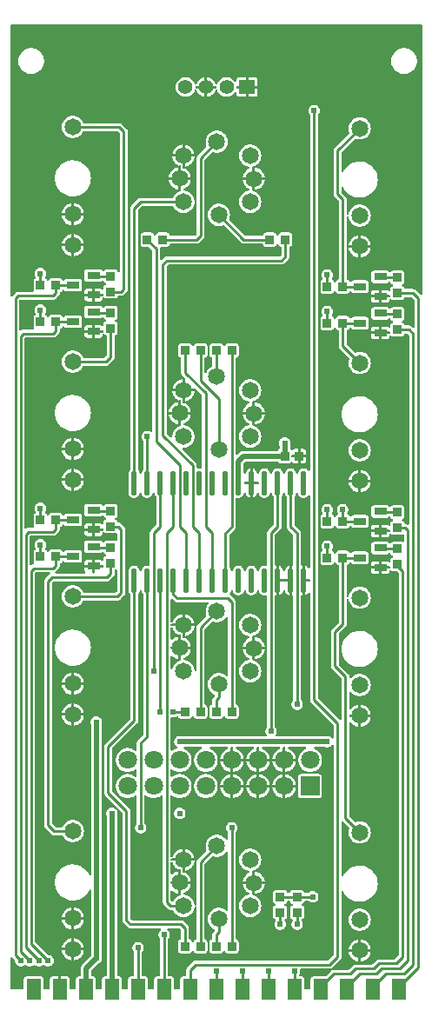
<source format=gbl>
G04 Layer: BottomLayer*
G04 EasyEDA v6.5.29, 2023-07-19 21:55:29*
G04 cd10bac7ed824a03a08366421e07836e,5a6b42c53f6a479593ecc07194224c93,10*
G04 Gerber Generator version 0.2*
G04 Scale: 100 percent, Rotated: No, Reflected: No *
G04 Dimensions in millimeters *
G04 leading zeros omitted , absolute positions ,4 integer and 5 decimal *
%FSLAX45Y45*%
%MOMM*%

%AMMACRO1*21,1,$1,$2,0,0,$3*%
%ADD10C,0.2540*%
%ADD11C,0.5000*%
%ADD12R,1.4000X2.0000*%
%ADD13MACRO1,0.8X0.9X0.0000*%
%ADD14O,0.5739892X2.3880064*%
%ADD15R,0.8640X0.8065*%
%ADD16MACRO1,0.864X0.8065X0.0000*%
%ADD17MACRO1,0.864X0.8065X90.0000*%
%ADD18MACRO1,1.25X0.7X0.0000*%
%ADD19MACRO1,1.8X1.8X0.0000*%
%ADD20C,1.8000*%
%ADD21C,1.6500*%
%ADD22C,1.4000*%
%ADD23R,1.5240X1.4000*%
%ADD24C,0.6096*%
%ADD25C,0.0101*%

%LPD*%
G36*
X1828088Y5615736D02*
G01*
X1824024Y5617464D01*
X1821078Y5620816D01*
X1819808Y5625033D01*
X1819656Y5627522D01*
X1816912Y5641441D01*
X1812340Y5654852D01*
X1806092Y5667603D01*
X1798218Y5679389D01*
X1788871Y5690006D01*
X1778203Y5699353D01*
X1766417Y5707278D01*
X1753666Y5713526D01*
X1740255Y5718098D01*
X1726336Y5720842D01*
X1718360Y5721350D01*
X1714500Y5722416D01*
X1711350Y5724804D01*
X1709369Y5728258D01*
X1708861Y5732170D01*
X1709877Y5735980D01*
X1712315Y5739130D01*
X1715719Y5741111D01*
X1717852Y5741873D01*
X1730603Y5748121D01*
X1742389Y5755995D01*
X1753057Y5765342D01*
X1762404Y5776010D01*
X1770278Y5787796D01*
X1776526Y5800496D01*
X1781098Y5813958D01*
X1783842Y5827826D01*
X1783943Y5829300D01*
X1689100Y5829300D01*
X1689100Y5727039D01*
X1688236Y5722924D01*
X1685798Y5719572D01*
X1682191Y5717438D01*
X1677111Y5715711D01*
X1674825Y5715355D01*
X1670710Y5713526D01*
X1658010Y5707278D01*
X1646224Y5699353D01*
X1635556Y5690006D01*
X1626209Y5679389D01*
X1618335Y5667603D01*
X1612087Y5654852D01*
X1607769Y5642254D01*
X1605737Y5638749D01*
X1602486Y5636310D01*
X1598523Y5635345D01*
X1594561Y5636006D01*
X1591106Y5638190D01*
X1588820Y5641543D01*
X1588008Y5645505D01*
X1588008Y5753252D01*
X1588719Y5757011D01*
X1590852Y5760262D01*
X1593951Y5762498D01*
X1597710Y5763361D01*
X1601520Y5762802D01*
X1604873Y5760872D01*
X1610410Y5755995D01*
X1622196Y5748121D01*
X1634896Y5741873D01*
X1648358Y5737301D01*
X1662226Y5734507D01*
X1663700Y5734456D01*
X1663700Y5829300D01*
X1598168Y5829300D01*
X1594256Y5830062D01*
X1591005Y5832246D01*
X1588770Y5835548D01*
X1588008Y5839460D01*
X1588008Y5844540D01*
X1588770Y5848400D01*
X1591005Y5851702D01*
X1594256Y5853938D01*
X1598168Y5854700D01*
X1663700Y5854700D01*
X1663700Y5951321D01*
X1662836Y5950458D01*
X1659026Y5948781D01*
X1648358Y5946698D01*
X1634896Y5942126D01*
X1622196Y5935878D01*
X1610410Y5927953D01*
X1604873Y5923127D01*
X1601520Y5921146D01*
X1597710Y5920587D01*
X1593951Y5921502D01*
X1590852Y5923737D01*
X1588719Y5926988D01*
X1588008Y5930747D01*
X1588008Y6031382D01*
X1588820Y6035344D01*
X1591106Y6038697D01*
X1594561Y6040831D01*
X1598523Y6041491D01*
X1602486Y6040577D01*
X1605737Y6038138D01*
X1607769Y6034633D01*
X1612087Y6021984D01*
X1618335Y6009284D01*
X1626209Y5997498D01*
X1635556Y5986830D01*
X1646224Y5977483D01*
X1658010Y5969609D01*
X1661515Y5967882D01*
X1664970Y5965037D01*
X1666646Y5967577D01*
X1669948Y5969762D01*
X1673860Y5970574D01*
X1678939Y5970574D01*
X1682800Y5969762D01*
X1686102Y5967577D01*
X1688338Y5964275D01*
X1689100Y5960414D01*
X1689100Y5854700D01*
X1783943Y5854700D01*
X1783842Y5856122D01*
X1781098Y5870041D01*
X1776526Y5883452D01*
X1770278Y5896203D01*
X1762404Y5907989D01*
X1753057Y5918606D01*
X1742389Y5927953D01*
X1730603Y5935878D01*
X1727098Y5937605D01*
X1723643Y5940450D01*
X1721916Y5937910D01*
X1718614Y5935675D01*
X1714754Y5934913D01*
X1709674Y5934913D01*
X1705762Y5935675D01*
X1702460Y5937910D01*
X1700275Y5941212D01*
X1699514Y5945073D01*
X1699514Y6050788D01*
X1598168Y6050788D01*
X1594256Y6051550D01*
X1591005Y6053734D01*
X1588770Y6057036D01*
X1588008Y6060948D01*
X1588008Y6066028D01*
X1588770Y6069888D01*
X1591005Y6073190D01*
X1594256Y6075426D01*
X1598168Y6076188D01*
X1699514Y6076188D01*
X1699514Y6171031D01*
X1698040Y6170930D01*
X1684172Y6168186D01*
X1670710Y6163614D01*
X1658010Y6157366D01*
X1646224Y6149441D01*
X1635556Y6140094D01*
X1626209Y6129477D01*
X1618335Y6117691D01*
X1612087Y6104940D01*
X1607769Y6092342D01*
X1605737Y6088837D01*
X1602486Y6086398D01*
X1598523Y6085433D01*
X1594561Y6086094D01*
X1591106Y6088278D01*
X1588820Y6091631D01*
X1588008Y6095593D01*
X1588008Y6308445D01*
X1588770Y6312357D01*
X1591005Y6315659D01*
X1594256Y6317843D01*
X1598168Y6318605D01*
X1602079Y6317843D01*
X1605330Y6315659D01*
X1623364Y6297676D01*
X1629562Y6292545D01*
X1636268Y6288989D01*
X1643481Y6286804D01*
X1651507Y6285992D01*
X1947773Y6285992D01*
X1951583Y6285280D01*
X1954834Y6283147D01*
X1957019Y6280048D01*
X1957933Y6276289D01*
X1957374Y6272479D01*
X1955444Y6269126D01*
X1951228Y6264351D01*
X1943354Y6252565D01*
X1937054Y6239814D01*
X1932533Y6226403D01*
X1929739Y6212484D01*
X1928825Y6198362D01*
X1929739Y6184188D01*
X1932533Y6170320D01*
X1936038Y6159855D01*
X1936597Y6156147D01*
X1935734Y6152489D01*
X1933600Y6149390D01*
X1851812Y6067552D01*
X1846681Y6061354D01*
X1843125Y6054648D01*
X1840941Y6047435D01*
X1840128Y6039408D01*
X1840128Y5625693D01*
X1839163Y5621375D01*
X1836470Y5617870D01*
X1832508Y5615889D01*
G37*

%LPC*%
G36*
X1724914Y5954115D02*
G01*
X1725726Y5955030D01*
X1729587Y5956655D01*
X1740255Y5958789D01*
X1753666Y5963361D01*
X1766417Y5969609D01*
X1778203Y5977483D01*
X1788871Y5986830D01*
X1798218Y5997498D01*
X1806092Y6009284D01*
X1812340Y6021984D01*
X1816912Y6035446D01*
X1819656Y6049314D01*
X1819757Y6050788D01*
X1724914Y6050788D01*
G37*
G36*
X1724914Y6076188D02*
G01*
X1819757Y6076188D01*
X1819656Y6077610D01*
X1816912Y6091529D01*
X1812340Y6104940D01*
X1806092Y6117691D01*
X1798218Y6129477D01*
X1788871Y6140094D01*
X1778203Y6149441D01*
X1766417Y6157366D01*
X1753666Y6163614D01*
X1740255Y6168186D01*
X1726336Y6170930D01*
X1724914Y6171031D01*
G37*

%LPD*%
G36*
X3163163Y4957622D02*
G01*
X3159099Y4958994D01*
X3156000Y4961890D01*
X3154680Y4963820D01*
X3147720Y4970780D01*
X3139694Y4976418D01*
X3130753Y4980533D01*
X3121304Y4983073D01*
X3111500Y4983937D01*
X3101695Y4983073D01*
X3092246Y4980533D01*
X3089910Y4979466D01*
X3085592Y4978501D01*
X2617927Y4978501D01*
X2613660Y4979466D01*
X2610154Y4982159D01*
X2608122Y4986020D01*
X2607919Y4990439D01*
X2609646Y4994503D01*
X2614218Y5001006D01*
X2618333Y5009946D01*
X2620873Y5019395D01*
X2621737Y5029200D01*
X2620873Y5039004D01*
X2618333Y5048453D01*
X2614218Y5057394D01*
X2608580Y5065420D01*
X2607005Y5066995D01*
X2604770Y5070297D01*
X2604008Y5074208D01*
X2604008Y6344361D01*
X2604668Y6347968D01*
X2606598Y6351168D01*
X2609545Y6353403D01*
X2613101Y6354470D01*
X2616200Y6354216D01*
X2616200Y6485178D01*
X2614168Y6485178D01*
X2610256Y6485991D01*
X2607005Y6488176D01*
X2604770Y6491478D01*
X2604008Y6495338D01*
X2604008Y6500418D01*
X2604770Y6504330D01*
X2607005Y6507632D01*
X2610256Y6509816D01*
X2614168Y6510578D01*
X2616200Y6510578D01*
X2616200Y6641592D01*
X2613101Y6641338D01*
X2609545Y6642404D01*
X2606598Y6644640D01*
X2604668Y6647789D01*
X2604008Y6651447D01*
X2604008Y6939381D01*
X2604770Y6943293D01*
X2607005Y6946595D01*
X2655824Y6995464D01*
X2660954Y7001662D01*
X2664510Y7008368D01*
X2666695Y7015581D01*
X2667508Y7023608D01*
X2667508Y7313523D01*
X2668270Y7317384D01*
X2676144Y7328712D01*
X2680157Y7337348D01*
X2682595Y7346340D01*
X2684627Y7350201D01*
X2688082Y7352893D01*
X2692400Y7353858D01*
X2696718Y7352893D01*
X2700172Y7350201D01*
X2702204Y7346340D01*
X2704642Y7337348D01*
X2708656Y7328712D01*
X2716530Y7317384D01*
X2717292Y7313523D01*
X2717292Y7023608D01*
X2718104Y7015581D01*
X2720289Y7008368D01*
X2723845Y7001662D01*
X2728976Y6995464D01*
X2777794Y6946595D01*
X2780030Y6943293D01*
X2780792Y6939381D01*
X2780792Y6651447D01*
X2780131Y6647789D01*
X2778201Y6644640D01*
X2775254Y6642404D01*
X2771698Y6641338D01*
X2768600Y6641592D01*
X2768600Y6510578D01*
X2770632Y6510578D01*
X2774543Y6509816D01*
X2777794Y6507632D01*
X2780030Y6504330D01*
X2780792Y6500418D01*
X2780792Y6495338D01*
X2780030Y6491478D01*
X2777794Y6488176D01*
X2774543Y6485991D01*
X2770632Y6485178D01*
X2768600Y6485178D01*
X2768600Y6354216D01*
X2771698Y6354470D01*
X2775254Y6353403D01*
X2778201Y6351168D01*
X2780131Y6347968D01*
X2780792Y6344361D01*
X2780792Y5338165D01*
X2780030Y5334254D01*
X2777794Y5330952D01*
X2776220Y5329377D01*
X2770581Y5321350D01*
X2766466Y5312410D01*
X2763926Y5302961D01*
X2763062Y5293156D01*
X2763926Y5283352D01*
X2766466Y5273903D01*
X2770581Y5264962D01*
X2776220Y5256936D01*
X2783179Y5249976D01*
X2791206Y5244338D01*
X2800146Y5240223D01*
X2809595Y5237683D01*
X2819400Y5236819D01*
X2829204Y5237683D01*
X2838653Y5240223D01*
X2847594Y5244338D01*
X2855620Y5249976D01*
X2862580Y5256936D01*
X2868218Y5264962D01*
X2872333Y5273903D01*
X2874873Y5283352D01*
X2875737Y5293156D01*
X2874873Y5302961D01*
X2872333Y5312410D01*
X2868218Y5321350D01*
X2862580Y5329377D01*
X2861005Y5330952D01*
X2858770Y5334254D01*
X2858008Y5338165D01*
X2858008Y6344361D01*
X2858668Y6347968D01*
X2860598Y6351168D01*
X2863545Y6353403D01*
X2867101Y6354470D01*
X2870200Y6354216D01*
X2870200Y6485178D01*
X2868168Y6485178D01*
X2864256Y6485991D01*
X2861005Y6488176D01*
X2858770Y6491478D01*
X2858008Y6495338D01*
X2858008Y6500418D01*
X2858770Y6504330D01*
X2861005Y6507632D01*
X2864256Y6509816D01*
X2868168Y6510578D01*
X2870200Y6510578D01*
X2870200Y6641592D01*
X2867101Y6641338D01*
X2863545Y6642404D01*
X2860598Y6644640D01*
X2858668Y6647789D01*
X2858008Y6651447D01*
X2858008Y6959092D01*
X2857195Y6967118D01*
X2855010Y6974331D01*
X2851454Y6981037D01*
X2846324Y6987235D01*
X2797505Y7036104D01*
X2795270Y7039406D01*
X2794508Y7043318D01*
X2794508Y7313523D01*
X2795270Y7317384D01*
X2803144Y7328712D01*
X2807157Y7337348D01*
X2809595Y7346340D01*
X2811627Y7350201D01*
X2815082Y7352893D01*
X2819400Y7353858D01*
X2823718Y7352893D01*
X2827172Y7350201D01*
X2829204Y7346340D01*
X2831642Y7337348D01*
X2835656Y7328712D01*
X2841091Y7320940D01*
X2847848Y7314184D01*
X2855620Y7308748D01*
X2864256Y7304735D01*
X2873400Y7302246D01*
X2882900Y7301433D01*
X2892399Y7302246D01*
X2901543Y7304735D01*
X2910179Y7308748D01*
X2917952Y7314184D01*
X2924708Y7320940D01*
X2927400Y7324801D01*
X2930499Y7327696D01*
X2934563Y7329068D01*
X2938780Y7328662D01*
X2942488Y7326528D01*
X2944977Y7323124D01*
X2945892Y7318959D01*
X2945892Y6625640D01*
X2944977Y6621475D01*
X2942488Y6618071D01*
X2938780Y6615938D01*
X2934563Y6615531D01*
X2930499Y6616903D01*
X2927400Y6619798D01*
X2924708Y6623659D01*
X2917952Y6630416D01*
X2910179Y6635851D01*
X2901543Y6639864D01*
X2895600Y6641490D01*
X2895600Y6510578D01*
X2935732Y6510578D01*
X2939643Y6509816D01*
X2942894Y6507632D01*
X2945130Y6504330D01*
X2945892Y6500418D01*
X2945892Y6495338D01*
X2945130Y6491478D01*
X2942894Y6488176D01*
X2939643Y6485991D01*
X2935732Y6485178D01*
X2895600Y6485178D01*
X2895600Y6354318D01*
X2901543Y6355943D01*
X2910179Y6359956D01*
X2917952Y6365392D01*
X2924708Y6372098D01*
X2927400Y6376009D01*
X2930499Y6378905D01*
X2934563Y6380276D01*
X2938780Y6379870D01*
X2942488Y6377736D01*
X2944977Y6374333D01*
X2945892Y6370167D01*
X2945892Y5334508D01*
X2946704Y5326481D01*
X2948889Y5319268D01*
X2952445Y5312562D01*
X2957576Y5306364D01*
X3171494Y5092395D01*
X3173730Y5089093D01*
X3174492Y5085181D01*
X3174492Y4967732D01*
X3173577Y4963566D01*
X3171088Y4960162D01*
X3167380Y4958029D01*
G37*

%LPC*%
G36*
X2641600Y6354318D02*
G01*
X2647543Y6355943D01*
X2656179Y6359956D01*
X2663952Y6365392D01*
X2670708Y6372098D01*
X2676144Y6379921D01*
X2680157Y6388557D01*
X2682595Y6397498D01*
X2684627Y6401409D01*
X2688082Y6404102D01*
X2692400Y6405067D01*
X2696718Y6404102D01*
X2700172Y6401409D01*
X2702204Y6397498D01*
X2704642Y6388557D01*
X2708656Y6379921D01*
X2714091Y6372098D01*
X2720848Y6365392D01*
X2728620Y6359956D01*
X2737256Y6355943D01*
X2743200Y6354318D01*
X2743200Y6485178D01*
X2641600Y6485178D01*
G37*
G36*
X2641600Y6510578D02*
G01*
X2743200Y6510578D01*
X2743200Y6641490D01*
X2737256Y6639864D01*
X2728620Y6635851D01*
X2720848Y6630416D01*
X2714091Y6623659D01*
X2708656Y6615887D01*
X2704642Y6607251D01*
X2702204Y6598259D01*
X2700172Y6594398D01*
X2696718Y6591706D01*
X2692400Y6590741D01*
X2688082Y6591706D01*
X2684627Y6594398D01*
X2682595Y6598259D01*
X2680157Y6607251D01*
X2676144Y6615887D01*
X2670708Y6623659D01*
X2663952Y6630416D01*
X2656179Y6635851D01*
X2647543Y6639864D01*
X2641600Y6641490D01*
G37*

%LPD*%
G36*
X1600047Y4838496D02*
G01*
X1595628Y4838649D01*
X1591716Y4840630D01*
X1588973Y4844135D01*
X1588008Y4848453D01*
X1588008Y5155031D01*
X1588668Y5158638D01*
X1590598Y5161788D01*
X1593545Y5164074D01*
X1597101Y5165140D01*
X1600809Y5164836D01*
X1603095Y5164226D01*
X1612900Y5163362D01*
X1622704Y5164226D01*
X1632153Y5166766D01*
X1641093Y5170881D01*
X1647291Y5175250D01*
X1650695Y5176824D01*
X1654403Y5177028D01*
X1657959Y5175859D01*
X1660855Y5173522D01*
X1662734Y5170271D01*
X1664462Y5165293D01*
X1667560Y5160365D01*
X1671624Y5156301D01*
X1676552Y5153202D01*
X1681988Y5151323D01*
X1688338Y5150612D01*
X1767839Y5150612D01*
X1774139Y5151323D01*
X1779625Y5153202D01*
X1784502Y5156301D01*
X1788617Y5160365D01*
X1791665Y5165293D01*
X1793798Y5171338D01*
X1795932Y5174894D01*
X1799336Y5177332D01*
X1803400Y5178145D01*
X1807464Y5177332D01*
X1810867Y5174894D01*
X1813001Y5171338D01*
X1815134Y5165293D01*
X1818182Y5160365D01*
X1822297Y5156301D01*
X1827174Y5153202D01*
X1832660Y5151323D01*
X1838960Y5150612D01*
X1918462Y5150612D01*
X1924812Y5151323D01*
X1930247Y5153202D01*
X1935175Y5156301D01*
X1939239Y5160365D01*
X1942338Y5165293D01*
X1944268Y5170728D01*
X1944979Y5177078D01*
X1944979Y5262321D01*
X1944268Y5268671D01*
X1942338Y5274106D01*
X1939239Y5279034D01*
X1935175Y5283098D01*
X1930247Y5286197D01*
X1924151Y5288330D01*
X1920595Y5290464D01*
X1918207Y5293868D01*
X1917344Y5297932D01*
X1917344Y6019698D01*
X1918106Y6023610D01*
X1920341Y6026912D01*
X1988210Y6094780D01*
X1991309Y6096914D01*
X1994966Y6097727D01*
X1998675Y6097219D01*
X2009139Y6093663D01*
X2023059Y6090869D01*
X2037181Y6089954D01*
X2051354Y6090869D01*
X2065274Y6093663D01*
X2078685Y6098235D01*
X2091385Y6104483D01*
X2103170Y6112357D01*
X2113838Y6121704D01*
X2123186Y6132372D01*
X2126437Y6137198D01*
X2129485Y6140196D01*
X2133549Y6141618D01*
X2137816Y6141262D01*
X2141575Y6139180D01*
X2144115Y6135776D01*
X2145030Y6131560D01*
X2145030Y5575808D01*
X2144318Y5572048D01*
X2142185Y5568797D01*
X2139086Y5566562D01*
X2135327Y5565648D01*
X2131517Y5566206D01*
X2128164Y5568188D01*
X2123389Y5572353D01*
X2111603Y5580278D01*
X2098852Y5586526D01*
X2085441Y5591098D01*
X2071522Y5593842D01*
X2057400Y5594756D01*
X2043226Y5593842D01*
X2029358Y5591098D01*
X2015896Y5586526D01*
X2003196Y5580278D01*
X1991410Y5572353D01*
X1980742Y5563006D01*
X1971395Y5552389D01*
X1963521Y5540603D01*
X1957273Y5527852D01*
X1952701Y5514441D01*
X1949957Y5500522D01*
X1948992Y5486400D01*
X1949957Y5472226D01*
X1952701Y5458358D01*
X1957273Y5444896D01*
X1963521Y5432196D01*
X1971395Y5420410D01*
X1980742Y5409742D01*
X1991410Y5400395D01*
X2003196Y5392521D01*
X2012391Y5388000D01*
X2015439Y5385663D01*
X2017420Y5382412D01*
X2018080Y5378602D01*
X2017268Y5374843D01*
X2015083Y5371693D01*
X2005838Y5362397D01*
X2000707Y5356199D01*
X1997151Y5349494D01*
X1994966Y5342280D01*
X1994154Y5334254D01*
X1994154Y5297881D01*
X1993290Y5293817D01*
X1990902Y5290413D01*
X1987346Y5288280D01*
X1981352Y5286197D01*
X1976424Y5283098D01*
X1972360Y5279034D01*
X1969262Y5274106D01*
X1967331Y5268671D01*
X1966620Y5262321D01*
X1966620Y5177078D01*
X1967331Y5170728D01*
X1969262Y5165293D01*
X1972360Y5160365D01*
X1976424Y5156301D01*
X1981352Y5153202D01*
X1986788Y5151323D01*
X1993138Y5150612D01*
X2072639Y5150612D01*
X2078939Y5151323D01*
X2084425Y5153202D01*
X2089302Y5156301D01*
X2093417Y5160365D01*
X2096465Y5165293D01*
X2098598Y5171338D01*
X2100732Y5174894D01*
X2104136Y5177332D01*
X2108200Y5178145D01*
X2112264Y5177332D01*
X2115667Y5174894D01*
X2117801Y5171338D01*
X2119934Y5165293D01*
X2122982Y5160365D01*
X2127097Y5156301D01*
X2131974Y5153202D01*
X2137460Y5151323D01*
X2143760Y5150612D01*
X2223262Y5150612D01*
X2229612Y5151323D01*
X2235047Y5153202D01*
X2239975Y5156301D01*
X2244039Y5160365D01*
X2247138Y5165293D01*
X2249068Y5170728D01*
X2249779Y5177078D01*
X2249779Y5262321D01*
X2249068Y5268671D01*
X2247138Y5274106D01*
X2244039Y5279034D01*
X2239975Y5283098D01*
X2235047Y5286197D01*
X2229053Y5288280D01*
X2225497Y5290413D01*
X2223109Y5293817D01*
X2222246Y5297881D01*
X2222246Y6286754D01*
X2221433Y6294780D01*
X2219248Y6301994D01*
X2215692Y6308699D01*
X2210562Y6314897D01*
X2173935Y6351524D01*
X2167737Y6356654D01*
X2166315Y6357416D01*
X2163064Y6360160D01*
X2161184Y6364020D01*
X2161082Y6368288D01*
X2162759Y6372199D01*
X2168144Y6379921D01*
X2172157Y6388557D01*
X2174595Y6397498D01*
X2176627Y6401409D01*
X2180082Y6404102D01*
X2184400Y6405067D01*
X2188718Y6404102D01*
X2192172Y6401409D01*
X2194204Y6397498D01*
X2196642Y6388557D01*
X2200656Y6379921D01*
X2206091Y6372098D01*
X2212848Y6365392D01*
X2220620Y6359956D01*
X2229256Y6355943D01*
X2238400Y6353454D01*
X2247900Y6352641D01*
X2257399Y6353454D01*
X2266543Y6355943D01*
X2275179Y6359956D01*
X2282952Y6365392D01*
X2289708Y6372098D01*
X2295144Y6379921D01*
X2299157Y6388557D01*
X2301595Y6397498D01*
X2303627Y6401409D01*
X2307082Y6404102D01*
X2311400Y6405067D01*
X2315718Y6404102D01*
X2319172Y6401409D01*
X2321204Y6397498D01*
X2323642Y6388557D01*
X2327656Y6379921D01*
X2333091Y6372098D01*
X2339848Y6365392D01*
X2347620Y6359956D01*
X2356256Y6355943D01*
X2365400Y6353454D01*
X2374900Y6352641D01*
X2384399Y6353454D01*
X2393543Y6355943D01*
X2402179Y6359956D01*
X2409952Y6365392D01*
X2416708Y6372098D01*
X2422144Y6379921D01*
X2426157Y6388557D01*
X2428595Y6397498D01*
X2430627Y6401409D01*
X2434082Y6404102D01*
X2438400Y6405067D01*
X2442718Y6404102D01*
X2446172Y6401409D01*
X2448204Y6397498D01*
X2450642Y6388557D01*
X2454656Y6379921D01*
X2460091Y6372098D01*
X2466848Y6365392D01*
X2474620Y6359956D01*
X2483256Y6355943D01*
X2492400Y6353454D01*
X2501900Y6352641D01*
X2511399Y6353454D01*
X2513990Y6354165D01*
X2517698Y6354470D01*
X2521254Y6353403D01*
X2524201Y6351168D01*
X2526131Y6347968D01*
X2526792Y6344361D01*
X2526792Y5074208D01*
X2526030Y5070297D01*
X2523794Y5066995D01*
X2522220Y5065420D01*
X2516581Y5057394D01*
X2512466Y5048453D01*
X2509926Y5039004D01*
X2509062Y5029200D01*
X2509926Y5019395D01*
X2512466Y5009946D01*
X2516581Y5001006D01*
X2521153Y4994503D01*
X2522880Y4990439D01*
X2522677Y4986020D01*
X2520645Y4982159D01*
X2517140Y4979466D01*
X2512872Y4978501D01*
X1702307Y4978501D01*
X1697989Y4979466D01*
X1695653Y4980533D01*
X1686204Y4983073D01*
X1676400Y4983937D01*
X1666595Y4983073D01*
X1657146Y4980533D01*
X1648206Y4976418D01*
X1640179Y4970780D01*
X1633220Y4963820D01*
X1627581Y4955794D01*
X1623466Y4946853D01*
X1620926Y4937404D01*
X1620062Y4927600D01*
X1620926Y4917795D01*
X1623466Y4908346D01*
X1627581Y4899406D01*
X1633220Y4891379D01*
X1640179Y4884420D01*
X1647698Y4879136D01*
X1650390Y4876393D01*
X1651863Y4872837D01*
X1651914Y4869027D01*
X1650492Y4865420D01*
X1647901Y4862626D01*
X1644396Y4861001D01*
X1640586Y4859985D01*
X1627073Y4854651D01*
X1614322Y4847640D01*
X1604162Y4840274D01*
G37*

%LPC*%
G36*
X2289708Y5851144D02*
G01*
X2384552Y5851144D01*
X2384552Y5949594D01*
X2385415Y5953658D01*
X2387854Y5957062D01*
X2391460Y5959195D01*
X2396540Y5960922D01*
X2400300Y5961430D01*
X2403094Y5960770D01*
X2403906Y5962396D01*
X2407361Y5965139D01*
X2416403Y5969609D01*
X2428189Y5977483D01*
X2438857Y5986830D01*
X2448204Y5997498D01*
X2456078Y6009284D01*
X2462326Y6021984D01*
X2466898Y6035446D01*
X2469642Y6049314D01*
X2470556Y6063488D01*
X2469642Y6077610D01*
X2466898Y6091529D01*
X2462326Y6104940D01*
X2456078Y6117691D01*
X2448204Y6129477D01*
X2438857Y6140094D01*
X2428189Y6149441D01*
X2416403Y6157366D01*
X2403652Y6163614D01*
X2390241Y6168186D01*
X2376322Y6170930D01*
X2362200Y6171844D01*
X2348026Y6170930D01*
X2334158Y6168186D01*
X2320696Y6163614D01*
X2307996Y6157366D01*
X2296210Y6149441D01*
X2285542Y6140094D01*
X2276195Y6129477D01*
X2268321Y6117691D01*
X2262073Y6104940D01*
X2257501Y6091529D01*
X2254758Y6077610D01*
X2253792Y6063488D01*
X2254758Y6049314D01*
X2257501Y6035446D01*
X2262073Y6021984D01*
X2268321Y6009284D01*
X2276195Y5997498D01*
X2285542Y5986830D01*
X2296210Y5977483D01*
X2307996Y5969609D01*
X2320696Y5963361D01*
X2334158Y5958789D01*
X2348280Y5955995D01*
X2352497Y5954776D01*
X2355799Y5951880D01*
X2357577Y5947867D01*
X2357475Y5943447D01*
X2355545Y5939485D01*
X2352090Y5936742D01*
X2343048Y5932322D01*
X2331262Y5924397D01*
X2320594Y5915050D01*
X2311247Y5904433D01*
X2303373Y5892647D01*
X2297125Y5879896D01*
X2292553Y5866485D01*
X2289810Y5852566D01*
G37*
G36*
X2362200Y5504992D02*
G01*
X2376322Y5505907D01*
X2390241Y5508701D01*
X2403652Y5513273D01*
X2416403Y5519521D01*
X2428189Y5527395D01*
X2438857Y5536742D01*
X2448204Y5547410D01*
X2456078Y5559196D01*
X2462326Y5571896D01*
X2466898Y5585358D01*
X2469642Y5599226D01*
X2470556Y5613400D01*
X2469642Y5627522D01*
X2466898Y5641441D01*
X2462326Y5654852D01*
X2456078Y5667603D01*
X2448204Y5679389D01*
X2438857Y5690006D01*
X2428189Y5699353D01*
X2416403Y5707278D01*
X2407361Y5711698D01*
X2403906Y5714441D01*
X2403094Y5716117D01*
X2400300Y5715406D01*
X2396540Y5715965D01*
X2391460Y5717692D01*
X2387854Y5719826D01*
X2385415Y5723229D01*
X2384552Y5727293D01*
X2384552Y5825744D01*
X2289708Y5825744D01*
X2289810Y5824270D01*
X2292553Y5810402D01*
X2297125Y5796940D01*
X2303373Y5784240D01*
X2311247Y5772454D01*
X2320594Y5761786D01*
X2331262Y5752439D01*
X2343048Y5744565D01*
X2352090Y5740095D01*
X2355545Y5737352D01*
X2357475Y5733440D01*
X2357577Y5729020D01*
X2355799Y5725007D01*
X2352497Y5722112D01*
X2348026Y5720842D01*
X2334158Y5718098D01*
X2320696Y5713526D01*
X2307996Y5707278D01*
X2296210Y5699353D01*
X2285542Y5690006D01*
X2276195Y5679389D01*
X2268321Y5667603D01*
X2262073Y5654852D01*
X2257501Y5641441D01*
X2254758Y5627522D01*
X2253792Y5613400D01*
X2254758Y5599226D01*
X2257501Y5585358D01*
X2262073Y5571896D01*
X2268321Y5559196D01*
X2276195Y5547410D01*
X2285542Y5536742D01*
X2296210Y5527395D01*
X2307996Y5519521D01*
X2320696Y5513273D01*
X2334158Y5508701D01*
X2348026Y5505907D01*
G37*
G36*
X2409952Y5730595D02*
G01*
X2425293Y5733745D01*
X2438704Y5738317D01*
X2451455Y5744565D01*
X2463241Y5752439D01*
X2473909Y5761786D01*
X2483256Y5772454D01*
X2491130Y5784240D01*
X2497378Y5796940D01*
X2501950Y5810402D01*
X2504694Y5824270D01*
X2504795Y5825744D01*
X2409952Y5825744D01*
G37*
G36*
X2409952Y5851144D02*
G01*
X2504795Y5851144D01*
X2504694Y5852566D01*
X2501950Y5866485D01*
X2497378Y5879896D01*
X2491130Y5892647D01*
X2483256Y5904433D01*
X2473909Y5915050D01*
X2463241Y5924397D01*
X2451455Y5932322D01*
X2438704Y5938570D01*
X2425293Y5943142D01*
X2409952Y5946241D01*
G37*

%LPD*%
G36*
X1803400Y2975254D02*
G01*
X1799336Y2976067D01*
X1795932Y2978505D01*
X1793798Y2982061D01*
X1791665Y2988106D01*
X1788617Y2993034D01*
X1784502Y2997098D01*
X1779625Y3000197D01*
X1773377Y3002381D01*
X1769821Y3004515D01*
X1767433Y3007918D01*
X1766570Y3011982D01*
X1766570Y3110230D01*
X1765757Y3118256D01*
X1763572Y3125470D01*
X1760016Y3132175D01*
X1754886Y3138373D01*
X1716735Y3176524D01*
X1710537Y3181654D01*
X1703832Y3185210D01*
X1696618Y3187395D01*
X1688592Y3188208D01*
X1214018Y3188208D01*
X1210106Y3188970D01*
X1206804Y3191205D01*
X1197305Y3200704D01*
X1195070Y3204006D01*
X1194308Y3207918D01*
X1194308Y4253992D01*
X1193495Y4262018D01*
X1191310Y4269232D01*
X1187754Y4275937D01*
X1182624Y4282135D01*
X1019505Y4445304D01*
X1017269Y4448606D01*
X1016508Y4452518D01*
X1016508Y4856581D01*
X1017269Y4860493D01*
X1019505Y4863795D01*
X1258824Y5103164D01*
X1263954Y5109362D01*
X1267510Y5116068D01*
X1269695Y5123281D01*
X1270508Y5131308D01*
X1270508Y6364732D01*
X1271270Y6368592D01*
X1279144Y6379921D01*
X1283157Y6388557D01*
X1285595Y6397498D01*
X1287627Y6401409D01*
X1291082Y6404102D01*
X1295400Y6405067D01*
X1299718Y6404102D01*
X1303172Y6401409D01*
X1305204Y6397498D01*
X1307642Y6388557D01*
X1311656Y6379921D01*
X1319530Y6368592D01*
X1320292Y6364732D01*
X1320292Y4998618D01*
X1319530Y4994706D01*
X1317294Y4991404D01*
X1268476Y4942535D01*
X1263345Y4936337D01*
X1259789Y4929632D01*
X1257604Y4922418D01*
X1256792Y4914392D01*
X1256792Y4848453D01*
X1255826Y4844135D01*
X1253083Y4840630D01*
X1249172Y4838649D01*
X1244752Y4838496D01*
X1240637Y4840224D01*
X1230477Y4847640D01*
X1217726Y4854651D01*
X1204214Y4859985D01*
X1190091Y4863642D01*
X1175664Y4865471D01*
X1161135Y4865471D01*
X1146657Y4863642D01*
X1132586Y4859985D01*
X1119073Y4854651D01*
X1106322Y4847640D01*
X1094536Y4839106D01*
X1083919Y4829098D01*
X1074623Y4817922D01*
X1066850Y4805629D01*
X1060653Y4792472D01*
X1056132Y4778603D01*
X1053439Y4764328D01*
X1052525Y4749800D01*
X1053439Y4735271D01*
X1056132Y4720945D01*
X1060653Y4707128D01*
X1066850Y4693970D01*
X1074623Y4681677D01*
X1083919Y4670450D01*
X1094536Y4660493D01*
X1106322Y4651959D01*
X1119073Y4644948D01*
X1132586Y4639564D01*
X1146657Y4635957D01*
X1161135Y4634128D01*
X1175664Y4634128D01*
X1190091Y4635957D01*
X1204214Y4639564D01*
X1217726Y4644948D01*
X1230477Y4651959D01*
X1240637Y4659325D01*
X1244752Y4661103D01*
X1249172Y4660950D01*
X1253083Y4658918D01*
X1255826Y4655413D01*
X1256792Y4651095D01*
X1256792Y4594453D01*
X1255826Y4590135D01*
X1253083Y4586630D01*
X1249172Y4584649D01*
X1244752Y4584496D01*
X1240637Y4586224D01*
X1230477Y4593640D01*
X1217726Y4600651D01*
X1204214Y4605985D01*
X1190091Y4609642D01*
X1175664Y4611471D01*
X1161135Y4611471D01*
X1146657Y4609642D01*
X1132586Y4605985D01*
X1119073Y4600651D01*
X1106322Y4593640D01*
X1094536Y4585106D01*
X1083919Y4575098D01*
X1074623Y4563922D01*
X1066850Y4551629D01*
X1060653Y4538472D01*
X1056132Y4524603D01*
X1053439Y4510328D01*
X1052525Y4495800D01*
X1053439Y4481271D01*
X1056132Y4466945D01*
X1060653Y4453128D01*
X1066850Y4439970D01*
X1074623Y4427677D01*
X1083919Y4416450D01*
X1094536Y4406493D01*
X1106322Y4397959D01*
X1119073Y4390948D01*
X1132586Y4385564D01*
X1146657Y4381957D01*
X1161135Y4380128D01*
X1175664Y4380128D01*
X1190091Y4381957D01*
X1204214Y4385564D01*
X1217726Y4390948D01*
X1230477Y4397959D01*
X1240637Y4405325D01*
X1244752Y4407103D01*
X1249172Y4406950D01*
X1253083Y4404918D01*
X1255826Y4401413D01*
X1256792Y4397095D01*
X1256792Y4134408D01*
X1256030Y4130497D01*
X1253794Y4127195D01*
X1252220Y4125620D01*
X1246581Y4117594D01*
X1242466Y4108653D01*
X1239926Y4099204D01*
X1239062Y4089400D01*
X1239926Y4079595D01*
X1242466Y4070146D01*
X1246581Y4061206D01*
X1252220Y4053179D01*
X1259179Y4046220D01*
X1267206Y4040581D01*
X1276146Y4036466D01*
X1285595Y4033926D01*
X1295400Y4033062D01*
X1305204Y4033926D01*
X1314653Y4036466D01*
X1323594Y4040581D01*
X1331620Y4046220D01*
X1338580Y4053179D01*
X1344218Y4061206D01*
X1348333Y4070146D01*
X1350873Y4079595D01*
X1351737Y4089400D01*
X1350873Y4099204D01*
X1348333Y4108653D01*
X1344218Y4117594D01*
X1338580Y4125620D01*
X1337005Y4127195D01*
X1334770Y4130497D01*
X1334008Y4134408D01*
X1334008Y4397095D01*
X1334973Y4401413D01*
X1337716Y4404918D01*
X1341628Y4406950D01*
X1346047Y4407103D01*
X1350162Y4405325D01*
X1360322Y4397959D01*
X1373073Y4390948D01*
X1386586Y4385564D01*
X1400657Y4381957D01*
X1415135Y4380128D01*
X1429664Y4380128D01*
X1444091Y4381957D01*
X1458214Y4385564D01*
X1471726Y4390948D01*
X1484477Y4397959D01*
X1494637Y4405325D01*
X1498752Y4407103D01*
X1503172Y4406950D01*
X1507083Y4404918D01*
X1509826Y4401413D01*
X1510792Y4397095D01*
X1510792Y3366008D01*
X1511604Y3357981D01*
X1513789Y3350768D01*
X1517345Y3344062D01*
X1522476Y3337864D01*
X1559864Y3300476D01*
X1566062Y3295345D01*
X1572768Y3291789D01*
X1579981Y3289604D01*
X1588008Y3288792D01*
X1604314Y3288792D01*
X1608023Y3288080D01*
X1611223Y3286099D01*
X1613458Y3283102D01*
X1618335Y3273196D01*
X1626209Y3261410D01*
X1635556Y3250742D01*
X1646224Y3241395D01*
X1658010Y3233521D01*
X1670710Y3227273D01*
X1684172Y3222701D01*
X1698040Y3219958D01*
X1712214Y3218992D01*
X1726336Y3219958D01*
X1740255Y3222701D01*
X1753666Y3227273D01*
X1766417Y3233521D01*
X1778203Y3241395D01*
X1788871Y3250742D01*
X1798218Y3261410D01*
X1806092Y3273196D01*
X1812340Y3285896D01*
X1816912Y3299358D01*
X1819656Y3313226D01*
X1819808Y3315715D01*
X1821078Y3319983D01*
X1824024Y3323285D01*
X1828088Y3325063D01*
X1832508Y3324910D01*
X1836470Y3322878D01*
X1839163Y3319373D01*
X1840128Y3315055D01*
X1840128Y3011932D01*
X1839264Y3007868D01*
X1836877Y3004464D01*
X1833321Y3002330D01*
X1827174Y3000197D01*
X1822297Y2997098D01*
X1818182Y2993034D01*
X1815134Y2988106D01*
X1813001Y2982061D01*
X1810867Y2978505D01*
X1807464Y2976067D01*
G37*

%LPD*%
G36*
X1630070Y2514600D02*
G01*
X1626158Y2515362D01*
X1622856Y2517597D01*
X1620672Y2520848D01*
X1619910Y2524760D01*
X1619910Y2614015D01*
X1619199Y2620365D01*
X1617268Y2625801D01*
X1614170Y2630728D01*
X1610106Y2634792D01*
X1605178Y2637891D01*
X1599742Y2639822D01*
X1593443Y2640533D01*
X1572768Y2640533D01*
X1568856Y2641295D01*
X1565605Y2643479D01*
X1563370Y2646781D01*
X1562608Y2650693D01*
X1562608Y3002991D01*
X1563370Y3006902D01*
X1565605Y3010204D01*
X1567180Y3011779D01*
X1572818Y3019806D01*
X1576933Y3028746D01*
X1579473Y3038195D01*
X1580337Y3048000D01*
X1579473Y3057804D01*
X1576933Y3067253D01*
X1572818Y3076194D01*
X1567180Y3084220D01*
X1560220Y3091180D01*
X1558290Y3092500D01*
X1555394Y3095599D01*
X1554022Y3099663D01*
X1554429Y3103880D01*
X1556562Y3107588D01*
X1559966Y3110077D01*
X1564132Y3110992D01*
X1668881Y3110992D01*
X1672793Y3110230D01*
X1676095Y3107994D01*
X1686356Y3097733D01*
X1688592Y3094431D01*
X1689354Y3090519D01*
X1689354Y3011881D01*
X1688490Y3007817D01*
X1686102Y3004413D01*
X1682546Y3002280D01*
X1676552Y3000197D01*
X1671624Y2997098D01*
X1667560Y2993034D01*
X1664462Y2988106D01*
X1662531Y2982671D01*
X1661820Y2976321D01*
X1661820Y2891078D01*
X1662531Y2884728D01*
X1664462Y2879293D01*
X1667560Y2874365D01*
X1671624Y2870301D01*
X1676552Y2867202D01*
X1681988Y2865323D01*
X1688338Y2864612D01*
X1767839Y2864612D01*
X1774139Y2865323D01*
X1779625Y2867202D01*
X1784502Y2870301D01*
X1788617Y2874365D01*
X1791665Y2879293D01*
X1793798Y2885338D01*
X1795932Y2888894D01*
X1799336Y2891332D01*
X1803400Y2892145D01*
X1807464Y2891332D01*
X1810867Y2888894D01*
X1813001Y2885338D01*
X1815134Y2879293D01*
X1818182Y2874365D01*
X1822297Y2870301D01*
X1827174Y2867202D01*
X1832660Y2865323D01*
X1838960Y2864612D01*
X1918462Y2864612D01*
X1924812Y2865323D01*
X1930247Y2867202D01*
X1935175Y2870301D01*
X1939239Y2874365D01*
X1942338Y2879293D01*
X1944268Y2884728D01*
X1944979Y2891078D01*
X1944979Y2976321D01*
X1944268Y2982671D01*
X1942338Y2988106D01*
X1939239Y2993034D01*
X1935175Y2997098D01*
X1930247Y3000197D01*
X1924151Y3002330D01*
X1920595Y3004464D01*
X1918207Y3007868D01*
X1917344Y3011932D01*
X1917344Y3733698D01*
X1918106Y3737610D01*
X1920341Y3740912D01*
X1988210Y3808780D01*
X1991309Y3810914D01*
X1994966Y3811778D01*
X1998675Y3811219D01*
X2009139Y3807663D01*
X2023059Y3804920D01*
X2037181Y3803954D01*
X2051354Y3804920D01*
X2065274Y3807663D01*
X2078685Y3812235D01*
X2091385Y3818483D01*
X2103170Y3826357D01*
X2113838Y3835704D01*
X2123186Y3846372D01*
X2126335Y3851046D01*
X2129383Y3854043D01*
X2133447Y3855465D01*
X2137714Y3855161D01*
X2141474Y3853078D01*
X2144014Y3849624D01*
X2144928Y3845407D01*
X2144928Y3289909D01*
X2144217Y3286099D01*
X2142083Y3282899D01*
X2138984Y3280664D01*
X2135225Y3279749D01*
X2131415Y3280308D01*
X2128062Y3282238D01*
X2123389Y3286404D01*
X2111603Y3294278D01*
X2098852Y3300526D01*
X2085441Y3305098D01*
X2071522Y3307842D01*
X2057400Y3308756D01*
X2043226Y3307842D01*
X2029358Y3305098D01*
X2015896Y3300526D01*
X2003196Y3294278D01*
X1991410Y3286404D01*
X1980742Y3277057D01*
X1971395Y3266389D01*
X1963521Y3254603D01*
X1957273Y3241852D01*
X1952701Y3228441D01*
X1949957Y3214522D01*
X1948992Y3200400D01*
X1949957Y3186226D01*
X1952701Y3172358D01*
X1957273Y3158896D01*
X1963521Y3146196D01*
X1971395Y3134410D01*
X1980742Y3123742D01*
X1991410Y3114395D01*
X2003196Y3106521D01*
X2012391Y3102000D01*
X2015439Y3099663D01*
X2017420Y3096412D01*
X2018080Y3092602D01*
X2017268Y3088843D01*
X2015083Y3085693D01*
X2005838Y3076397D01*
X2000707Y3070199D01*
X1997151Y3063494D01*
X1994966Y3056280D01*
X1994154Y3048254D01*
X1994154Y3011881D01*
X1993290Y3007817D01*
X1990902Y3004413D01*
X1987346Y3002280D01*
X1981352Y3000197D01*
X1976424Y2997098D01*
X1972360Y2993034D01*
X1969262Y2988106D01*
X1967331Y2982671D01*
X1966620Y2976321D01*
X1966620Y2891078D01*
X1967331Y2884728D01*
X1969262Y2879293D01*
X1972360Y2874365D01*
X1976424Y2870301D01*
X1981352Y2867202D01*
X1986788Y2865323D01*
X1993138Y2864612D01*
X2072639Y2864612D01*
X2078939Y2865323D01*
X2084425Y2867202D01*
X2089302Y2870301D01*
X2093417Y2874365D01*
X2096465Y2879293D01*
X2098598Y2885338D01*
X2100732Y2888894D01*
X2104136Y2891332D01*
X2108200Y2892145D01*
X2112264Y2891332D01*
X2115667Y2888894D01*
X2117801Y2885338D01*
X2119934Y2879293D01*
X2122982Y2874365D01*
X2127097Y2870301D01*
X2131974Y2867202D01*
X2137460Y2865323D01*
X2143760Y2864612D01*
X2223262Y2864612D01*
X2229612Y2865323D01*
X2235047Y2867202D01*
X2239975Y2870301D01*
X2244039Y2874365D01*
X2247138Y2879293D01*
X2249068Y2884728D01*
X2249779Y2891078D01*
X2249779Y2976321D01*
X2249068Y2982671D01*
X2247138Y2988106D01*
X2244039Y2993034D01*
X2239975Y2997098D01*
X2235047Y3000197D01*
X2228951Y3002330D01*
X2225395Y3004464D01*
X2223008Y3007868D01*
X2222144Y3011932D01*
X2222144Y4044391D01*
X2222906Y4048302D01*
X2225141Y4051604D01*
X2226716Y4053179D01*
X2232355Y4061206D01*
X2236470Y4070146D01*
X2239010Y4079595D01*
X2239873Y4089400D01*
X2239010Y4099204D01*
X2236470Y4108653D01*
X2232355Y4117594D01*
X2226716Y4125620D01*
X2219756Y4132579D01*
X2211730Y4138218D01*
X2202789Y4142333D01*
X2193340Y4144873D01*
X2183536Y4145737D01*
X2173732Y4144873D01*
X2164283Y4142333D01*
X2155342Y4138218D01*
X2147316Y4132579D01*
X2140356Y4125620D01*
X2134717Y4117594D01*
X2130602Y4108653D01*
X2128062Y4099204D01*
X2127199Y4089400D01*
X2128062Y4079595D01*
X2130602Y4070146D01*
X2134717Y4061206D01*
X2140356Y4053179D01*
X2141931Y4051604D01*
X2144166Y4048302D01*
X2144928Y4044391D01*
X2144928Y3979316D01*
X2144014Y3975100D01*
X2141474Y3971645D01*
X2137714Y3969562D01*
X2133447Y3969207D01*
X2129383Y3970680D01*
X2126335Y3973626D01*
X2123186Y3978351D01*
X2113838Y3989019D01*
X2103170Y3998366D01*
X2091385Y4006240D01*
X2078685Y4012488D01*
X2065274Y4017060D01*
X2051354Y4019804D01*
X2037181Y4020718D01*
X2023059Y4019804D01*
X2009139Y4017060D01*
X1995728Y4012488D01*
X1983028Y4006240D01*
X1971243Y3998366D01*
X1960575Y3989019D01*
X1951228Y3978351D01*
X1943354Y3966565D01*
X1937054Y3953814D01*
X1932533Y3940403D01*
X1929739Y3926484D01*
X1928825Y3912362D01*
X1929739Y3898188D01*
X1932533Y3884320D01*
X1936038Y3873855D01*
X1936597Y3870147D01*
X1935734Y3866489D01*
X1933600Y3863390D01*
X1851812Y3781551D01*
X1846681Y3775354D01*
X1843125Y3768648D01*
X1840941Y3761435D01*
X1840128Y3753408D01*
X1840128Y3339693D01*
X1839163Y3335375D01*
X1836470Y3331870D01*
X1832508Y3329889D01*
X1828088Y3329736D01*
X1824024Y3331464D01*
X1821078Y3334816D01*
X1819808Y3339033D01*
X1819656Y3341522D01*
X1816912Y3355441D01*
X1812340Y3368852D01*
X1806092Y3381603D01*
X1798218Y3393389D01*
X1788871Y3404057D01*
X1778203Y3413404D01*
X1766417Y3421278D01*
X1753666Y3427526D01*
X1740255Y3432098D01*
X1726336Y3434842D01*
X1718360Y3435400D01*
X1714500Y3436416D01*
X1711350Y3438804D01*
X1709369Y3442258D01*
X1708861Y3446170D01*
X1709877Y3450031D01*
X1712315Y3453129D01*
X1715719Y3455111D01*
X1717852Y3455873D01*
X1730603Y3462121D01*
X1742389Y3469995D01*
X1753057Y3479342D01*
X1762404Y3490010D01*
X1770278Y3501796D01*
X1776526Y3514496D01*
X1781098Y3527958D01*
X1783842Y3541826D01*
X1783943Y3543300D01*
X1689100Y3543300D01*
X1689100Y3441039D01*
X1688236Y3436924D01*
X1685798Y3433572D01*
X1682191Y3431438D01*
X1677111Y3429711D01*
X1674825Y3429355D01*
X1670710Y3427526D01*
X1658010Y3421278D01*
X1646224Y3413404D01*
X1635556Y3404057D01*
X1626209Y3393389D01*
X1618335Y3381603D01*
X1614576Y3373932D01*
X1612239Y3370884D01*
X1608988Y3368903D01*
X1605178Y3368243D01*
X1601419Y3369056D01*
X1598269Y3371240D01*
X1591005Y3378504D01*
X1588770Y3381806D01*
X1588008Y3385718D01*
X1588008Y3467252D01*
X1588719Y3471011D01*
X1590852Y3474262D01*
X1593951Y3476498D01*
X1597710Y3477361D01*
X1601520Y3476802D01*
X1604873Y3474872D01*
X1610410Y3469995D01*
X1622196Y3462121D01*
X1634896Y3455873D01*
X1648358Y3451301D01*
X1662226Y3448558D01*
X1663700Y3448456D01*
X1663700Y3543300D01*
X1598168Y3543300D01*
X1594256Y3544062D01*
X1591005Y3546246D01*
X1588770Y3549548D01*
X1588008Y3553460D01*
X1588008Y3558540D01*
X1588770Y3562400D01*
X1591005Y3565702D01*
X1594256Y3567937D01*
X1598168Y3568700D01*
X1663700Y3568700D01*
X1663700Y3665321D01*
X1662836Y3664458D01*
X1659026Y3662832D01*
X1648358Y3660698D01*
X1634896Y3656126D01*
X1622196Y3649878D01*
X1610410Y3642004D01*
X1604873Y3637127D01*
X1601520Y3635146D01*
X1597710Y3634587D01*
X1593951Y3635501D01*
X1590852Y3637737D01*
X1588719Y3640988D01*
X1588008Y3644747D01*
X1588008Y3745382D01*
X1588820Y3749344D01*
X1591106Y3752697D01*
X1594561Y3754831D01*
X1598523Y3755491D01*
X1602486Y3754577D01*
X1605737Y3752138D01*
X1607769Y3748633D01*
X1612087Y3735984D01*
X1618335Y3723284D01*
X1626209Y3711498D01*
X1635556Y3700830D01*
X1646224Y3691483D01*
X1658010Y3683609D01*
X1661515Y3681882D01*
X1664970Y3679037D01*
X1666646Y3681577D01*
X1669948Y3683762D01*
X1673860Y3684574D01*
X1678939Y3684574D01*
X1682800Y3683762D01*
X1686102Y3681577D01*
X1688338Y3678275D01*
X1689100Y3674414D01*
X1689100Y3568700D01*
X1783943Y3568700D01*
X1783842Y3570122D01*
X1781098Y3584041D01*
X1776526Y3597452D01*
X1770278Y3610203D01*
X1762404Y3621989D01*
X1753057Y3632657D01*
X1742389Y3642004D01*
X1730603Y3649878D01*
X1727098Y3651605D01*
X1723643Y3654450D01*
X1721916Y3651910D01*
X1718614Y3649675D01*
X1714754Y3648913D01*
X1709674Y3648913D01*
X1705762Y3649675D01*
X1702460Y3651910D01*
X1700275Y3655212D01*
X1699514Y3659073D01*
X1699514Y3764787D01*
X1598168Y3764787D01*
X1594256Y3765550D01*
X1591005Y3767734D01*
X1588770Y3771036D01*
X1588008Y3774948D01*
X1588008Y3780028D01*
X1588770Y3783888D01*
X1591005Y3787190D01*
X1594256Y3789426D01*
X1598168Y3790187D01*
X1699514Y3790187D01*
X1699514Y3885031D01*
X1698040Y3884929D01*
X1684172Y3882186D01*
X1670710Y3877614D01*
X1658010Y3871366D01*
X1646224Y3863492D01*
X1635556Y3854145D01*
X1626209Y3843477D01*
X1618335Y3831691D01*
X1612087Y3818940D01*
X1607769Y3806342D01*
X1605737Y3802837D01*
X1602486Y3800398D01*
X1598523Y3799433D01*
X1594561Y3800094D01*
X1591106Y3802278D01*
X1588820Y3805631D01*
X1588008Y3809593D01*
X1588008Y4397095D01*
X1588973Y4401413D01*
X1591716Y4404918D01*
X1595628Y4406950D01*
X1600047Y4407103D01*
X1604162Y4405325D01*
X1614322Y4397959D01*
X1627073Y4390948D01*
X1640586Y4385564D01*
X1654657Y4381957D01*
X1669135Y4380128D01*
X1683664Y4380128D01*
X1698091Y4381957D01*
X1712214Y4385564D01*
X1725726Y4390948D01*
X1738477Y4397959D01*
X1750263Y4406493D01*
X1760880Y4416450D01*
X1770125Y4427677D01*
X1777949Y4439970D01*
X1784146Y4453128D01*
X1788617Y4466945D01*
X1791360Y4481271D01*
X1792274Y4495800D01*
X1791360Y4510328D01*
X1788617Y4524603D01*
X1784146Y4538472D01*
X1777949Y4551629D01*
X1770125Y4563922D01*
X1760880Y4575098D01*
X1750263Y4585106D01*
X1738477Y4593640D01*
X1725726Y4600651D01*
X1712214Y4605985D01*
X1698091Y4609642D01*
X1683664Y4611471D01*
X1669135Y4611471D01*
X1654657Y4609642D01*
X1640586Y4605985D01*
X1627073Y4600651D01*
X1614322Y4593640D01*
X1604162Y4586274D01*
X1600047Y4584496D01*
X1595628Y4584649D01*
X1591716Y4586630D01*
X1588973Y4590135D01*
X1588008Y4594453D01*
X1588008Y4651095D01*
X1588973Y4655413D01*
X1591716Y4658918D01*
X1595628Y4660950D01*
X1600047Y4661103D01*
X1604162Y4659325D01*
X1614322Y4651959D01*
X1627073Y4644948D01*
X1640586Y4639564D01*
X1654657Y4635957D01*
X1669135Y4634128D01*
X1683664Y4634128D01*
X1698091Y4635957D01*
X1712214Y4639564D01*
X1725726Y4644948D01*
X1738477Y4651959D01*
X1750263Y4660493D01*
X1760880Y4670450D01*
X1770125Y4681677D01*
X1777949Y4693970D01*
X1784146Y4707128D01*
X1788617Y4720945D01*
X1791360Y4735271D01*
X1792274Y4749800D01*
X1791360Y4764328D01*
X1788617Y4778603D01*
X1784146Y4792472D01*
X1777949Y4805629D01*
X1770125Y4817922D01*
X1760880Y4829098D01*
X1750263Y4839106D01*
X1738477Y4847640D01*
X1725726Y4854651D01*
X1719580Y4857089D01*
X1716227Y4859274D01*
X1713992Y4862525D01*
X1713179Y4866436D01*
X1713890Y4870348D01*
X1716125Y4873701D01*
X1719427Y4875885D01*
X1723339Y4876698D01*
X1883460Y4876698D01*
X1887372Y4875885D01*
X1890674Y4873701D01*
X1892858Y4870348D01*
X1893620Y4866436D01*
X1892807Y4862525D01*
X1890572Y4859274D01*
X1887220Y4857089D01*
X1881073Y4854651D01*
X1868322Y4847640D01*
X1856536Y4839106D01*
X1845919Y4829098D01*
X1836623Y4817922D01*
X1828850Y4805629D01*
X1822653Y4792472D01*
X1818132Y4778603D01*
X1815439Y4764328D01*
X1814525Y4749800D01*
X1815439Y4735271D01*
X1818132Y4720945D01*
X1822653Y4707128D01*
X1828850Y4693970D01*
X1836623Y4681677D01*
X1845919Y4670450D01*
X1856536Y4660493D01*
X1868322Y4651959D01*
X1881073Y4644948D01*
X1894586Y4639564D01*
X1908657Y4635957D01*
X1923135Y4634128D01*
X1937664Y4634128D01*
X1952091Y4635957D01*
X1966214Y4639564D01*
X1979726Y4644948D01*
X1992477Y4651959D01*
X2004263Y4660493D01*
X2014880Y4670450D01*
X2024125Y4681677D01*
X2031949Y4693970D01*
X2038146Y4707128D01*
X2042617Y4720945D01*
X2045360Y4735271D01*
X2046274Y4749800D01*
X2045360Y4764328D01*
X2042617Y4778603D01*
X2038146Y4792472D01*
X2031949Y4805629D01*
X2024125Y4817922D01*
X2014880Y4829098D01*
X2004263Y4839106D01*
X1992477Y4847640D01*
X1979726Y4854651D01*
X1973580Y4857089D01*
X1970227Y4859274D01*
X1967992Y4862525D01*
X1967179Y4866436D01*
X1967890Y4870348D01*
X1970125Y4873701D01*
X1973427Y4875885D01*
X1977339Y4876698D01*
X2137460Y4876698D01*
X2141372Y4875885D01*
X2144674Y4873701D01*
X2146858Y4870348D01*
X2147620Y4866436D01*
X2146808Y4862525D01*
X2144572Y4859274D01*
X2141220Y4857089D01*
X2135073Y4854651D01*
X2122322Y4847640D01*
X2110536Y4839106D01*
X2099919Y4829098D01*
X2090623Y4817922D01*
X2082850Y4805629D01*
X2076653Y4792472D01*
X2072132Y4778603D01*
X2069439Y4764328D01*
X2069287Y4762500D01*
X2171700Y4762500D01*
X2171700Y4866538D01*
X2172462Y4870399D01*
X2174646Y4873701D01*
X2177948Y4875936D01*
X2181860Y4876698D01*
X2186940Y4876698D01*
X2190800Y4875936D01*
X2194102Y4873701D01*
X2196338Y4870399D01*
X2197100Y4866538D01*
X2197100Y4762500D01*
X2299462Y4762500D01*
X2299360Y4764328D01*
X2296617Y4778603D01*
X2292146Y4792472D01*
X2285949Y4805629D01*
X2278126Y4817922D01*
X2268880Y4829098D01*
X2258263Y4839106D01*
X2246477Y4847640D01*
X2233726Y4854651D01*
X2227580Y4857089D01*
X2224227Y4859274D01*
X2221992Y4862525D01*
X2221179Y4866436D01*
X2221890Y4870348D01*
X2224125Y4873701D01*
X2227427Y4875885D01*
X2231339Y4876698D01*
X2391460Y4876698D01*
X2395372Y4875885D01*
X2398674Y4873701D01*
X2400858Y4870348D01*
X2401620Y4866436D01*
X2400808Y4862525D01*
X2398572Y4859274D01*
X2395220Y4857089D01*
X2389073Y4854651D01*
X2376322Y4847640D01*
X2364536Y4839106D01*
X2353919Y4829098D01*
X2344623Y4817922D01*
X2336850Y4805629D01*
X2330653Y4792472D01*
X2326132Y4778603D01*
X2323439Y4764328D01*
X2323287Y4762500D01*
X2425700Y4762500D01*
X2425700Y4866538D01*
X2426462Y4870399D01*
X2428646Y4873701D01*
X2431948Y4875936D01*
X2435860Y4876698D01*
X2440940Y4876698D01*
X2444800Y4875936D01*
X2448102Y4873701D01*
X2450338Y4870399D01*
X2451100Y4866538D01*
X2451100Y4762500D01*
X2553462Y4762500D01*
X2553360Y4764328D01*
X2550617Y4778603D01*
X2546146Y4792472D01*
X2539949Y4805629D01*
X2532126Y4817922D01*
X2522880Y4829098D01*
X2512263Y4839106D01*
X2500477Y4847640D01*
X2487726Y4854651D01*
X2481580Y4857089D01*
X2478227Y4859274D01*
X2475992Y4862525D01*
X2475179Y4866436D01*
X2475890Y4870348D01*
X2478125Y4873701D01*
X2481427Y4875885D01*
X2485339Y4876698D01*
X2645460Y4876698D01*
X2649372Y4875885D01*
X2652674Y4873701D01*
X2654858Y4870348D01*
X2655620Y4866436D01*
X2654808Y4862525D01*
X2652572Y4859274D01*
X2649220Y4857089D01*
X2643073Y4854651D01*
X2630322Y4847640D01*
X2618536Y4839106D01*
X2607919Y4829098D01*
X2598623Y4817922D01*
X2590850Y4805629D01*
X2584653Y4792472D01*
X2580132Y4778603D01*
X2577439Y4764328D01*
X2577287Y4762500D01*
X2679700Y4762500D01*
X2679700Y4866538D01*
X2680462Y4870399D01*
X2682646Y4873701D01*
X2685948Y4875936D01*
X2689860Y4876698D01*
X2694940Y4876698D01*
X2698800Y4875936D01*
X2702102Y4873701D01*
X2704338Y4870399D01*
X2705100Y4866538D01*
X2705100Y4762500D01*
X2807462Y4762500D01*
X2807360Y4764328D01*
X2804617Y4778603D01*
X2800146Y4792472D01*
X2793949Y4805629D01*
X2786126Y4817922D01*
X2776880Y4829098D01*
X2766263Y4839106D01*
X2754477Y4847640D01*
X2741726Y4854651D01*
X2735580Y4857089D01*
X2732227Y4859274D01*
X2729992Y4862525D01*
X2729179Y4866436D01*
X2729890Y4870348D01*
X2732125Y4873701D01*
X2735427Y4875885D01*
X2739339Y4876698D01*
X2899460Y4876698D01*
X2903372Y4875885D01*
X2906674Y4873701D01*
X2908858Y4870348D01*
X2909620Y4866436D01*
X2908808Y4862525D01*
X2906572Y4859274D01*
X2903220Y4857089D01*
X2897073Y4854651D01*
X2884322Y4847640D01*
X2872536Y4839106D01*
X2861919Y4829098D01*
X2852623Y4817922D01*
X2844850Y4805629D01*
X2838653Y4792472D01*
X2834132Y4778603D01*
X2831439Y4764328D01*
X2830525Y4749800D01*
X2831439Y4735271D01*
X2834132Y4720945D01*
X2838653Y4707128D01*
X2844850Y4693970D01*
X2852623Y4681677D01*
X2861919Y4670450D01*
X2872536Y4660493D01*
X2884322Y4651959D01*
X2897073Y4644948D01*
X2910586Y4639564D01*
X2924657Y4635957D01*
X2939135Y4634128D01*
X2953664Y4634128D01*
X2968091Y4635957D01*
X2982214Y4639564D01*
X2995726Y4644948D01*
X3008477Y4651959D01*
X3020263Y4660493D01*
X3030880Y4670450D01*
X3040126Y4681677D01*
X3047949Y4693970D01*
X3054146Y4707128D01*
X3058617Y4720945D01*
X3061360Y4735271D01*
X3062274Y4749800D01*
X3061360Y4764328D01*
X3058617Y4778603D01*
X3054146Y4792472D01*
X3047949Y4805629D01*
X3040126Y4817922D01*
X3030880Y4829098D01*
X3020263Y4839106D01*
X3008477Y4847640D01*
X2995726Y4854651D01*
X2989580Y4857089D01*
X2986227Y4859274D01*
X2983992Y4862525D01*
X2983179Y4866436D01*
X2983890Y4870348D01*
X2986125Y4873701D01*
X2989427Y4875885D01*
X2993339Y4876698D01*
X3085592Y4876698D01*
X3089910Y4875733D01*
X3092246Y4874666D01*
X3101695Y4872126D01*
X3111500Y4871262D01*
X3121304Y4872126D01*
X3130753Y4874666D01*
X3139694Y4878781D01*
X3147720Y4884420D01*
X3154680Y4891379D01*
X3156000Y4893310D01*
X3159099Y4896205D01*
X3163163Y4897577D01*
X3167380Y4897170D01*
X3171088Y4895037D01*
X3173577Y4891633D01*
X3174492Y4887468D01*
X3174492Y2852318D01*
X3173730Y2848406D01*
X3171494Y2845104D01*
X3123895Y2797505D01*
X3120593Y2795270D01*
X3116681Y2794508D01*
X1829307Y2794508D01*
X1821281Y2793695D01*
X1814068Y2791510D01*
X1807362Y2787954D01*
X1801164Y2782824D01*
X1751075Y2732735D01*
X1745945Y2726537D01*
X1742389Y2719832D01*
X1740204Y2712618D01*
X1739392Y2704592D01*
X1739392Y2650693D01*
X1738630Y2646781D01*
X1736394Y2643479D01*
X1733143Y2641295D01*
X1729232Y2640533D01*
X1708556Y2640533D01*
X1702257Y2639822D01*
X1696770Y2637891D01*
X1691893Y2634792D01*
X1687779Y2630728D01*
X1684680Y2625801D01*
X1682800Y2620365D01*
X1682089Y2614015D01*
X1682089Y2524760D01*
X1681327Y2520848D01*
X1679092Y2517597D01*
X1675790Y2515362D01*
X1671929Y2514600D01*
G37*

%LPC*%
G36*
X2577287Y4508500D02*
G01*
X2679700Y4508500D01*
X2679700Y4610760D01*
X2670657Y4609642D01*
X2656586Y4605985D01*
X2643073Y4600651D01*
X2630322Y4593640D01*
X2618536Y4585106D01*
X2607919Y4575098D01*
X2598623Y4563922D01*
X2590850Y4551629D01*
X2584653Y4538472D01*
X2580132Y4524603D01*
X2577439Y4510328D01*
G37*
G36*
X2171700Y4634839D02*
G01*
X2171700Y4737100D01*
X2069287Y4737100D01*
X2069439Y4735271D01*
X2072132Y4720945D01*
X2076653Y4707128D01*
X2082850Y4693970D01*
X2090623Y4681677D01*
X2099919Y4670450D01*
X2110536Y4660493D01*
X2122322Y4651959D01*
X2135073Y4644948D01*
X2148586Y4639564D01*
X2162657Y4635957D01*
G37*
G36*
X2705100Y4634839D02*
G01*
X2714091Y4635957D01*
X2728214Y4639564D01*
X2741726Y4644948D01*
X2754477Y4651959D01*
X2766263Y4660493D01*
X2776880Y4670450D01*
X2786126Y4681677D01*
X2793949Y4693970D01*
X2800146Y4707128D01*
X2804617Y4720945D01*
X2807360Y4735271D01*
X2807462Y4737100D01*
X2705100Y4737100D01*
G37*
G36*
X2197100Y4634839D02*
G01*
X2206091Y4635957D01*
X2220214Y4639564D01*
X2233726Y4644948D01*
X2246477Y4651959D01*
X2258263Y4660493D01*
X2268880Y4670450D01*
X2278126Y4681677D01*
X2285949Y4693970D01*
X2292146Y4707128D01*
X2296617Y4720945D01*
X2299360Y4735271D01*
X2299462Y4737100D01*
X2197100Y4737100D01*
G37*
G36*
X2679700Y4634839D02*
G01*
X2679700Y4737100D01*
X2577287Y4737100D01*
X2577439Y4735271D01*
X2580132Y4720945D01*
X2584653Y4707128D01*
X2590850Y4693970D01*
X2598623Y4681677D01*
X2607919Y4670450D01*
X2618536Y4660493D01*
X2630322Y4651959D01*
X2643073Y4644948D01*
X2656586Y4639564D01*
X2670657Y4635957D01*
G37*
G36*
X2654300Y3093262D02*
G01*
X2664104Y3094126D01*
X2673553Y3096666D01*
X2682494Y3100781D01*
X2690520Y3106420D01*
X2697480Y3113379D01*
X2703118Y3121406D01*
X2707233Y3130346D01*
X2709773Y3139795D01*
X2710637Y3149600D01*
X2709773Y3159404D01*
X2707233Y3168853D01*
X2703118Y3177794D01*
X2698750Y3183991D01*
X2697175Y3187395D01*
X2696972Y3191103D01*
X2698140Y3194659D01*
X2700477Y3197555D01*
X2703728Y3199434D01*
X2708706Y3201162D01*
X2713634Y3204260D01*
X2717698Y3208324D01*
X2720797Y3213252D01*
X2722676Y3218688D01*
X2723388Y3225038D01*
X2723388Y3304540D01*
X2722676Y3310839D01*
X2720797Y3316325D01*
X2717698Y3321202D01*
X2713634Y3325317D01*
X2708706Y3328365D01*
X2702661Y3330498D01*
X2699105Y3332632D01*
X2696667Y3336036D01*
X2695854Y3340100D01*
X2696667Y3344164D01*
X2699105Y3347567D01*
X2702661Y3349701D01*
X2708706Y3351834D01*
X2713634Y3354882D01*
X2717698Y3358997D01*
X2720797Y3363874D01*
X2722930Y3370021D01*
X2725064Y3373577D01*
X2728468Y3375964D01*
X2732532Y3376828D01*
X2741168Y3376828D01*
X2745232Y3375964D01*
X2748635Y3373577D01*
X2750769Y3370021D01*
X2752902Y3363874D01*
X2756001Y3358997D01*
X2760065Y3354882D01*
X2764993Y3351834D01*
X2771038Y3349701D01*
X2774594Y3347567D01*
X2777032Y3344164D01*
X2777845Y3340100D01*
X2777032Y3336036D01*
X2774594Y3332632D01*
X2771038Y3330498D01*
X2764993Y3328365D01*
X2760065Y3325317D01*
X2756001Y3321202D01*
X2752902Y3316325D01*
X2751023Y3310839D01*
X2750312Y3304540D01*
X2750312Y3225038D01*
X2751023Y3218688D01*
X2752902Y3213252D01*
X2756001Y3208324D01*
X2760065Y3204260D01*
X2764993Y3201162D01*
X2769971Y3199434D01*
X2773222Y3197555D01*
X2775559Y3194659D01*
X2776728Y3191103D01*
X2776524Y3187395D01*
X2774950Y3183991D01*
X2770581Y3177794D01*
X2766466Y3168853D01*
X2763926Y3159404D01*
X2763062Y3149600D01*
X2763926Y3139795D01*
X2766466Y3130346D01*
X2770581Y3121406D01*
X2776220Y3113379D01*
X2783179Y3106420D01*
X2791206Y3100781D01*
X2800146Y3096666D01*
X2809595Y3094126D01*
X2819400Y3093262D01*
X2829204Y3094126D01*
X2838653Y3096666D01*
X2847594Y3100781D01*
X2855620Y3106420D01*
X2862580Y3113379D01*
X2868218Y3121406D01*
X2872333Y3130346D01*
X2874873Y3139795D01*
X2875737Y3149600D01*
X2874873Y3159404D01*
X2872333Y3168853D01*
X2868218Y3177794D01*
X2863850Y3183991D01*
X2862275Y3187395D01*
X2862072Y3191103D01*
X2863240Y3194659D01*
X2865577Y3197555D01*
X2868828Y3199434D01*
X2873806Y3201162D01*
X2878734Y3204260D01*
X2882798Y3208324D01*
X2885897Y3213252D01*
X2887776Y3218688D01*
X2888488Y3225038D01*
X2888488Y3304540D01*
X2887776Y3310839D01*
X2885897Y3316325D01*
X2882798Y3321202D01*
X2878734Y3325317D01*
X2873806Y3328365D01*
X2867761Y3330498D01*
X2864205Y3332632D01*
X2861767Y3336036D01*
X2860954Y3340100D01*
X2861767Y3344164D01*
X2864205Y3347567D01*
X2867761Y3349701D01*
X2873806Y3351834D01*
X2878734Y3354882D01*
X2882798Y3358997D01*
X2885846Y3363823D01*
X2888183Y3370783D01*
X2890316Y3374390D01*
X2893720Y3376828D01*
X2897835Y3377692D01*
X2926791Y3377692D01*
X2930702Y3376929D01*
X2934004Y3374694D01*
X2935579Y3373120D01*
X2943606Y3367481D01*
X2952546Y3363366D01*
X2961995Y3360826D01*
X2971800Y3359962D01*
X2981604Y3360826D01*
X2991053Y3363366D01*
X2999994Y3367481D01*
X3008020Y3373120D01*
X3014980Y3380079D01*
X3020618Y3388106D01*
X3024733Y3397046D01*
X3027273Y3406495D01*
X3028137Y3416300D01*
X3027273Y3426104D01*
X3024733Y3435553D01*
X3020618Y3444494D01*
X3014980Y3452520D01*
X3008020Y3459479D01*
X2999994Y3465118D01*
X2991053Y3469233D01*
X2981604Y3471773D01*
X2971800Y3472637D01*
X2961995Y3471773D01*
X2952546Y3469233D01*
X2943606Y3465118D01*
X2935579Y3459479D01*
X2934004Y3457905D01*
X2930702Y3455670D01*
X2926791Y3454908D01*
X2897327Y3454908D01*
X2893263Y3455771D01*
X2889859Y3458159D01*
X2887726Y3461715D01*
X2885897Y3466947D01*
X2882798Y3471875D01*
X2878734Y3475939D01*
X2873806Y3479037D01*
X2868371Y3480968D01*
X2862021Y3481679D01*
X2776778Y3481679D01*
X2770428Y3480968D01*
X2764993Y3479037D01*
X2760065Y3475939D01*
X2756001Y3471875D01*
X2752902Y3466947D01*
X2750769Y3460851D01*
X2748635Y3457295D01*
X2745232Y3454908D01*
X2741168Y3454044D01*
X2732532Y3454044D01*
X2728468Y3454908D01*
X2725064Y3457295D01*
X2722930Y3460851D01*
X2720797Y3466947D01*
X2717698Y3471875D01*
X2713634Y3475939D01*
X2708706Y3479037D01*
X2703271Y3480968D01*
X2696921Y3481679D01*
X2611678Y3481679D01*
X2605328Y3480968D01*
X2599893Y3479037D01*
X2594965Y3475939D01*
X2590901Y3471875D01*
X2587802Y3466947D01*
X2585923Y3461512D01*
X2585212Y3455162D01*
X2585212Y3375660D01*
X2585923Y3369360D01*
X2587802Y3363874D01*
X2590901Y3358997D01*
X2594965Y3354882D01*
X2599893Y3351834D01*
X2605938Y3349701D01*
X2609494Y3347567D01*
X2611932Y3344164D01*
X2612745Y3340100D01*
X2611932Y3336036D01*
X2609494Y3332632D01*
X2605938Y3330498D01*
X2599893Y3328365D01*
X2594965Y3325317D01*
X2590901Y3321202D01*
X2587802Y3316325D01*
X2585923Y3310839D01*
X2585212Y3304540D01*
X2585212Y3225038D01*
X2585923Y3218688D01*
X2587802Y3213252D01*
X2590901Y3208324D01*
X2594965Y3204260D01*
X2599893Y3201162D01*
X2604871Y3199434D01*
X2608122Y3197555D01*
X2610459Y3194659D01*
X2611628Y3191103D01*
X2611424Y3187395D01*
X2609850Y3183991D01*
X2605481Y3177794D01*
X2601366Y3168853D01*
X2598826Y3159404D01*
X2597962Y3149600D01*
X2598826Y3139795D01*
X2601366Y3130346D01*
X2605481Y3121406D01*
X2611120Y3113379D01*
X2618079Y3106420D01*
X2626106Y3100781D01*
X2635046Y3096666D01*
X2644495Y3094126D01*
G37*
G36*
X2362200Y3218992D02*
G01*
X2376322Y3219958D01*
X2390241Y3222701D01*
X2403652Y3227273D01*
X2416403Y3233521D01*
X2428189Y3241395D01*
X2438857Y3250742D01*
X2448204Y3261410D01*
X2456078Y3273196D01*
X2462326Y3285896D01*
X2466898Y3299358D01*
X2469642Y3313226D01*
X2470556Y3327400D01*
X2469642Y3341522D01*
X2466898Y3355441D01*
X2462326Y3368852D01*
X2456078Y3381603D01*
X2448204Y3393389D01*
X2438857Y3404057D01*
X2428189Y3413404D01*
X2416403Y3421278D01*
X2407361Y3425698D01*
X2403906Y3428441D01*
X2403094Y3430117D01*
X2400300Y3429406D01*
X2396540Y3429965D01*
X2391460Y3431692D01*
X2387854Y3433826D01*
X2385415Y3437229D01*
X2384552Y3441293D01*
X2384552Y3539744D01*
X2289708Y3539744D01*
X2289810Y3538270D01*
X2292553Y3524402D01*
X2297125Y3510940D01*
X2303373Y3498240D01*
X2311247Y3486454D01*
X2320594Y3475786D01*
X2331262Y3466439D01*
X2343048Y3458565D01*
X2352090Y3454095D01*
X2355545Y3451351D01*
X2357475Y3447440D01*
X2357577Y3443020D01*
X2355799Y3439007D01*
X2352497Y3436112D01*
X2348026Y3434842D01*
X2334158Y3432098D01*
X2320696Y3427526D01*
X2307996Y3421278D01*
X2296210Y3413404D01*
X2285542Y3404057D01*
X2276195Y3393389D01*
X2268321Y3381603D01*
X2262073Y3368852D01*
X2257501Y3355441D01*
X2254758Y3341522D01*
X2253792Y3327400D01*
X2254758Y3313226D01*
X2257501Y3299358D01*
X2262073Y3285896D01*
X2268321Y3273196D01*
X2276195Y3261410D01*
X2285542Y3250742D01*
X2296210Y3241395D01*
X2307996Y3233521D01*
X2320696Y3227273D01*
X2334158Y3222701D01*
X2348026Y3219958D01*
G37*
G36*
X2425700Y4634839D02*
G01*
X2425700Y4737100D01*
X2323287Y4737100D01*
X2323439Y4735271D01*
X2326132Y4720945D01*
X2330653Y4707128D01*
X2336850Y4693970D01*
X2344623Y4681677D01*
X2353919Y4670450D01*
X2364536Y4660493D01*
X2376322Y4651959D01*
X2389073Y4644948D01*
X2402586Y4639564D01*
X2416657Y4635957D01*
G37*
G36*
X2451100Y4634839D02*
G01*
X2460091Y4635957D01*
X2474214Y4639564D01*
X2487726Y4644948D01*
X2500477Y4651959D01*
X2512263Y4660493D01*
X2522880Y4670450D01*
X2532126Y4681677D01*
X2539949Y4693970D01*
X2546146Y4707128D01*
X2550617Y4720945D01*
X2553360Y4735271D01*
X2553462Y4737100D01*
X2451100Y4737100D01*
G37*
G36*
X2409952Y3444595D02*
G01*
X2425293Y3447745D01*
X2438704Y3452317D01*
X2451455Y3458565D01*
X2463241Y3466439D01*
X2473909Y3475786D01*
X2483256Y3486454D01*
X2491130Y3498240D01*
X2497378Y3510940D01*
X2501950Y3524402D01*
X2504694Y3538270D01*
X2504795Y3539744D01*
X2409952Y3539744D01*
G37*
G36*
X2409952Y3565144D02*
G01*
X2504795Y3565144D01*
X2504694Y3566566D01*
X2501950Y3580485D01*
X2497378Y3593896D01*
X2491130Y3606647D01*
X2483256Y3618433D01*
X2473909Y3629101D01*
X2463241Y3638448D01*
X2451455Y3646322D01*
X2438704Y3652570D01*
X2425293Y3657142D01*
X2411171Y3659886D01*
X2409952Y3660292D01*
G37*
G36*
X2289708Y3565144D02*
G01*
X2384552Y3565144D01*
X2384552Y3663594D01*
X2385415Y3667658D01*
X2387854Y3671062D01*
X2391460Y3673195D01*
X2396540Y3674922D01*
X2400300Y3675430D01*
X2403094Y3674770D01*
X2403906Y3676396D01*
X2407361Y3679139D01*
X2416403Y3683609D01*
X2428189Y3691483D01*
X2438857Y3700830D01*
X2448204Y3711498D01*
X2456078Y3723284D01*
X2462326Y3735984D01*
X2466898Y3749446D01*
X2469642Y3763314D01*
X2470556Y3777487D01*
X2469642Y3791610D01*
X2466898Y3805529D01*
X2462326Y3818940D01*
X2456078Y3831691D01*
X2448204Y3843477D01*
X2438857Y3854145D01*
X2428189Y3863492D01*
X2416403Y3871366D01*
X2403652Y3877614D01*
X2390241Y3882186D01*
X2376322Y3884929D01*
X2362200Y3885844D01*
X2348026Y3884929D01*
X2334158Y3882186D01*
X2320696Y3877614D01*
X2307996Y3871366D01*
X2296210Y3863492D01*
X2285542Y3854145D01*
X2276195Y3843477D01*
X2268321Y3831691D01*
X2262073Y3818940D01*
X2257501Y3805529D01*
X2254758Y3791610D01*
X2253792Y3777487D01*
X2254758Y3763314D01*
X2257501Y3749446D01*
X2262073Y3735984D01*
X2268321Y3723284D01*
X2276195Y3711498D01*
X2285542Y3700830D01*
X2296210Y3691483D01*
X2307996Y3683609D01*
X2320696Y3677361D01*
X2334158Y3672789D01*
X2348280Y3669995D01*
X2352497Y3668776D01*
X2355799Y3665880D01*
X2357577Y3661867D01*
X2357475Y3657447D01*
X2355545Y3653485D01*
X2352090Y3650742D01*
X2343048Y3646322D01*
X2331262Y3638448D01*
X2320594Y3629101D01*
X2311247Y3618433D01*
X2303373Y3606647D01*
X2297125Y3593896D01*
X2292553Y3580485D01*
X2289810Y3566566D01*
G37*
G36*
X1724914Y3668115D02*
G01*
X1725726Y3669029D01*
X1729587Y3670655D01*
X1740255Y3672789D01*
X1753666Y3677361D01*
X1766417Y3683609D01*
X1778203Y3691483D01*
X1788871Y3700830D01*
X1798218Y3711498D01*
X1806092Y3723284D01*
X1812340Y3735984D01*
X1816912Y3749446D01*
X1819656Y3763314D01*
X1819757Y3764787D01*
X1724914Y3764787D01*
G37*
G36*
X1724914Y3790187D02*
G01*
X1819757Y3790187D01*
X1819656Y3791610D01*
X1816912Y3805529D01*
X1812340Y3818940D01*
X1806092Y3831691D01*
X1798218Y3843477D01*
X1788871Y3854145D01*
X1778203Y3863492D01*
X1766417Y3871366D01*
X1753666Y3877614D01*
X1740255Y3882186D01*
X1726336Y3884929D01*
X1724914Y3885031D01*
G37*
G36*
X1676400Y4172762D02*
G01*
X1686204Y4173626D01*
X1695653Y4176166D01*
X1704593Y4180281D01*
X1712620Y4185920D01*
X1719580Y4192879D01*
X1725218Y4200906D01*
X1729333Y4209846D01*
X1731873Y4219295D01*
X1732737Y4229100D01*
X1731873Y4238904D01*
X1729333Y4248353D01*
X1725218Y4257294D01*
X1719580Y4265320D01*
X1712620Y4272280D01*
X1704593Y4277918D01*
X1695653Y4282033D01*
X1686204Y4284573D01*
X1676400Y4285437D01*
X1666595Y4284573D01*
X1657146Y4282033D01*
X1648206Y4277918D01*
X1640179Y4272280D01*
X1633220Y4265320D01*
X1627581Y4257294D01*
X1623466Y4248353D01*
X1620926Y4238904D01*
X1620062Y4229100D01*
X1620926Y4219295D01*
X1623466Y4209846D01*
X1627581Y4200906D01*
X1633220Y4192879D01*
X1640179Y4185920D01*
X1648206Y4180281D01*
X1657146Y4176166D01*
X1666595Y4173626D01*
G37*
G36*
X2856941Y4379874D02*
G01*
X3035808Y4379874D01*
X3042158Y4380585D01*
X3047593Y4382516D01*
X3052521Y4385564D01*
X3056585Y4389678D01*
X3059684Y4394555D01*
X3061614Y4400042D01*
X3062325Y4406341D01*
X3062325Y4585208D01*
X3061614Y4591558D01*
X3059684Y4596993D01*
X3056585Y4601921D01*
X3052521Y4605985D01*
X3047593Y4609084D01*
X3042158Y4610963D01*
X3035808Y4611674D01*
X2856941Y4611674D01*
X2850642Y4610963D01*
X2845206Y4609084D01*
X2840278Y4605985D01*
X2836214Y4601921D01*
X2833116Y4596993D01*
X2831185Y4591558D01*
X2830474Y4585208D01*
X2830474Y4406341D01*
X2831185Y4400042D01*
X2833116Y4394555D01*
X2836214Y4389678D01*
X2840278Y4385564D01*
X2845206Y4382516D01*
X2850642Y4380585D01*
G37*
G36*
X2323287Y4508500D02*
G01*
X2425700Y4508500D01*
X2425700Y4610760D01*
X2416657Y4609642D01*
X2402586Y4605985D01*
X2389073Y4600651D01*
X2376322Y4593640D01*
X2364536Y4585106D01*
X2353919Y4575098D01*
X2344623Y4563922D01*
X2336850Y4551629D01*
X2330653Y4538472D01*
X2326132Y4524603D01*
X2323439Y4510328D01*
G37*
G36*
X2451100Y4508500D02*
G01*
X2553462Y4508500D01*
X2553360Y4510328D01*
X2550617Y4524603D01*
X2546146Y4538472D01*
X2539949Y4551629D01*
X2532126Y4563922D01*
X2522880Y4575098D01*
X2512263Y4585106D01*
X2500477Y4593640D01*
X2487726Y4600651D01*
X2474214Y4605985D01*
X2460091Y4609642D01*
X2451100Y4610760D01*
G37*
G36*
X2705100Y4508500D02*
G01*
X2807462Y4508500D01*
X2807360Y4510328D01*
X2804617Y4524603D01*
X2800146Y4538472D01*
X2793949Y4551629D01*
X2786126Y4563922D01*
X2776880Y4575098D01*
X2766263Y4585106D01*
X2754477Y4593640D01*
X2741726Y4600651D01*
X2728214Y4605985D01*
X2714091Y4609642D01*
X2705100Y4610760D01*
G37*
G36*
X2069287Y4508500D02*
G01*
X2171700Y4508500D01*
X2171700Y4610760D01*
X2162657Y4609642D01*
X2148586Y4605985D01*
X2135073Y4600651D01*
X2122322Y4593640D01*
X2110536Y4585106D01*
X2099919Y4575098D01*
X2090623Y4563922D01*
X2082850Y4551629D01*
X2076653Y4538472D01*
X2072132Y4524603D01*
X2069439Y4510328D01*
G37*
G36*
X1923135Y4380128D02*
G01*
X1937664Y4380128D01*
X1952091Y4381957D01*
X1966214Y4385564D01*
X1979726Y4390948D01*
X1992477Y4397959D01*
X2004263Y4406493D01*
X2014880Y4416450D01*
X2024125Y4427677D01*
X2031949Y4439970D01*
X2038146Y4453128D01*
X2042617Y4466945D01*
X2045360Y4481271D01*
X2046274Y4495800D01*
X2045360Y4510328D01*
X2042617Y4524603D01*
X2038146Y4538472D01*
X2031949Y4551629D01*
X2024125Y4563922D01*
X2014880Y4575098D01*
X2004263Y4585106D01*
X1992477Y4593640D01*
X1979726Y4600651D01*
X1966214Y4605985D01*
X1952091Y4609642D01*
X1937664Y4611471D01*
X1923135Y4611471D01*
X1908657Y4609642D01*
X1894586Y4605985D01*
X1881073Y4600651D01*
X1868322Y4593640D01*
X1856536Y4585106D01*
X1845919Y4575098D01*
X1836623Y4563922D01*
X1828850Y4551629D01*
X1822653Y4538472D01*
X1818132Y4524603D01*
X1815439Y4510328D01*
X1814525Y4495800D01*
X1815439Y4481271D01*
X1818132Y4466945D01*
X1822653Y4453128D01*
X1828850Y4439970D01*
X1836623Y4427677D01*
X1845919Y4416450D01*
X1856536Y4406493D01*
X1868322Y4397959D01*
X1881073Y4390948D01*
X1894586Y4385564D01*
X1908657Y4381957D01*
G37*
G36*
X2197100Y4508500D02*
G01*
X2299462Y4508500D01*
X2299360Y4510328D01*
X2296617Y4524603D01*
X2292146Y4538472D01*
X2285949Y4551629D01*
X2278126Y4563922D01*
X2268880Y4575098D01*
X2258263Y4585106D01*
X2246477Y4593640D01*
X2233726Y4600651D01*
X2220214Y4605985D01*
X2206091Y4609642D01*
X2197100Y4610760D01*
G37*
G36*
X2425700Y4380839D02*
G01*
X2425700Y4483100D01*
X2323287Y4483100D01*
X2323439Y4481271D01*
X2326132Y4466945D01*
X2330653Y4453128D01*
X2336850Y4439970D01*
X2344623Y4427677D01*
X2353919Y4416450D01*
X2364536Y4406493D01*
X2376322Y4397959D01*
X2389073Y4390948D01*
X2402586Y4385564D01*
X2416657Y4381957D01*
G37*
G36*
X2451100Y4380839D02*
G01*
X2460091Y4381957D01*
X2474214Y4385564D01*
X2487726Y4390948D01*
X2500477Y4397959D01*
X2512263Y4406493D01*
X2522880Y4416450D01*
X2532126Y4427677D01*
X2539949Y4439970D01*
X2546146Y4453128D01*
X2550617Y4466945D01*
X2553360Y4481271D01*
X2553462Y4483100D01*
X2451100Y4483100D01*
G37*
G36*
X2705100Y4380839D02*
G01*
X2714091Y4381957D01*
X2728214Y4385564D01*
X2741726Y4390948D01*
X2754477Y4397959D01*
X2766263Y4406493D01*
X2776880Y4416450D01*
X2786126Y4427677D01*
X2793949Y4439970D01*
X2800146Y4453128D01*
X2804617Y4466945D01*
X2807360Y4481271D01*
X2807462Y4483100D01*
X2705100Y4483100D01*
G37*
G36*
X2171700Y4380839D02*
G01*
X2171700Y4483100D01*
X2069287Y4483100D01*
X2069439Y4481271D01*
X2072132Y4466945D01*
X2076653Y4453128D01*
X2082850Y4439970D01*
X2090623Y4427677D01*
X2099919Y4416450D01*
X2110536Y4406493D01*
X2122322Y4397959D01*
X2135073Y4390948D01*
X2148586Y4385564D01*
X2162657Y4381957D01*
G37*
G36*
X2197100Y4380839D02*
G01*
X2206091Y4381957D01*
X2220214Y4385564D01*
X2233726Y4390948D01*
X2246477Y4397959D01*
X2258263Y4406493D01*
X2268880Y4416450D01*
X2278126Y4427677D01*
X2285949Y4439970D01*
X2292146Y4453128D01*
X2296617Y4466945D01*
X2299360Y4481271D01*
X2299462Y4483100D01*
X2197100Y4483100D01*
G37*
G36*
X2679700Y4380839D02*
G01*
X2679700Y4483100D01*
X2577287Y4483100D01*
X2577439Y4481271D01*
X2580132Y4466945D01*
X2584653Y4453128D01*
X2590850Y4439970D01*
X2598623Y4427677D01*
X2607919Y4416450D01*
X2618536Y4406493D01*
X2630322Y4397959D01*
X2643073Y4390948D01*
X2656586Y4385564D01*
X2670657Y4381957D01*
G37*

%LPD*%
G36*
X36068Y2514600D02*
G01*
X32156Y2515362D01*
X28905Y2517597D01*
X26670Y2520848D01*
X25908Y2524760D01*
X25908Y2817215D01*
X26771Y2821228D01*
X29108Y2824632D01*
X32664Y2826766D01*
X36728Y2827324D01*
X40690Y2826258D01*
X43942Y2823667D01*
X49276Y2817164D01*
X67868Y2798521D01*
X69900Y2795625D01*
X70815Y2792222D01*
X71526Y2784195D01*
X74066Y2774746D01*
X78181Y2765806D01*
X83820Y2757779D01*
X90779Y2750820D01*
X98806Y2745181D01*
X107746Y2741066D01*
X117195Y2738526D01*
X127000Y2737662D01*
X136804Y2738526D01*
X146253Y2741066D01*
X155194Y2745181D01*
X167538Y2754071D01*
X171450Y2754833D01*
X175361Y2754071D01*
X187706Y2745181D01*
X196646Y2741066D01*
X206095Y2738526D01*
X215900Y2737662D01*
X225704Y2738526D01*
X235153Y2741066D01*
X244094Y2745181D01*
X256438Y2754071D01*
X260350Y2754833D01*
X264261Y2754071D01*
X276606Y2745181D01*
X285546Y2741066D01*
X294995Y2738526D01*
X304800Y2737662D01*
X314604Y2738526D01*
X324053Y2741066D01*
X332994Y2745181D01*
X345338Y2754071D01*
X349250Y2754833D01*
X353161Y2754071D01*
X365506Y2745181D01*
X374446Y2741066D01*
X383895Y2738526D01*
X393700Y2737662D01*
X403504Y2738526D01*
X412953Y2741066D01*
X421893Y2745181D01*
X429920Y2750820D01*
X436880Y2757779D01*
X442518Y2765806D01*
X446633Y2774746D01*
X449173Y2784195D01*
X450037Y2794000D01*
X449173Y2803804D01*
X446633Y2813253D01*
X442518Y2822194D01*
X436880Y2830220D01*
X429920Y2837180D01*
X421893Y2842818D01*
X412953Y2846933D01*
X403504Y2849473D01*
X395478Y2850184D01*
X392074Y2851099D01*
X389178Y2853131D01*
X270205Y2972104D01*
X267970Y2975406D01*
X267208Y2979318D01*
X267208Y6567931D01*
X267970Y6571843D01*
X270205Y6575094D01*
X273456Y6577330D01*
X277368Y6578092D01*
X404215Y6578092D01*
X408228Y6577228D01*
X411632Y6574891D01*
X413766Y6571335D01*
X414324Y6567271D01*
X413258Y6563309D01*
X410667Y6560058D01*
X404164Y6554724D01*
X366776Y6517335D01*
X361645Y6511137D01*
X358089Y6504431D01*
X355904Y6497218D01*
X355092Y6489192D01*
X355092Y4115308D01*
X355904Y4107281D01*
X358089Y4100068D01*
X361645Y4093362D01*
X366776Y4087164D01*
X424738Y4029201D01*
X430936Y4024071D01*
X437642Y4020515D01*
X444855Y4018330D01*
X452882Y4017518D01*
X527050Y4017518D01*
X530758Y4016806D01*
X533908Y4014825D01*
X536194Y4011828D01*
X541121Y4001820D01*
X548995Y3990035D01*
X558342Y3979367D01*
X569010Y3970020D01*
X580796Y3962146D01*
X593547Y3955846D01*
X606958Y3951274D01*
X620877Y3948531D01*
X635000Y3947617D01*
X649122Y3948531D01*
X663041Y3951274D01*
X676452Y3955846D01*
X689203Y3962146D01*
X700989Y3970020D01*
X711657Y3979367D01*
X721004Y3990035D01*
X728878Y4001820D01*
X735126Y4014520D01*
X739698Y4027932D01*
X742442Y4041851D01*
X743407Y4055973D01*
X742442Y4070146D01*
X739698Y4084065D01*
X735126Y4097477D01*
X728878Y4110177D01*
X721004Y4121962D01*
X711657Y4132630D01*
X700989Y4141978D01*
X689203Y4149851D01*
X676452Y4156151D01*
X663041Y4160672D01*
X649122Y4163466D01*
X635000Y4164380D01*
X620877Y4163466D01*
X606958Y4160672D01*
X593547Y4156151D01*
X580796Y4149851D01*
X569010Y4141978D01*
X558342Y4132630D01*
X548995Y4121962D01*
X541121Y4110177D01*
X536295Y4100423D01*
X534060Y4097426D01*
X530860Y4095445D01*
X527202Y4094734D01*
X472592Y4094734D01*
X468680Y4095496D01*
X465378Y4097731D01*
X435305Y4127804D01*
X433070Y4131106D01*
X432308Y4135018D01*
X432308Y6469481D01*
X433070Y6473393D01*
X435305Y6476695D01*
X444804Y6486194D01*
X448106Y6488430D01*
X452018Y6489192D01*
X964692Y6489192D01*
X972718Y6490004D01*
X979932Y6492189D01*
X986637Y6495745D01*
X992835Y6500876D01*
X1030224Y6538264D01*
X1035354Y6544462D01*
X1038910Y6551168D01*
X1041095Y6558381D01*
X1041908Y6566408D01*
X1041908Y6592620D01*
X1042517Y6596024D01*
X1044194Y6599021D01*
X1046784Y6601307D01*
X1050036Y6602577D01*
X1054100Y6603390D01*
X1058570Y6603339D01*
X1062532Y6601307D01*
X1065326Y6597802D01*
X1066292Y6593433D01*
X1066292Y6395618D01*
X1065530Y6391706D01*
X1063294Y6388404D01*
X1058621Y6383731D01*
X1055319Y6381496D01*
X1051407Y6380734D01*
X742797Y6380734D01*
X739140Y6381445D01*
X735939Y6383426D01*
X733704Y6386423D01*
X728878Y6396177D01*
X721004Y6407962D01*
X711657Y6418630D01*
X700989Y6427978D01*
X689203Y6435852D01*
X676452Y6442100D01*
X663041Y6446672D01*
X649122Y6449466D01*
X635000Y6450380D01*
X620877Y6449466D01*
X606958Y6446672D01*
X593547Y6442100D01*
X580796Y6435852D01*
X569010Y6427978D01*
X558342Y6418630D01*
X548995Y6407962D01*
X541121Y6396177D01*
X534873Y6383477D01*
X530301Y6370015D01*
X527558Y6356146D01*
X526592Y6341973D01*
X527558Y6327851D01*
X530301Y6313932D01*
X534873Y6300520D01*
X541121Y6287770D01*
X548995Y6275984D01*
X558342Y6265367D01*
X569010Y6256020D01*
X580796Y6248146D01*
X593547Y6241846D01*
X606958Y6237274D01*
X620877Y6234531D01*
X635000Y6233617D01*
X649122Y6234531D01*
X663041Y6237274D01*
X676452Y6241846D01*
X689203Y6248146D01*
X700989Y6256020D01*
X711657Y6265367D01*
X721004Y6275984D01*
X728878Y6287770D01*
X733806Y6297828D01*
X736092Y6300825D01*
X739241Y6302806D01*
X742950Y6303518D01*
X1071118Y6303518D01*
X1079144Y6304330D01*
X1086358Y6306515D01*
X1093063Y6310071D01*
X1099261Y6315202D01*
X1131824Y6347764D01*
X1136954Y6353962D01*
X1140510Y6360668D01*
X1142695Y6367881D01*
X1143508Y6375908D01*
X1143508Y6997192D01*
X1142695Y7005218D01*
X1140510Y7012431D01*
X1136954Y7019137D01*
X1131824Y7025335D01*
X1106373Y7050786D01*
X1100175Y7055916D01*
X1093470Y7059472D01*
X1086256Y7061657D01*
X1080668Y7062216D01*
X1077010Y7063333D01*
X1074013Y7065670D01*
X1072083Y7068972D01*
X1069797Y7075525D01*
X1066698Y7080402D01*
X1062634Y7084517D01*
X1057706Y7087565D01*
X1051661Y7089698D01*
X1048105Y7091832D01*
X1045667Y7095236D01*
X1044854Y7099300D01*
X1045667Y7103364D01*
X1048105Y7106767D01*
X1051661Y7108901D01*
X1057706Y7111034D01*
X1062634Y7114082D01*
X1066698Y7118197D01*
X1069797Y7123074D01*
X1071676Y7128560D01*
X1072388Y7134859D01*
X1072388Y7214362D01*
X1071676Y7220712D01*
X1069797Y7226147D01*
X1066698Y7231075D01*
X1062634Y7235139D01*
X1057706Y7238238D01*
X1052271Y7240168D01*
X1045921Y7240879D01*
X960678Y7240879D01*
X954328Y7240168D01*
X948893Y7238238D01*
X943965Y7235139D01*
X939901Y7231075D01*
X938733Y7229195D01*
X935888Y7226249D01*
X932180Y7224623D01*
X928065Y7224623D01*
X924306Y7226249D01*
X921512Y7229195D01*
X919276Y7232700D01*
X915212Y7236815D01*
X910285Y7239863D01*
X904849Y7241794D01*
X898499Y7242505D01*
X774649Y7242505D01*
X768350Y7241794D01*
X762863Y7239863D01*
X757986Y7236815D01*
X753872Y7232700D01*
X750824Y7227824D01*
X748893Y7222337D01*
X748182Y7216038D01*
X748182Y7147153D01*
X748893Y7140854D01*
X750824Y7135368D01*
X753872Y7130491D01*
X757986Y7126376D01*
X762863Y7123328D01*
X768350Y7121398D01*
X774649Y7120686D01*
X898499Y7120686D01*
X904849Y7121398D01*
X910285Y7123328D01*
X915212Y7126376D01*
X918921Y7130135D01*
X922324Y7132370D01*
X926337Y7133081D01*
X930300Y7132167D01*
X933602Y7129780D01*
X935685Y7126274D01*
X936802Y7123074D01*
X939901Y7118197D01*
X943965Y7114082D01*
X948893Y7111034D01*
X954938Y7108901D01*
X958494Y7106767D01*
X960932Y7103364D01*
X961745Y7099300D01*
X960932Y7095236D01*
X958494Y7091832D01*
X954938Y7089698D01*
X948893Y7087565D01*
X943965Y7084517D01*
X939901Y7080402D01*
X936802Y7075525D01*
X934923Y7070039D01*
X934212Y7063740D01*
X934212Y7052360D01*
X933399Y7048449D01*
X931214Y7045147D01*
X927912Y7042962D01*
X924052Y7042200D01*
X920140Y7042962D01*
X916838Y7045147D01*
X915212Y7046823D01*
X910285Y7049871D01*
X904849Y7051802D01*
X898499Y7052513D01*
X849274Y7052513D01*
X849274Y7004303D01*
X924052Y7004303D01*
X927912Y7003542D01*
X931214Y7001306D01*
X933399Y6998004D01*
X934212Y6994144D01*
X934212Y6989064D01*
X933399Y6985152D01*
X931214Y6981850D01*
X927912Y6979666D01*
X924052Y6978903D01*
X849274Y6978903D01*
X849274Y6930694D01*
X898499Y6930694D01*
X904849Y6931406D01*
X910285Y6933336D01*
X915212Y6936384D01*
X919276Y6940499D01*
X922375Y6945375D01*
X924255Y6950760D01*
X925068Y6958888D01*
X926134Y6962546D01*
X928471Y6965543D01*
X931722Y6967474D01*
X935482Y6968032D01*
X939190Y6967220D01*
X942340Y6965086D01*
X943965Y6963460D01*
X948893Y6960362D01*
X954328Y6958431D01*
X960678Y6957720D01*
X1045921Y6957720D01*
X1056589Y6959193D01*
X1060348Y6958279D01*
X1063498Y6956094D01*
X1065580Y6952843D01*
X1066292Y6949033D01*
X1066292Y6893966D01*
X1065580Y6890156D01*
X1063498Y6886905D01*
X1060348Y6884720D01*
X1056589Y6883806D01*
X1052271Y6884568D01*
X1045921Y6885279D01*
X960678Y6885279D01*
X954328Y6884568D01*
X948893Y6882638D01*
X943965Y6879539D01*
X939901Y6875475D01*
X938733Y6873595D01*
X935888Y6870649D01*
X932180Y6869023D01*
X928065Y6869023D01*
X924306Y6870649D01*
X921512Y6873595D01*
X919276Y6877100D01*
X915212Y6881215D01*
X910285Y6884263D01*
X904849Y6886194D01*
X898499Y6886905D01*
X774649Y6886905D01*
X768350Y6886194D01*
X762863Y6884263D01*
X757986Y6881215D01*
X753872Y6877100D01*
X750824Y6872224D01*
X748893Y6866737D01*
X748182Y6860438D01*
X748182Y6791553D01*
X748893Y6785254D01*
X750824Y6779768D01*
X753872Y6774891D01*
X757986Y6770776D01*
X762863Y6767728D01*
X768350Y6765798D01*
X774649Y6765086D01*
X898499Y6765086D01*
X904849Y6765798D01*
X910285Y6767728D01*
X915212Y6770776D01*
X918921Y6774535D01*
X922324Y6776770D01*
X926337Y6777481D01*
X930300Y6776567D01*
X933602Y6774180D01*
X935685Y6770674D01*
X936802Y6767474D01*
X939901Y6762597D01*
X943965Y6758482D01*
X948893Y6755434D01*
X954938Y6753301D01*
X958494Y6751167D01*
X960932Y6747764D01*
X961745Y6743700D01*
X960932Y6739636D01*
X958494Y6736232D01*
X954938Y6734098D01*
X948893Y6731965D01*
X943965Y6728917D01*
X939901Y6724802D01*
X936802Y6719925D01*
X934923Y6714439D01*
X934212Y6708140D01*
X934212Y6696760D01*
X933399Y6692849D01*
X931214Y6689547D01*
X927912Y6687362D01*
X924052Y6686600D01*
X920140Y6687362D01*
X916838Y6689547D01*
X915212Y6691223D01*
X910285Y6694271D01*
X904849Y6696202D01*
X898499Y6696913D01*
X849274Y6696913D01*
X849274Y6648703D01*
X924052Y6648703D01*
X927912Y6647942D01*
X931214Y6645706D01*
X933399Y6642404D01*
X934212Y6638544D01*
X934212Y6633464D01*
X933399Y6629552D01*
X931214Y6626250D01*
X927912Y6624066D01*
X924052Y6623303D01*
X849274Y6623303D01*
X849274Y6576568D01*
X848512Y6572656D01*
X846328Y6569405D01*
X843026Y6567170D01*
X839114Y6566408D01*
X834034Y6566408D01*
X830173Y6567170D01*
X826871Y6569405D01*
X824687Y6572656D01*
X823874Y6576568D01*
X823874Y6623303D01*
X748182Y6623303D01*
X748182Y6601561D01*
X748893Y6595262D01*
X750824Y6589775D01*
X753872Y6584899D01*
X757224Y6580479D01*
X757986Y6576568D01*
X757224Y6572656D01*
X755040Y6569405D01*
X751738Y6567170D01*
X747826Y6566408D01*
X472084Y6566408D01*
X468071Y6567220D01*
X464667Y6569608D01*
X462534Y6573164D01*
X461975Y6577228D01*
X463042Y6581190D01*
X465632Y6584442D01*
X472135Y6589775D01*
X496062Y6613702D01*
X501192Y6619900D01*
X504748Y6626606D01*
X506933Y6633819D01*
X507746Y6641846D01*
X507746Y6652818D01*
X508609Y6656882D01*
X510997Y6660286D01*
X514553Y6662420D01*
X520547Y6664502D01*
X525475Y6667601D01*
X529539Y6671665D01*
X532638Y6676593D01*
X534009Y6680555D01*
X535889Y6683806D01*
X538835Y6686143D01*
X542442Y6687261D01*
X546252Y6687007D01*
X549656Y6685330D01*
X552196Y6682587D01*
X553923Y6679895D01*
X557987Y6675780D01*
X562914Y6672732D01*
X568350Y6670802D01*
X574700Y6670090D01*
X698550Y6670090D01*
X704850Y6670802D01*
X710336Y6672732D01*
X715213Y6675780D01*
X719328Y6679895D01*
X722376Y6684772D01*
X724306Y6690258D01*
X725017Y6696557D01*
X725017Y6765442D01*
X724306Y6771741D01*
X722376Y6777228D01*
X719328Y6782104D01*
X715213Y6786219D01*
X710336Y6789267D01*
X704850Y6791198D01*
X698550Y6791909D01*
X574700Y6791909D01*
X568350Y6791198D01*
X562914Y6789267D01*
X557987Y6786219D01*
X553923Y6782104D01*
X552196Y6779412D01*
X549656Y6776669D01*
X546252Y6774992D01*
X542442Y6774738D01*
X538835Y6775856D01*
X535889Y6778193D01*
X534009Y6781444D01*
X532638Y6785406D01*
X529539Y6790334D01*
X525475Y6794398D01*
X520547Y6797497D01*
X515112Y6799376D01*
X508762Y6800088D01*
X429259Y6800088D01*
X422960Y6799376D01*
X417474Y6797497D01*
X412597Y6794398D01*
X408482Y6790334D01*
X405434Y6785406D01*
X403301Y6779361D01*
X401167Y6775805D01*
X397764Y6773367D01*
X393700Y6772554D01*
X389636Y6773367D01*
X386232Y6775805D01*
X384098Y6779361D01*
X381965Y6785406D01*
X378917Y6790334D01*
X374802Y6794398D01*
X369925Y6797497D01*
X365404Y6799783D01*
X363067Y6802678D01*
X361899Y6806234D01*
X362102Y6809943D01*
X363677Y6813346D01*
X366318Y6817106D01*
X370433Y6826046D01*
X372973Y6835495D01*
X373837Y6845300D01*
X372973Y6855104D01*
X370433Y6864553D01*
X366318Y6873494D01*
X360680Y6881520D01*
X353720Y6888480D01*
X345694Y6894118D01*
X336753Y6898233D01*
X327304Y6900773D01*
X317500Y6901637D01*
X307695Y6900773D01*
X298246Y6898233D01*
X289306Y6894118D01*
X281279Y6888480D01*
X274320Y6881520D01*
X268681Y6873494D01*
X264566Y6864553D01*
X262026Y6855104D01*
X261162Y6845300D01*
X262026Y6835495D01*
X264566Y6826046D01*
X268681Y6817106D01*
X271678Y6812838D01*
X273202Y6809486D01*
X273456Y6805777D01*
X272338Y6802272D01*
X270052Y6799376D01*
X261924Y6794398D01*
X257860Y6790334D01*
X254762Y6785406D01*
X252831Y6779971D01*
X252120Y6773621D01*
X252120Y6688378D01*
X252831Y6682028D01*
X254762Y6676644D01*
X258622Y6670548D01*
X260096Y6666687D01*
X259943Y6662572D01*
X258114Y6658864D01*
X255016Y6656222D01*
X251053Y6654952D01*
X246481Y6654495D01*
X239267Y6652361D01*
X231444Y6648043D01*
X227431Y6646824D01*
X223266Y6647332D01*
X219710Y6649466D01*
X217271Y6652869D01*
X216408Y6656984D01*
X216408Y6923531D01*
X217170Y6927443D01*
X219405Y6930694D01*
X222656Y6932930D01*
X226567Y6933692D01*
X443992Y6933692D01*
X452018Y6934504D01*
X459232Y6936689D01*
X465937Y6940245D01*
X472135Y6945375D01*
X496062Y6969302D01*
X501192Y6975500D01*
X504748Y6982206D01*
X506933Y6989419D01*
X507746Y6997446D01*
X507746Y7008418D01*
X508609Y7012482D01*
X510997Y7015886D01*
X514553Y7018020D01*
X520547Y7020102D01*
X525475Y7023201D01*
X529539Y7027265D01*
X532638Y7032193D01*
X534009Y7036155D01*
X535889Y7039406D01*
X538835Y7041743D01*
X542442Y7042861D01*
X546252Y7042607D01*
X549656Y7040930D01*
X552196Y7038187D01*
X553923Y7035495D01*
X557987Y7031380D01*
X562914Y7028332D01*
X568350Y7026402D01*
X574700Y7025690D01*
X698550Y7025690D01*
X704850Y7026402D01*
X710336Y7028332D01*
X715213Y7031380D01*
X719328Y7035495D01*
X722376Y7040372D01*
X724306Y7045858D01*
X725017Y7052157D01*
X725017Y7121042D01*
X724306Y7127341D01*
X722376Y7132828D01*
X719328Y7137704D01*
X715213Y7141819D01*
X710336Y7144867D01*
X704850Y7146798D01*
X698550Y7147509D01*
X574700Y7147509D01*
X568350Y7146798D01*
X562914Y7144867D01*
X557987Y7141819D01*
X553923Y7137704D01*
X552196Y7135012D01*
X549656Y7132269D01*
X546252Y7130592D01*
X542442Y7130338D01*
X538835Y7131456D01*
X535889Y7133793D01*
X534009Y7137044D01*
X532638Y7141006D01*
X529539Y7145934D01*
X525475Y7149998D01*
X520547Y7153097D01*
X515112Y7154976D01*
X508762Y7155688D01*
X429259Y7155688D01*
X422960Y7154976D01*
X417474Y7153097D01*
X412597Y7149998D01*
X408482Y7145934D01*
X405434Y7141006D01*
X403301Y7134961D01*
X401167Y7131405D01*
X397764Y7128967D01*
X393700Y7128154D01*
X389636Y7128967D01*
X386232Y7131405D01*
X384098Y7134961D01*
X381965Y7141006D01*
X378917Y7145934D01*
X374802Y7149998D01*
X369925Y7153097D01*
X365404Y7155383D01*
X363067Y7158278D01*
X361899Y7161834D01*
X362102Y7165543D01*
X363677Y7168946D01*
X366318Y7172706D01*
X370433Y7181646D01*
X372973Y7191095D01*
X373837Y7200900D01*
X372973Y7210704D01*
X370433Y7220153D01*
X366318Y7229094D01*
X360680Y7237120D01*
X353720Y7244080D01*
X345694Y7249718D01*
X336753Y7253833D01*
X327304Y7256373D01*
X317500Y7257237D01*
X307695Y7256373D01*
X298246Y7253833D01*
X289306Y7249718D01*
X281279Y7244080D01*
X274320Y7237120D01*
X268681Y7229094D01*
X264566Y7220153D01*
X262026Y7210704D01*
X261162Y7200900D01*
X262026Y7191095D01*
X264566Y7181646D01*
X268681Y7172706D01*
X271678Y7168438D01*
X273202Y7165086D01*
X273456Y7161377D01*
X272338Y7157872D01*
X270052Y7154976D01*
X261924Y7149998D01*
X257860Y7145934D01*
X254762Y7141006D01*
X252831Y7135571D01*
X252120Y7129221D01*
X252120Y7043978D01*
X252831Y7037628D01*
X254762Y7032193D01*
X258368Y7026452D01*
X259842Y7022439D01*
X259486Y7018121D01*
X257403Y7014362D01*
X253949Y7011822D01*
X249732Y7010908D01*
X203708Y7010908D01*
X195681Y7010095D01*
X188468Y7007961D01*
X180644Y7003643D01*
X176631Y7002424D01*
X172466Y7002932D01*
X168910Y7005066D01*
X166471Y7008469D01*
X165608Y7012584D01*
X165608Y8853932D01*
X166370Y8857843D01*
X168605Y8861094D01*
X171856Y8863330D01*
X175768Y8864092D01*
X443992Y8864092D01*
X452018Y8864904D01*
X459232Y8867089D01*
X465937Y8870645D01*
X472135Y8875776D01*
X496011Y8899601D01*
X501091Y8905798D01*
X504647Y8912504D01*
X506882Y8919718D01*
X507644Y8927744D01*
X507644Y8938768D01*
X508508Y8942832D01*
X510895Y8946235D01*
X514451Y8948369D01*
X520547Y8950502D01*
X525475Y8953601D01*
X529539Y8957665D01*
X532638Y8962593D01*
X534009Y8966555D01*
X535889Y8969806D01*
X538835Y8972143D01*
X542442Y8973261D01*
X546252Y8973007D01*
X549656Y8971330D01*
X552196Y8968587D01*
X553923Y8965895D01*
X557987Y8961780D01*
X562914Y8958732D01*
X568350Y8956802D01*
X574700Y8956090D01*
X698550Y8956090D01*
X704850Y8956802D01*
X710336Y8958732D01*
X715213Y8961780D01*
X719328Y8965895D01*
X722376Y8970772D01*
X724306Y8976258D01*
X725017Y8982557D01*
X725017Y9051442D01*
X724306Y9057741D01*
X722376Y9063228D01*
X719328Y9068104D01*
X715213Y9072219D01*
X710336Y9075267D01*
X704850Y9077198D01*
X698550Y9077909D01*
X574700Y9077909D01*
X568350Y9077198D01*
X562914Y9075267D01*
X557987Y9072219D01*
X553923Y9068104D01*
X552196Y9065412D01*
X549656Y9062669D01*
X546252Y9060992D01*
X542442Y9060738D01*
X538835Y9061856D01*
X535889Y9064193D01*
X534009Y9067444D01*
X532638Y9071406D01*
X529539Y9076334D01*
X525475Y9080398D01*
X520547Y9083497D01*
X515112Y9085376D01*
X508762Y9086088D01*
X429259Y9086088D01*
X422960Y9085376D01*
X417474Y9083497D01*
X412597Y9080398D01*
X408482Y9076334D01*
X405434Y9071406D01*
X403301Y9065361D01*
X401167Y9061805D01*
X397764Y9059367D01*
X393700Y9058554D01*
X389636Y9059367D01*
X386232Y9061805D01*
X384098Y9065361D01*
X381965Y9071406D01*
X378917Y9076334D01*
X374802Y9080398D01*
X369925Y9083497D01*
X365404Y9085783D01*
X363067Y9088678D01*
X361899Y9092234D01*
X362102Y9095943D01*
X363677Y9099346D01*
X366318Y9103106D01*
X370433Y9112046D01*
X372973Y9121495D01*
X373837Y9131300D01*
X372973Y9141104D01*
X370433Y9150553D01*
X366318Y9159494D01*
X360680Y9167520D01*
X353720Y9174480D01*
X345694Y9180118D01*
X336753Y9184233D01*
X327304Y9186773D01*
X317500Y9187637D01*
X307695Y9186773D01*
X298246Y9184233D01*
X289306Y9180118D01*
X281279Y9174480D01*
X274320Y9167520D01*
X268681Y9159494D01*
X264566Y9150553D01*
X262026Y9141104D01*
X261162Y9131300D01*
X262026Y9121495D01*
X264566Y9112046D01*
X268681Y9103106D01*
X271678Y9098838D01*
X273202Y9095486D01*
X273456Y9091777D01*
X272338Y9088272D01*
X270052Y9085376D01*
X261924Y9080398D01*
X257860Y9076334D01*
X254762Y9071406D01*
X252831Y9065971D01*
X252120Y9059621D01*
X252120Y8974378D01*
X252831Y8968028D01*
X254762Y8962593D01*
X258368Y8956852D01*
X259842Y8952839D01*
X259486Y8948521D01*
X257403Y8944762D01*
X253949Y8942222D01*
X249732Y8941308D01*
X152908Y8941308D01*
X144881Y8940495D01*
X137668Y8938361D01*
X129844Y8934043D01*
X125831Y8932824D01*
X121666Y8933332D01*
X118110Y8935466D01*
X115671Y8938869D01*
X114808Y8942984D01*
X114808Y9222232D01*
X115570Y9226143D01*
X117805Y9229394D01*
X121056Y9231630D01*
X124968Y9232392D01*
X443992Y9232392D01*
X452018Y9233204D01*
X459232Y9235389D01*
X465937Y9238945D01*
X472135Y9244076D01*
X496062Y9268002D01*
X501192Y9274200D01*
X504748Y9280906D01*
X506933Y9288119D01*
X507695Y9295384D01*
X508762Y9299041D01*
X511098Y9302038D01*
X514451Y9303969D01*
X520547Y9306102D01*
X525475Y9309201D01*
X529539Y9313265D01*
X532638Y9318193D01*
X534009Y9322155D01*
X535889Y9325406D01*
X538835Y9327743D01*
X542442Y9328861D01*
X546252Y9328607D01*
X549656Y9326930D01*
X552196Y9324187D01*
X553923Y9321495D01*
X557987Y9317380D01*
X562914Y9314332D01*
X568350Y9312402D01*
X574700Y9311690D01*
X698550Y9311690D01*
X704850Y9312402D01*
X710336Y9314332D01*
X715213Y9317380D01*
X719328Y9321495D01*
X722376Y9326372D01*
X724306Y9331858D01*
X725017Y9338157D01*
X725017Y9407042D01*
X724306Y9413341D01*
X722376Y9418828D01*
X719328Y9423704D01*
X715213Y9427819D01*
X710336Y9430867D01*
X704850Y9432798D01*
X698550Y9433509D01*
X574700Y9433509D01*
X568350Y9432798D01*
X562914Y9430867D01*
X557987Y9427819D01*
X553923Y9423704D01*
X552196Y9421012D01*
X549656Y9418269D01*
X546252Y9416592D01*
X542442Y9416338D01*
X538835Y9417456D01*
X535889Y9419793D01*
X534009Y9423044D01*
X532638Y9427006D01*
X529539Y9431934D01*
X525475Y9435998D01*
X520547Y9439097D01*
X515112Y9440976D01*
X508762Y9441688D01*
X429259Y9441688D01*
X422960Y9440976D01*
X417474Y9439097D01*
X412597Y9435998D01*
X408482Y9431934D01*
X405434Y9427006D01*
X403301Y9420961D01*
X401167Y9417405D01*
X397764Y9414967D01*
X393700Y9414154D01*
X389636Y9414967D01*
X386232Y9417405D01*
X384098Y9420961D01*
X381965Y9427006D01*
X378917Y9431934D01*
X374802Y9435998D01*
X369925Y9439097D01*
X365404Y9441383D01*
X363067Y9444278D01*
X361899Y9447834D01*
X362102Y9451543D01*
X363677Y9454946D01*
X366318Y9458706D01*
X370433Y9467646D01*
X372973Y9477095D01*
X373837Y9486900D01*
X372973Y9496704D01*
X370433Y9506153D01*
X366318Y9515094D01*
X360680Y9523120D01*
X353720Y9530080D01*
X345694Y9535718D01*
X336753Y9539833D01*
X327304Y9542373D01*
X317500Y9543237D01*
X307695Y9542373D01*
X298246Y9539833D01*
X289306Y9535718D01*
X281279Y9530080D01*
X274320Y9523120D01*
X268681Y9515094D01*
X264566Y9506153D01*
X262026Y9496704D01*
X261162Y9486900D01*
X262026Y9477095D01*
X264566Y9467646D01*
X268681Y9458706D01*
X271678Y9454438D01*
X273202Y9451086D01*
X273456Y9447377D01*
X272338Y9443872D01*
X270052Y9440976D01*
X261924Y9435998D01*
X257860Y9431934D01*
X254762Y9427006D01*
X252831Y9421571D01*
X252120Y9415221D01*
X252120Y9329978D01*
X253593Y9319310D01*
X252679Y9315551D01*
X250494Y9312402D01*
X247243Y9310319D01*
X243433Y9309608D01*
X102108Y9309608D01*
X94081Y9308795D01*
X86868Y9306610D01*
X80162Y9303054D01*
X73964Y9297924D01*
X49276Y9273235D01*
X43942Y9266732D01*
X40690Y9264142D01*
X36728Y9263075D01*
X32664Y9263634D01*
X29108Y9265767D01*
X26771Y9269171D01*
X25908Y9273184D01*
X25908Y11901932D01*
X26670Y11905843D01*
X28905Y11909094D01*
X32156Y11911330D01*
X36068Y11912092D01*
X4027932Y11912092D01*
X4031843Y11911330D01*
X4035094Y11909094D01*
X4037329Y11905843D01*
X4038092Y11901932D01*
X4038092Y9287154D01*
X4037329Y9283242D01*
X4035094Y9279940D01*
X4031843Y9277756D01*
X4027932Y9276994D01*
X4024020Y9277756D01*
X4020769Y9279940D01*
X3976471Y9324187D01*
X3970274Y9329318D01*
X3963568Y9332874D01*
X3956354Y9335058D01*
X3948328Y9335871D01*
X3875532Y9335871D01*
X3871468Y9336735D01*
X3868064Y9339122D01*
X3865930Y9342678D01*
X3863797Y9348825D01*
X3860698Y9353702D01*
X3856634Y9357817D01*
X3851706Y9360865D01*
X3845661Y9362998D01*
X3842105Y9365132D01*
X3839667Y9368536D01*
X3838854Y9372600D01*
X3839667Y9376664D01*
X3842105Y9380067D01*
X3845661Y9382201D01*
X3851706Y9384334D01*
X3856634Y9387382D01*
X3860698Y9391497D01*
X3863797Y9396374D01*
X3865676Y9401860D01*
X3866387Y9408160D01*
X3866387Y9487662D01*
X3865676Y9494012D01*
X3863797Y9499447D01*
X3860698Y9504375D01*
X3856634Y9508439D01*
X3851706Y9511538D01*
X3846271Y9513468D01*
X3839921Y9514179D01*
X3754678Y9514179D01*
X3748328Y9513468D01*
X3742893Y9511538D01*
X3737965Y9508439D01*
X3733901Y9504375D01*
X3732733Y9502495D01*
X3729888Y9499549D01*
X3726179Y9497923D01*
X3722065Y9497923D01*
X3718306Y9499549D01*
X3715512Y9502495D01*
X3713276Y9506000D01*
X3709212Y9510115D01*
X3704285Y9513163D01*
X3698849Y9515094D01*
X3692499Y9515805D01*
X3568649Y9515805D01*
X3562350Y9515094D01*
X3556863Y9513163D01*
X3551986Y9510115D01*
X3547872Y9506000D01*
X3544824Y9501124D01*
X3542893Y9495637D01*
X3542182Y9489338D01*
X3542182Y9420453D01*
X3542893Y9414154D01*
X3544824Y9408668D01*
X3547872Y9403791D01*
X3551986Y9399676D01*
X3556863Y9396628D01*
X3562350Y9394698D01*
X3568649Y9393986D01*
X3692499Y9393986D01*
X3698849Y9394698D01*
X3704285Y9396628D01*
X3709212Y9399676D01*
X3712921Y9403435D01*
X3716324Y9405670D01*
X3720337Y9406382D01*
X3724300Y9405467D01*
X3727602Y9403080D01*
X3729685Y9399574D01*
X3730802Y9396374D01*
X3733901Y9391497D01*
X3737965Y9387382D01*
X3742893Y9384334D01*
X3748938Y9382201D01*
X3752494Y9380067D01*
X3754932Y9376664D01*
X3755745Y9372600D01*
X3754932Y9368536D01*
X3752494Y9365132D01*
X3748938Y9362998D01*
X3742893Y9360865D01*
X3737965Y9357817D01*
X3733901Y9353702D01*
X3730802Y9348825D01*
X3728923Y9343339D01*
X3728212Y9337040D01*
X3728212Y9325660D01*
X3727399Y9321749D01*
X3725214Y9318447D01*
X3721912Y9316262D01*
X3718051Y9315500D01*
X3714140Y9316262D01*
X3710838Y9318447D01*
X3709212Y9320123D01*
X3704285Y9323171D01*
X3698849Y9325102D01*
X3692499Y9325813D01*
X3643274Y9325813D01*
X3643274Y9277604D01*
X3718051Y9277604D01*
X3721912Y9276842D01*
X3725214Y9274606D01*
X3727399Y9271304D01*
X3728212Y9267444D01*
X3728212Y9262364D01*
X3727399Y9258452D01*
X3725214Y9255150D01*
X3721912Y9252966D01*
X3718051Y9252204D01*
X3643274Y9252204D01*
X3643274Y9203994D01*
X3692499Y9203994D01*
X3698849Y9204706D01*
X3704285Y9206636D01*
X3709212Y9209684D01*
X3713276Y9213799D01*
X3716375Y9218676D01*
X3718255Y9224060D01*
X3719068Y9232188D01*
X3720134Y9235846D01*
X3722471Y9238843D01*
X3725722Y9240774D01*
X3729482Y9241332D01*
X3733190Y9240520D01*
X3736340Y9238386D01*
X3737965Y9236760D01*
X3742893Y9233662D01*
X3748328Y9231731D01*
X3754678Y9231020D01*
X3839921Y9231020D01*
X3846271Y9231731D01*
X3851706Y9233662D01*
X3856634Y9236760D01*
X3860698Y9240824D01*
X3863797Y9245752D01*
X3865930Y9251848D01*
X3868064Y9255404D01*
X3871468Y9257792D01*
X3875532Y9258655D01*
X3928618Y9258655D01*
X3932529Y9257893D01*
X3935831Y9255658D01*
X3958894Y9232595D01*
X3961129Y9229293D01*
X3961892Y9225381D01*
X3961892Y8969654D01*
X3961129Y8965742D01*
X3958894Y8962440D01*
X3955643Y8960256D01*
X3951732Y8959494D01*
X3947820Y8960256D01*
X3944569Y8962440D01*
X3938371Y8968587D01*
X3932174Y8973718D01*
X3925468Y8977274D01*
X3918254Y8979458D01*
X3910228Y8980271D01*
X3875532Y8980271D01*
X3871468Y8981135D01*
X3868064Y8983522D01*
X3865930Y8987078D01*
X3863797Y8993225D01*
X3860698Y8998102D01*
X3856634Y9002217D01*
X3851706Y9005265D01*
X3845661Y9007398D01*
X3842105Y9009532D01*
X3839667Y9012936D01*
X3838854Y9017000D01*
X3839667Y9021064D01*
X3842105Y9024467D01*
X3845661Y9026601D01*
X3851706Y9028734D01*
X3856634Y9031782D01*
X3860698Y9035897D01*
X3863797Y9040774D01*
X3865676Y9046260D01*
X3866387Y9052560D01*
X3866387Y9132062D01*
X3865676Y9138412D01*
X3863797Y9143847D01*
X3860698Y9148775D01*
X3856634Y9152839D01*
X3851706Y9155938D01*
X3846271Y9157868D01*
X3839921Y9158579D01*
X3754678Y9158579D01*
X3748328Y9157868D01*
X3742893Y9155938D01*
X3737965Y9152839D01*
X3733901Y9148775D01*
X3732733Y9146895D01*
X3729888Y9143949D01*
X3726179Y9142323D01*
X3722065Y9142323D01*
X3718306Y9143949D01*
X3715512Y9146895D01*
X3713276Y9150400D01*
X3709212Y9154515D01*
X3704285Y9157563D01*
X3698849Y9159494D01*
X3692499Y9160205D01*
X3568649Y9160205D01*
X3562350Y9159494D01*
X3556863Y9157563D01*
X3551986Y9154515D01*
X3547872Y9150400D01*
X3544824Y9145524D01*
X3542893Y9140037D01*
X3542182Y9133738D01*
X3542182Y9064853D01*
X3542893Y9058554D01*
X3544824Y9053068D01*
X3547872Y9048191D01*
X3551986Y9044076D01*
X3556863Y9041028D01*
X3562350Y9039098D01*
X3568649Y9038386D01*
X3692499Y9038386D01*
X3698849Y9039098D01*
X3704285Y9041028D01*
X3709212Y9044076D01*
X3712921Y9047835D01*
X3716324Y9050070D01*
X3720337Y9050782D01*
X3724300Y9049867D01*
X3727602Y9047480D01*
X3729685Y9043974D01*
X3730802Y9040774D01*
X3733901Y9035897D01*
X3737965Y9031782D01*
X3742893Y9028734D01*
X3748938Y9026601D01*
X3752494Y9024467D01*
X3754932Y9021064D01*
X3755745Y9017000D01*
X3754932Y9012936D01*
X3752494Y9009532D01*
X3748938Y9007398D01*
X3742893Y9005265D01*
X3737965Y9002217D01*
X3733901Y8998102D01*
X3730802Y8993225D01*
X3728923Y8987739D01*
X3728212Y8981440D01*
X3728212Y8970060D01*
X3727399Y8966149D01*
X3725214Y8962847D01*
X3721912Y8960662D01*
X3718051Y8959900D01*
X3714140Y8960662D01*
X3710838Y8962847D01*
X3709212Y8964523D01*
X3704285Y8967571D01*
X3698849Y8969502D01*
X3692499Y8970213D01*
X3643274Y8970213D01*
X3643274Y8922004D01*
X3718051Y8922004D01*
X3721912Y8921242D01*
X3725214Y8919006D01*
X3727399Y8915704D01*
X3728212Y8911844D01*
X3728212Y8906764D01*
X3727399Y8902852D01*
X3725214Y8899550D01*
X3721912Y8897366D01*
X3718051Y8896604D01*
X3643274Y8896604D01*
X3643274Y8848394D01*
X3692499Y8848394D01*
X3698849Y8849106D01*
X3704285Y8851036D01*
X3709212Y8854084D01*
X3713276Y8858199D01*
X3716375Y8863076D01*
X3718255Y8868460D01*
X3719068Y8876588D01*
X3720134Y8880246D01*
X3722471Y8883243D01*
X3725722Y8885174D01*
X3729482Y8885732D01*
X3733190Y8884920D01*
X3736340Y8882786D01*
X3737965Y8881160D01*
X3742893Y8878062D01*
X3748328Y8876131D01*
X3754678Y8875420D01*
X3839921Y8875420D01*
X3846271Y8876131D01*
X3851706Y8878062D01*
X3856634Y8881160D01*
X3860698Y8885224D01*
X3863797Y8890152D01*
X3865930Y8896248D01*
X3868064Y8899804D01*
X3871468Y8902192D01*
X3875532Y8903055D01*
X3890518Y8903055D01*
X3894429Y8902293D01*
X3897731Y8900058D01*
X3908094Y8889695D01*
X3910329Y8886393D01*
X3911092Y8882481D01*
X3911092Y7050836D01*
X3910380Y7047077D01*
X3908348Y7043877D01*
X3905300Y7041642D01*
X3901592Y7040676D01*
X3897833Y7041134D01*
X3887368Y7046874D01*
X3880154Y7049058D01*
X3874617Y7049617D01*
X3870960Y7050735D01*
X3867962Y7053072D01*
X3866032Y7056374D01*
X3863797Y7062825D01*
X3860698Y7067702D01*
X3856634Y7071817D01*
X3851706Y7074865D01*
X3845661Y7076998D01*
X3842105Y7079132D01*
X3839667Y7082536D01*
X3838854Y7086600D01*
X3839667Y7090664D01*
X3842105Y7094067D01*
X3845661Y7096201D01*
X3851706Y7098334D01*
X3856634Y7101382D01*
X3860698Y7105497D01*
X3863797Y7110374D01*
X3865676Y7115860D01*
X3866387Y7122159D01*
X3866387Y7201662D01*
X3865676Y7208012D01*
X3863797Y7213447D01*
X3860698Y7218375D01*
X3856634Y7222439D01*
X3851706Y7225538D01*
X3846271Y7227468D01*
X3839921Y7228179D01*
X3754678Y7228179D01*
X3748328Y7227468D01*
X3742893Y7225538D01*
X3737965Y7222439D01*
X3733901Y7218375D01*
X3732733Y7216495D01*
X3729888Y7213549D01*
X3726179Y7211923D01*
X3722065Y7211923D01*
X3718306Y7213549D01*
X3715512Y7216495D01*
X3713276Y7220000D01*
X3709212Y7224115D01*
X3704285Y7227163D01*
X3698849Y7229094D01*
X3692499Y7229805D01*
X3568649Y7229805D01*
X3562350Y7229094D01*
X3556863Y7227163D01*
X3551986Y7224115D01*
X3547872Y7220000D01*
X3544824Y7215124D01*
X3542893Y7209637D01*
X3542182Y7203338D01*
X3542182Y7134453D01*
X3542893Y7128154D01*
X3544824Y7122668D01*
X3547872Y7117791D01*
X3551986Y7113676D01*
X3556863Y7110628D01*
X3562350Y7108698D01*
X3568649Y7107986D01*
X3692499Y7107986D01*
X3698849Y7108698D01*
X3704285Y7110628D01*
X3709212Y7113676D01*
X3712921Y7117435D01*
X3716324Y7119670D01*
X3720337Y7120381D01*
X3724300Y7119467D01*
X3727602Y7117080D01*
X3729685Y7113574D01*
X3730802Y7110374D01*
X3733901Y7105497D01*
X3737965Y7101382D01*
X3742893Y7098334D01*
X3748938Y7096201D01*
X3752494Y7094067D01*
X3754932Y7090664D01*
X3755745Y7086600D01*
X3754932Y7082536D01*
X3752494Y7079132D01*
X3748938Y7076998D01*
X3742893Y7074865D01*
X3737965Y7071817D01*
X3733901Y7067702D01*
X3730802Y7062825D01*
X3728923Y7057339D01*
X3728212Y7051040D01*
X3728212Y7039660D01*
X3727399Y7035749D01*
X3725214Y7032447D01*
X3721912Y7030262D01*
X3718051Y7029500D01*
X3714140Y7030262D01*
X3710838Y7032447D01*
X3709212Y7034123D01*
X3704285Y7037171D01*
X3698849Y7039102D01*
X3692499Y7039813D01*
X3643274Y7039813D01*
X3643274Y6991603D01*
X3718051Y6991603D01*
X3721912Y6990842D01*
X3725214Y6988606D01*
X3727399Y6985304D01*
X3728212Y6981444D01*
X3728212Y6976364D01*
X3727399Y6972452D01*
X3725214Y6969150D01*
X3721912Y6966966D01*
X3718051Y6966203D01*
X3643274Y6966203D01*
X3643274Y6917994D01*
X3692499Y6917994D01*
X3698849Y6918706D01*
X3704285Y6920636D01*
X3709212Y6923684D01*
X3713276Y6927799D01*
X3716375Y6932675D01*
X3718255Y6938060D01*
X3719068Y6946188D01*
X3720134Y6949846D01*
X3722471Y6952843D01*
X3725722Y6954774D01*
X3729482Y6955332D01*
X3733190Y6954520D01*
X3736340Y6952386D01*
X3737965Y6950760D01*
X3742893Y6947662D01*
X3748328Y6945731D01*
X3754678Y6945020D01*
X3839921Y6945020D01*
X3850589Y6946493D01*
X3854348Y6945579D01*
X3857498Y6943394D01*
X3859580Y6940143D01*
X3860292Y6936333D01*
X3860292Y6881266D01*
X3859580Y6877456D01*
X3857498Y6874205D01*
X3854348Y6872020D01*
X3850589Y6871106D01*
X3846271Y6871868D01*
X3839921Y6872579D01*
X3754678Y6872579D01*
X3748328Y6871868D01*
X3742893Y6869938D01*
X3737965Y6866839D01*
X3733901Y6862775D01*
X3732733Y6860895D01*
X3729888Y6857949D01*
X3726179Y6856323D01*
X3722065Y6856323D01*
X3718306Y6857949D01*
X3715512Y6860895D01*
X3713276Y6864400D01*
X3709212Y6868515D01*
X3704285Y6871563D01*
X3698849Y6873494D01*
X3692499Y6874205D01*
X3568649Y6874205D01*
X3562350Y6873494D01*
X3556863Y6871563D01*
X3551986Y6868515D01*
X3547872Y6864400D01*
X3544824Y6859524D01*
X3542893Y6854037D01*
X3542182Y6847738D01*
X3542182Y6778853D01*
X3542893Y6772554D01*
X3544824Y6767068D01*
X3547872Y6762191D01*
X3551986Y6758076D01*
X3556863Y6755028D01*
X3562350Y6753098D01*
X3568649Y6752386D01*
X3692499Y6752386D01*
X3698849Y6753098D01*
X3704285Y6755028D01*
X3709212Y6758076D01*
X3712921Y6761835D01*
X3716324Y6764070D01*
X3720337Y6764781D01*
X3724300Y6763867D01*
X3727602Y6761480D01*
X3729685Y6757974D01*
X3730802Y6754774D01*
X3733901Y6749897D01*
X3737965Y6745782D01*
X3742893Y6742734D01*
X3748938Y6740601D01*
X3752494Y6738467D01*
X3754932Y6735064D01*
X3755745Y6731000D01*
X3754932Y6726936D01*
X3752494Y6723532D01*
X3748938Y6721398D01*
X3742893Y6719265D01*
X3737965Y6716217D01*
X3733901Y6712102D01*
X3730802Y6707225D01*
X3728923Y6701739D01*
X3728212Y6695440D01*
X3728212Y6684060D01*
X3727399Y6680149D01*
X3725214Y6676847D01*
X3721912Y6674662D01*
X3718051Y6673900D01*
X3714140Y6674662D01*
X3710838Y6676847D01*
X3709212Y6678523D01*
X3704285Y6681571D01*
X3698849Y6683502D01*
X3692499Y6684213D01*
X3643274Y6684213D01*
X3643274Y6636003D01*
X3718051Y6636003D01*
X3721912Y6635242D01*
X3725214Y6633006D01*
X3727399Y6629704D01*
X3728212Y6625844D01*
X3728212Y6620764D01*
X3727399Y6616852D01*
X3725214Y6613550D01*
X3721912Y6611366D01*
X3718051Y6610603D01*
X3643274Y6610603D01*
X3643274Y6562394D01*
X3692499Y6562394D01*
X3698849Y6563106D01*
X3704285Y6565036D01*
X3709212Y6568084D01*
X3713276Y6572199D01*
X3716375Y6577075D01*
X3718255Y6582460D01*
X3719068Y6590588D01*
X3720134Y6594246D01*
X3722471Y6597243D01*
X3725722Y6599174D01*
X3729482Y6599732D01*
X3733190Y6598920D01*
X3736340Y6596786D01*
X3737965Y6595160D01*
X3742893Y6592062D01*
X3748328Y6590131D01*
X3754678Y6589420D01*
X3791153Y6589420D01*
X3795014Y6588658D01*
X3798315Y6586474D01*
X3806494Y6578295D01*
X3808729Y6574993D01*
X3809492Y6571081D01*
X3809492Y2852318D01*
X3808729Y2848406D01*
X3806494Y2845104D01*
X3771595Y2810205D01*
X3768293Y2807970D01*
X3764381Y2807208D01*
X3620008Y2807208D01*
X3611981Y2806395D01*
X3604768Y2804210D01*
X3598062Y2800654D01*
X3591864Y2795524D01*
X3555695Y2759405D01*
X3552393Y2757170D01*
X3548481Y2756408D01*
X3391408Y2756408D01*
X3383381Y2755595D01*
X3376168Y2753410D01*
X3369462Y2749854D01*
X3363264Y2744724D01*
X3327095Y2708605D01*
X3323793Y2706370D01*
X3319881Y2705608D01*
X3175508Y2705608D01*
X3167481Y2704795D01*
X3162757Y2703372D01*
X3159607Y2703118D01*
X3156915Y2700832D01*
X3153562Y2699054D01*
X3147364Y2693924D01*
X3096869Y2643479D01*
X3093567Y2641295D01*
X3089706Y2640533D01*
X2978556Y2640533D01*
X2972257Y2639822D01*
X2966770Y2637891D01*
X2961894Y2634792D01*
X2957779Y2630728D01*
X2954680Y2625801D01*
X2952800Y2620365D01*
X2952089Y2614015D01*
X2952089Y2524760D01*
X2951327Y2520848D01*
X2949092Y2517597D01*
X2945790Y2515362D01*
X2941929Y2514600D01*
X2900070Y2514600D01*
X2896158Y2515362D01*
X2892856Y2517597D01*
X2890672Y2520848D01*
X2889910Y2524760D01*
X2889910Y2614015D01*
X2889199Y2620365D01*
X2887268Y2625801D01*
X2884170Y2630728D01*
X2880106Y2634792D01*
X2875178Y2637891D01*
X2869742Y2639822D01*
X2863443Y2640533D01*
X2845714Y2640533D01*
X2841396Y2641447D01*
X2837942Y2644140D01*
X2835910Y2648051D01*
X2835706Y2652420D01*
X2837383Y2656484D01*
X2842818Y2664206D01*
X2846933Y2673146D01*
X2849473Y2682595D01*
X2850337Y2692400D01*
X2849473Y2702204D01*
X2848864Y2704490D01*
X2848559Y2708198D01*
X2849626Y2711754D01*
X2851912Y2714701D01*
X2855061Y2716631D01*
X2858668Y2717292D01*
X3136392Y2717292D01*
X3144418Y2718104D01*
X3149142Y2719527D01*
X3152292Y2719781D01*
X3154984Y2722067D01*
X3158337Y2723845D01*
X3164535Y2728976D01*
X3240024Y2804464D01*
X3245154Y2810662D01*
X3248710Y2817368D01*
X3250895Y2824581D01*
X3251708Y2832608D01*
X3251708Y3461715D01*
X3252470Y3465576D01*
X3254654Y3468827D01*
X3257905Y3471062D01*
X3261766Y3471875D01*
X3265627Y3471164D01*
X3268929Y3469030D01*
X3271672Y3464661D01*
X3280562Y3448913D01*
X3291078Y3434130D01*
X3303015Y3420516D01*
X3316325Y3408222D01*
X3330803Y3397351D01*
X3346348Y3388055D01*
X3362756Y3380384D01*
X3379825Y3374390D01*
X3397453Y3370275D01*
X3415436Y3367938D01*
X3433521Y3367481D01*
X3451606Y3368852D01*
X3469386Y3372104D01*
X3486810Y3377184D01*
X3503574Y3383991D01*
X3519525Y3392525D01*
X3534562Y3402634D01*
X3548481Y3414217D01*
X3561130Y3427171D01*
X3572357Y3441395D01*
X3582060Y3456686D01*
X3590188Y3472840D01*
X3596538Y3489807D01*
X3601161Y3507333D01*
X3603955Y3525215D01*
X3604869Y3543300D01*
X3603955Y3561384D01*
X3601161Y3579266D01*
X3596538Y3596792D01*
X3590188Y3613759D01*
X3582060Y3629914D01*
X3572357Y3645204D01*
X3561130Y3659428D01*
X3548481Y3672382D01*
X3534562Y3683965D01*
X3519525Y3694074D01*
X3503574Y3702608D01*
X3486810Y3709415D01*
X3469386Y3714496D01*
X3451606Y3717747D01*
X3433521Y3719118D01*
X3415436Y3718661D01*
X3397453Y3716324D01*
X3379825Y3712210D01*
X3362756Y3706215D01*
X3346348Y3698544D01*
X3330803Y3689248D01*
X3316325Y3678377D01*
X3303015Y3666083D01*
X3291078Y3652469D01*
X3280562Y3637686D01*
X3271672Y3621938D01*
X3268929Y3617569D01*
X3265627Y3615436D01*
X3261766Y3614724D01*
X3257905Y3615537D01*
X3254654Y3617772D01*
X3252470Y3621024D01*
X3251708Y3624884D01*
X3251708Y4141571D01*
X3252470Y4145483D01*
X3254705Y4148785D01*
X3257956Y4150969D01*
X3261867Y4151731D01*
X3265779Y4150969D01*
X3269030Y4148785D01*
X3325469Y4092346D01*
X3327552Y4089298D01*
X3328415Y4085640D01*
X3327908Y4081932D01*
X3324301Y4071365D01*
X3321558Y4057446D01*
X3320592Y4043273D01*
X3321558Y4029151D01*
X3324301Y4015232D01*
X3328873Y4001820D01*
X3335121Y3989120D01*
X3342995Y3977335D01*
X3352342Y3966667D01*
X3363010Y3957320D01*
X3374796Y3949446D01*
X3387496Y3943146D01*
X3400958Y3938574D01*
X3414826Y3935831D01*
X3429000Y3934917D01*
X3443122Y3935831D01*
X3457041Y3938574D01*
X3470452Y3943146D01*
X3483203Y3949446D01*
X3494989Y3957320D01*
X3505657Y3966667D01*
X3515004Y3977335D01*
X3522878Y3989120D01*
X3529126Y4001820D01*
X3533698Y4015232D01*
X3536442Y4029151D01*
X3537356Y4043273D01*
X3536442Y4057446D01*
X3533698Y4071365D01*
X3529126Y4084777D01*
X3522878Y4097477D01*
X3515004Y4109262D01*
X3505657Y4119930D01*
X3494989Y4129278D01*
X3483203Y4137151D01*
X3470452Y4143451D01*
X3457041Y4147972D01*
X3443122Y4150766D01*
X3429000Y4151680D01*
X3414826Y4150766D01*
X3400958Y4147972D01*
X3390595Y4144467D01*
X3386886Y4143959D01*
X3383229Y4144772D01*
X3380130Y4146905D01*
X3330905Y4196130D01*
X3328670Y4199432D01*
X3327908Y4203344D01*
X3327908Y5103520D01*
X3328720Y5107482D01*
X3331057Y5110835D01*
X3334512Y5113020D01*
X3338525Y5113680D01*
X3342436Y5112664D01*
X3345687Y5110226D01*
X3352342Y5102656D01*
X3363010Y5093309D01*
X3374796Y5085435D01*
X3387496Y5079136D01*
X3400958Y5074564D01*
X3414826Y5071821D01*
X3416300Y5071719D01*
X3416300Y5166563D01*
X3338068Y5166563D01*
X3334156Y5167325D01*
X3330905Y5169560D01*
X3328670Y5172862D01*
X3327908Y5176723D01*
X3327908Y5181803D01*
X3328670Y5185714D01*
X3330905Y5189016D01*
X3334156Y5191201D01*
X3338068Y5191963D01*
X3416300Y5191963D01*
X3416300Y5286806D01*
X3414826Y5286756D01*
X3400958Y5283962D01*
X3387496Y5279390D01*
X3374796Y5273141D01*
X3363010Y5265267D01*
X3352342Y5255920D01*
X3345687Y5248351D01*
X3342436Y5245862D01*
X3338525Y5244896D01*
X3334512Y5245506D01*
X3331057Y5247690D01*
X3328720Y5251043D01*
X3327908Y5255056D01*
X3327908Y5403545D01*
X3328720Y5407507D01*
X3331057Y5410860D01*
X3334512Y5413044D01*
X3338525Y5413705D01*
X3342436Y5412689D01*
X3345687Y5410250D01*
X3352342Y5402681D01*
X3363010Y5393334D01*
X3374796Y5385460D01*
X3387496Y5379161D01*
X3400958Y5374589D01*
X3414826Y5371846D01*
X3429000Y5370931D01*
X3443122Y5371846D01*
X3457041Y5374589D01*
X3470452Y5379161D01*
X3483203Y5385460D01*
X3494989Y5393334D01*
X3505657Y5402681D01*
X3515004Y5413298D01*
X3522878Y5425084D01*
X3529126Y5437835D01*
X3533698Y5451246D01*
X3536442Y5465165D01*
X3537356Y5479288D01*
X3536442Y5493461D01*
X3533698Y5507329D01*
X3529126Y5520791D01*
X3522878Y5533491D01*
X3515004Y5545277D01*
X3505657Y5555945D01*
X3494989Y5565292D01*
X3483203Y5573166D01*
X3470452Y5579414D01*
X3457041Y5583986D01*
X3443122Y5586780D01*
X3429000Y5587695D01*
X3414826Y5586780D01*
X3400958Y5583986D01*
X3387496Y5579414D01*
X3374796Y5573166D01*
X3363010Y5565292D01*
X3352342Y5555945D01*
X3345687Y5548376D01*
X3342436Y5545886D01*
X3338525Y5544921D01*
X3334512Y5545531D01*
X3331057Y5547715D01*
X3328720Y5551068D01*
X3327908Y5555081D01*
X3327908Y5562092D01*
X3327095Y5570118D01*
X3324910Y5577332D01*
X3321354Y5584037D01*
X3316224Y5590235D01*
X3229305Y5677204D01*
X3227070Y5680506D01*
X3226308Y5684418D01*
X3226308Y5974181D01*
X3227070Y5978093D01*
X3229305Y5981395D01*
X3290062Y6042202D01*
X3295192Y6048400D01*
X3298748Y6055106D01*
X3300933Y6062319D01*
X3301746Y6070346D01*
X3301746Y6311442D01*
X3302609Y6315608D01*
X3305149Y6319062D01*
X3308807Y6321145D01*
X3313023Y6321552D01*
X3317087Y6320231D01*
X3320186Y6317335D01*
X3321862Y6313424D01*
X3324301Y6301232D01*
X3328873Y6287820D01*
X3335121Y6275070D01*
X3342995Y6263284D01*
X3352342Y6252667D01*
X3363010Y6243320D01*
X3374796Y6235446D01*
X3387496Y6229146D01*
X3400958Y6224574D01*
X3414826Y6221831D01*
X3429000Y6220917D01*
X3443122Y6221831D01*
X3457041Y6224574D01*
X3470452Y6229146D01*
X3483203Y6235446D01*
X3494989Y6243320D01*
X3505657Y6252667D01*
X3515004Y6263284D01*
X3522878Y6275070D01*
X3529126Y6287820D01*
X3533698Y6301232D01*
X3536442Y6315151D01*
X3537356Y6329273D01*
X3536442Y6343446D01*
X3533698Y6357315D01*
X3529126Y6370777D01*
X3522878Y6383477D01*
X3515004Y6395262D01*
X3505657Y6405930D01*
X3494989Y6415278D01*
X3483203Y6423152D01*
X3470452Y6429400D01*
X3457041Y6433972D01*
X3443122Y6436766D01*
X3429000Y6437680D01*
X3414826Y6436766D01*
X3400958Y6433972D01*
X3387496Y6429400D01*
X3374796Y6423152D01*
X3363010Y6415278D01*
X3352342Y6405930D01*
X3342995Y6395262D01*
X3335121Y6383477D01*
X3328873Y6370777D01*
X3324301Y6357315D01*
X3321862Y6345123D01*
X3320186Y6341211D01*
X3317087Y6338366D01*
X3313023Y6336995D01*
X3308807Y6337452D01*
X3305149Y6339535D01*
X3302609Y6342938D01*
X3301746Y6347104D01*
X3301746Y6640118D01*
X3302609Y6644182D01*
X3304997Y6647586D01*
X3308553Y6649720D01*
X3314547Y6651802D01*
X3319475Y6654901D01*
X3323539Y6658965D01*
X3326637Y6663893D01*
X3328009Y6667855D01*
X3329889Y6671106D01*
X3332835Y6673443D01*
X3336442Y6674561D01*
X3340252Y6674307D01*
X3343656Y6672630D01*
X3346196Y6669887D01*
X3347923Y6667195D01*
X3351987Y6663080D01*
X3356914Y6660032D01*
X3362350Y6658102D01*
X3368700Y6657390D01*
X3492550Y6657390D01*
X3498850Y6658102D01*
X3504336Y6660032D01*
X3509213Y6663080D01*
X3513328Y6667195D01*
X3516376Y6672072D01*
X3518306Y6677558D01*
X3519017Y6683857D01*
X3519017Y6752742D01*
X3518306Y6759041D01*
X3516376Y6764528D01*
X3513328Y6769404D01*
X3509213Y6773519D01*
X3504336Y6776567D01*
X3498850Y6778498D01*
X3492550Y6779209D01*
X3368700Y6779209D01*
X3362350Y6778498D01*
X3356914Y6776567D01*
X3351987Y6773519D01*
X3347923Y6769404D01*
X3346196Y6766712D01*
X3343656Y6763969D01*
X3340252Y6762292D01*
X3336442Y6762038D01*
X3332835Y6763156D01*
X3329889Y6765493D01*
X3328009Y6768744D01*
X3326637Y6772706D01*
X3323539Y6777634D01*
X3319475Y6781698D01*
X3314547Y6784797D01*
X3309112Y6786676D01*
X3302762Y6787388D01*
X3223260Y6787388D01*
X3216960Y6786676D01*
X3211474Y6784797D01*
X3206597Y6781698D01*
X3202482Y6777634D01*
X3199434Y6772706D01*
X3197301Y6766661D01*
X3195167Y6763105D01*
X3191764Y6760667D01*
X3187700Y6759854D01*
X3183636Y6760667D01*
X3180232Y6763105D01*
X3178098Y6766661D01*
X3175965Y6772706D01*
X3172917Y6777634D01*
X3168802Y6781698D01*
X3163925Y6784797D01*
X3159404Y6787083D01*
X3157067Y6789978D01*
X3155899Y6793534D01*
X3156102Y6797243D01*
X3157677Y6800646D01*
X3160318Y6804406D01*
X3164433Y6813346D01*
X3166973Y6822795D01*
X3167837Y6832600D01*
X3166973Y6842404D01*
X3164433Y6851853D01*
X3160318Y6860794D01*
X3154680Y6868820D01*
X3147720Y6875780D01*
X3139694Y6881418D01*
X3130753Y6885533D01*
X3121304Y6888073D01*
X3111500Y6888937D01*
X3101695Y6888073D01*
X3092246Y6885533D01*
X3083306Y6881418D01*
X3075279Y6875780D01*
X3068320Y6868820D01*
X3062681Y6860794D01*
X3058566Y6851853D01*
X3056026Y6842404D01*
X3055162Y6832600D01*
X3056026Y6822795D01*
X3058566Y6813346D01*
X3062681Y6804406D01*
X3065678Y6800138D01*
X3067202Y6796786D01*
X3067456Y6793077D01*
X3066338Y6789572D01*
X3064052Y6786676D01*
X3055924Y6781698D01*
X3051860Y6777634D01*
X3048762Y6772706D01*
X3046831Y6767271D01*
X3046120Y6760921D01*
X3046120Y6675678D01*
X3046831Y6669328D01*
X3048762Y6663893D01*
X3051860Y6658965D01*
X3055924Y6654901D01*
X3060852Y6651802D01*
X3066288Y6649923D01*
X3072638Y6649212D01*
X3152140Y6649212D01*
X3158439Y6649923D01*
X3163925Y6651802D01*
X3168802Y6654901D01*
X3172917Y6658965D01*
X3175965Y6663893D01*
X3178098Y6669938D01*
X3180232Y6673494D01*
X3183636Y6675932D01*
X3187700Y6676745D01*
X3191764Y6675932D01*
X3195167Y6673494D01*
X3197301Y6669938D01*
X3199434Y6663893D01*
X3202482Y6658965D01*
X3206597Y6654901D01*
X3211474Y6651802D01*
X3217722Y6649618D01*
X3221278Y6647484D01*
X3223666Y6644081D01*
X3224530Y6640017D01*
X3224530Y6090056D01*
X3223768Y6086144D01*
X3221532Y6082842D01*
X3160776Y6022035D01*
X3155645Y6015837D01*
X3152089Y6009132D01*
X3149904Y6001918D01*
X3149092Y5993892D01*
X3149092Y5664708D01*
X3149904Y5656681D01*
X3152089Y5649468D01*
X3155645Y5642762D01*
X3160776Y5636564D01*
X3247694Y5549595D01*
X3249930Y5546293D01*
X3250692Y5542381D01*
X3250692Y5146954D01*
X3249930Y5143042D01*
X3247694Y5139740D01*
X3244443Y5137556D01*
X3240532Y5136794D01*
X3236620Y5137556D01*
X3233369Y5139740D01*
X3026105Y5347004D01*
X3023870Y5350306D01*
X3023108Y5354218D01*
X3023108Y11029391D01*
X3023870Y11033302D01*
X3026105Y11036604D01*
X3027680Y11038179D01*
X3033318Y11046206D01*
X3037433Y11055146D01*
X3039973Y11064595D01*
X3040837Y11074400D01*
X3039973Y11084204D01*
X3037433Y11093653D01*
X3033318Y11102594D01*
X3027680Y11110620D01*
X3020720Y11117580D01*
X3012694Y11123218D01*
X3003753Y11127333D01*
X2994304Y11129873D01*
X2984500Y11130737D01*
X2974695Y11129873D01*
X2965246Y11127333D01*
X2956306Y11123218D01*
X2948279Y11117580D01*
X2941320Y11110620D01*
X2935681Y11102594D01*
X2931566Y11093653D01*
X2929026Y11084204D01*
X2928162Y11074400D01*
X2929026Y11064595D01*
X2931566Y11055146D01*
X2935681Y11046206D01*
X2941320Y11038179D01*
X2942894Y11036604D01*
X2945130Y11033302D01*
X2945892Y11029391D01*
X2945892Y7574432D01*
X2944977Y7570266D01*
X2942488Y7566863D01*
X2938780Y7564729D01*
X2934563Y7564323D01*
X2930499Y7565694D01*
X2927400Y7568590D01*
X2924708Y7572502D01*
X2917952Y7579207D01*
X2910179Y7584643D01*
X2901543Y7588656D01*
X2892399Y7591145D01*
X2882900Y7591958D01*
X2873400Y7591145D01*
X2864256Y7588656D01*
X2855620Y7584643D01*
X2847848Y7579207D01*
X2841091Y7572502D01*
X2835656Y7564678D01*
X2831642Y7556042D01*
X2829204Y7547102D01*
X2827172Y7543190D01*
X2823718Y7540498D01*
X2819400Y7539532D01*
X2815082Y7540498D01*
X2811627Y7543190D01*
X2809595Y7547102D01*
X2807157Y7556042D01*
X2803144Y7564678D01*
X2797708Y7572502D01*
X2790952Y7579207D01*
X2783179Y7584643D01*
X2774543Y7588656D01*
X2765399Y7591145D01*
X2755900Y7591958D01*
X2746400Y7591145D01*
X2737256Y7588656D01*
X2728620Y7584643D01*
X2720848Y7579207D01*
X2714091Y7572502D01*
X2708656Y7564678D01*
X2704642Y7556042D01*
X2702204Y7547102D01*
X2700172Y7543190D01*
X2696718Y7540498D01*
X2692400Y7539532D01*
X2688082Y7540498D01*
X2684627Y7543190D01*
X2682595Y7547102D01*
X2680157Y7556042D01*
X2676144Y7564678D01*
X2670708Y7572502D01*
X2663952Y7579207D01*
X2656179Y7584643D01*
X2647543Y7588656D01*
X2638399Y7591145D01*
X2628900Y7591958D01*
X2619400Y7591145D01*
X2610256Y7588656D01*
X2601620Y7584643D01*
X2593848Y7579207D01*
X2587091Y7572502D01*
X2581656Y7564678D01*
X2577642Y7556042D01*
X2575204Y7547102D01*
X2573172Y7543190D01*
X2569718Y7540498D01*
X2565400Y7539532D01*
X2561082Y7540498D01*
X2557627Y7543190D01*
X2555595Y7547102D01*
X2553157Y7556042D01*
X2549144Y7564678D01*
X2543708Y7572502D01*
X2536952Y7579207D01*
X2529179Y7584643D01*
X2520543Y7588656D01*
X2511399Y7591145D01*
X2501900Y7591958D01*
X2492400Y7591145D01*
X2483256Y7588656D01*
X2474620Y7584643D01*
X2466848Y7579207D01*
X2460091Y7572502D01*
X2454656Y7564678D01*
X2450642Y7556042D01*
X2448204Y7547102D01*
X2446172Y7543190D01*
X2442718Y7540498D01*
X2438400Y7539532D01*
X2434082Y7540498D01*
X2430627Y7543190D01*
X2428595Y7547102D01*
X2426157Y7556042D01*
X2422144Y7564678D01*
X2416708Y7572502D01*
X2409952Y7579207D01*
X2402179Y7584643D01*
X2393543Y7588656D01*
X2387600Y7590281D01*
X2387600Y7459421D01*
X2437130Y7459421D01*
X2441041Y7458608D01*
X2444292Y7456424D01*
X2446528Y7453122D01*
X2447290Y7449261D01*
X2447290Y7444181D01*
X2446528Y7440269D01*
X2444292Y7436967D01*
X2441041Y7434783D01*
X2437130Y7434021D01*
X2387600Y7434021D01*
X2387600Y7303109D01*
X2393543Y7304735D01*
X2402179Y7308748D01*
X2409952Y7314184D01*
X2416708Y7320940D01*
X2422144Y7328712D01*
X2426157Y7337348D01*
X2428595Y7346340D01*
X2430627Y7350201D01*
X2434082Y7352893D01*
X2438400Y7353858D01*
X2442718Y7352893D01*
X2446172Y7350201D01*
X2448204Y7346340D01*
X2450642Y7337348D01*
X2454656Y7328712D01*
X2460091Y7320940D01*
X2466848Y7314184D01*
X2474620Y7308748D01*
X2483256Y7304735D01*
X2492400Y7302246D01*
X2501900Y7301433D01*
X2511399Y7302246D01*
X2520543Y7304735D01*
X2529179Y7308748D01*
X2536952Y7314184D01*
X2543708Y7320940D01*
X2549144Y7328712D01*
X2553157Y7337348D01*
X2555595Y7346340D01*
X2557627Y7350201D01*
X2561082Y7352893D01*
X2565400Y7353858D01*
X2569718Y7352893D01*
X2573172Y7350201D01*
X2575204Y7346340D01*
X2577642Y7337348D01*
X2581656Y7328712D01*
X2589530Y7317384D01*
X2590292Y7313523D01*
X2590292Y7043318D01*
X2589530Y7039406D01*
X2587294Y7036104D01*
X2538476Y6987235D01*
X2533345Y6981037D01*
X2529789Y6974331D01*
X2527604Y6967118D01*
X2526792Y6959092D01*
X2526792Y6651447D01*
X2526131Y6647789D01*
X2524201Y6644640D01*
X2521254Y6642404D01*
X2517698Y6641338D01*
X2513990Y6641642D01*
X2511399Y6642353D01*
X2501900Y6643166D01*
X2492400Y6642353D01*
X2483256Y6639864D01*
X2474620Y6635851D01*
X2466848Y6630416D01*
X2460091Y6623659D01*
X2454656Y6615887D01*
X2450642Y6607251D01*
X2448204Y6598259D01*
X2446172Y6594398D01*
X2442718Y6591706D01*
X2438400Y6590741D01*
X2434082Y6591706D01*
X2430627Y6594398D01*
X2428595Y6598259D01*
X2426157Y6607251D01*
X2422144Y6615887D01*
X2416708Y6623659D01*
X2409952Y6630416D01*
X2402179Y6635851D01*
X2393543Y6639864D01*
X2384399Y6642353D01*
X2374900Y6643166D01*
X2365400Y6642353D01*
X2356256Y6639864D01*
X2347620Y6635851D01*
X2339848Y6630416D01*
X2333091Y6623659D01*
X2327656Y6615887D01*
X2323642Y6607251D01*
X2321204Y6598259D01*
X2319172Y6594398D01*
X2315718Y6591706D01*
X2311400Y6590741D01*
X2307082Y6591706D01*
X2303627Y6594398D01*
X2301595Y6598259D01*
X2299157Y6607251D01*
X2295144Y6615887D01*
X2289708Y6623659D01*
X2282952Y6630416D01*
X2275179Y6635851D01*
X2266543Y6639864D01*
X2257399Y6642353D01*
X2247900Y6643166D01*
X2238400Y6642353D01*
X2229256Y6639864D01*
X2220620Y6635851D01*
X2212848Y6630416D01*
X2206091Y6623659D01*
X2200656Y6615887D01*
X2196642Y6607251D01*
X2194204Y6598259D01*
X2192172Y6594398D01*
X2188718Y6591706D01*
X2184400Y6590741D01*
X2180082Y6591706D01*
X2176627Y6594398D01*
X2174595Y6598259D01*
X2172157Y6607251D01*
X2168144Y6615887D01*
X2160270Y6627215D01*
X2159508Y6631076D01*
X2159508Y6939381D01*
X2160270Y6943293D01*
X2162505Y6946595D01*
X2210562Y6994702D01*
X2215692Y7000900D01*
X2219248Y7007606D01*
X2221433Y7014819D01*
X2222246Y7022846D01*
X2222246Y7293356D01*
X2222906Y7297013D01*
X2224836Y7300163D01*
X2227783Y7302398D01*
X2231339Y7303465D01*
X2235047Y7303160D01*
X2238400Y7302246D01*
X2247900Y7301433D01*
X2257399Y7302246D01*
X2266543Y7304735D01*
X2275179Y7308748D01*
X2282952Y7314184D01*
X2289708Y7320940D01*
X2295144Y7328712D01*
X2299157Y7337348D01*
X2301595Y7346340D01*
X2303627Y7350201D01*
X2307082Y7352893D01*
X2311400Y7353858D01*
X2315718Y7352893D01*
X2319172Y7350201D01*
X2321204Y7346340D01*
X2323642Y7337348D01*
X2327656Y7328712D01*
X2333091Y7320940D01*
X2339848Y7314184D01*
X2347620Y7308748D01*
X2356256Y7304735D01*
X2362200Y7303109D01*
X2362200Y7434021D01*
X2312670Y7434021D01*
X2308758Y7434783D01*
X2305507Y7436967D01*
X2303272Y7440269D01*
X2302510Y7444181D01*
X2302510Y7449261D01*
X2303272Y7453122D01*
X2305507Y7456424D01*
X2308758Y7458608D01*
X2312670Y7459421D01*
X2362200Y7459421D01*
X2362200Y7590281D01*
X2356256Y7588656D01*
X2347620Y7584643D01*
X2339848Y7579207D01*
X2333091Y7572502D01*
X2327656Y7564678D01*
X2323642Y7556042D01*
X2321204Y7547102D01*
X2319172Y7543190D01*
X2315718Y7540498D01*
X2311400Y7539532D01*
X2307082Y7540498D01*
X2303627Y7543190D01*
X2301595Y7547102D01*
X2299157Y7556144D01*
X2298801Y7558786D01*
X2298801Y7632801D01*
X2299563Y7636713D01*
X2301798Y7639964D01*
X2316835Y7655001D01*
X2320086Y7657236D01*
X2323998Y7657998D01*
X2626360Y7657998D01*
X2629712Y7657439D01*
X2632710Y7655763D01*
X2634996Y7653223D01*
X2638399Y7647787D01*
X2642514Y7643672D01*
X2647391Y7640624D01*
X2652877Y7638694D01*
X2659176Y7637983D01*
X2738018Y7637983D01*
X2744368Y7638694D01*
X2749804Y7640624D01*
X2754731Y7643672D01*
X2758795Y7647787D01*
X2760014Y7649667D01*
X2762808Y7652613D01*
X2766568Y7654239D01*
X2770632Y7654239D01*
X2774391Y7652613D01*
X2777185Y7649667D01*
X2778404Y7647787D01*
X2782468Y7643672D01*
X2787396Y7640624D01*
X2792831Y7638694D01*
X2799181Y7637983D01*
X2825902Y7637983D01*
X2825902Y7696200D01*
X2774696Y7696200D01*
X2770784Y7696962D01*
X2767482Y7699197D01*
X2765298Y7702448D01*
X2764536Y7706359D01*
X2764536Y7711440D01*
X2765298Y7715351D01*
X2767482Y7718602D01*
X2770784Y7720838D01*
X2774696Y7721600D01*
X2825902Y7721600D01*
X2825902Y7779816D01*
X2799181Y7779816D01*
X2792831Y7779105D01*
X2787396Y7777175D01*
X2782468Y7774127D01*
X2778404Y7770012D01*
X2777185Y7768132D01*
X2774391Y7765186D01*
X2770632Y7763560D01*
X2766568Y7763560D01*
X2762808Y7765186D01*
X2760014Y7768132D01*
X2758795Y7770012D01*
X2751734Y7776667D01*
X2750058Y7779664D01*
X2749499Y7783017D01*
X2749499Y7809992D01*
X2750464Y7814309D01*
X2751531Y7816646D01*
X2754071Y7826095D01*
X2754934Y7835900D01*
X2754071Y7845704D01*
X2751531Y7855153D01*
X2747416Y7864094D01*
X2741777Y7872120D01*
X2734818Y7879080D01*
X2726791Y7884718D01*
X2717850Y7888833D01*
X2708402Y7891373D01*
X2698597Y7892237D01*
X2688793Y7891373D01*
X2679344Y7888833D01*
X2670403Y7884718D01*
X2662377Y7879080D01*
X2655417Y7872120D01*
X2649778Y7864094D01*
X2645664Y7855153D01*
X2643124Y7845704D01*
X2642260Y7835900D01*
X2643124Y7826095D01*
X2645664Y7816646D01*
X2646730Y7814309D01*
X2647696Y7809992D01*
X2647696Y7782966D01*
X2647137Y7779613D01*
X2645460Y7776667D01*
X2642514Y7774127D01*
X2638399Y7770012D01*
X2634996Y7764576D01*
X2632710Y7762036D01*
X2629712Y7760360D01*
X2626360Y7759801D01*
X2298903Y7759801D01*
X2294280Y7759598D01*
X2289860Y7759039D01*
X2285542Y7758074D01*
X2281275Y7756753D01*
X2277211Y7755026D01*
X2273249Y7752994D01*
X2269490Y7750606D01*
X2265984Y7747914D01*
X2262530Y7744764D01*
X2239568Y7721803D01*
X2236317Y7719568D01*
X2232406Y7718806D01*
X2228494Y7719568D01*
X2225243Y7721803D01*
X2223008Y7725105D01*
X2222246Y7728966D01*
X2222246Y8659418D01*
X2223109Y8663482D01*
X2225497Y8666886D01*
X2229053Y8669020D01*
X2235047Y8671102D01*
X2239975Y8674201D01*
X2244039Y8678265D01*
X2247138Y8683193D01*
X2249068Y8688628D01*
X2249779Y8694978D01*
X2249779Y8780221D01*
X2249068Y8786571D01*
X2247138Y8792006D01*
X2244039Y8796934D01*
X2239975Y8800998D01*
X2235047Y8804097D01*
X2229612Y8805976D01*
X2223262Y8806688D01*
X2143760Y8806688D01*
X2137460Y8805976D01*
X2131974Y8804097D01*
X2127097Y8800998D01*
X2122982Y8796934D01*
X2119934Y8792006D01*
X2117801Y8785961D01*
X2115667Y8782405D01*
X2112264Y8779967D01*
X2108200Y8779154D01*
X2104136Y8779967D01*
X2100732Y8782405D01*
X2098598Y8785961D01*
X2096465Y8792006D01*
X2093417Y8796934D01*
X2089302Y8800998D01*
X2084425Y8804097D01*
X2078939Y8805976D01*
X2072639Y8806688D01*
X1993138Y8806688D01*
X1986788Y8805976D01*
X1981352Y8804097D01*
X1976424Y8800998D01*
X1972360Y8796934D01*
X1969262Y8792006D01*
X1967331Y8786571D01*
X1966620Y8780221D01*
X1966620Y8694978D01*
X1967331Y8688628D01*
X1969262Y8683193D01*
X1972360Y8678265D01*
X1976424Y8674201D01*
X1981352Y8671102D01*
X1987448Y8668969D01*
X1991004Y8666835D01*
X1993392Y8663432D01*
X1994255Y8659368D01*
X1994255Y8590076D01*
X1993544Y8586368D01*
X1991563Y8583218D01*
X1988566Y8580983D01*
X1983028Y8578189D01*
X1971243Y8570315D01*
X1960575Y8560968D01*
X1951228Y8550351D01*
X1943354Y8538565D01*
X1936648Y8524798D01*
X1933803Y8521293D01*
X1929739Y8519363D01*
X1925218Y8519363D01*
X1921154Y8521344D01*
X1918360Y8524849D01*
X1917344Y8529269D01*
X1917344Y8659368D01*
X1918207Y8663432D01*
X1920595Y8666835D01*
X1924151Y8668969D01*
X1930247Y8671102D01*
X1935175Y8674201D01*
X1939239Y8678265D01*
X1942338Y8683193D01*
X1944268Y8688628D01*
X1944979Y8694978D01*
X1944979Y8780221D01*
X1944268Y8786571D01*
X1942338Y8792006D01*
X1939239Y8796934D01*
X1935175Y8800998D01*
X1930247Y8804097D01*
X1924812Y8805976D01*
X1918462Y8806688D01*
X1838960Y8806688D01*
X1832660Y8805976D01*
X1827174Y8804097D01*
X1822297Y8800998D01*
X1818182Y8796934D01*
X1815134Y8792006D01*
X1813001Y8785961D01*
X1810867Y8782405D01*
X1807464Y8779967D01*
X1803400Y8779154D01*
X1799336Y8779967D01*
X1795932Y8782405D01*
X1793798Y8785961D01*
X1791665Y8792006D01*
X1788617Y8796934D01*
X1784502Y8800998D01*
X1779625Y8804097D01*
X1774139Y8805976D01*
X1767839Y8806688D01*
X1688338Y8806688D01*
X1681988Y8805976D01*
X1676552Y8804097D01*
X1671624Y8800998D01*
X1667560Y8796934D01*
X1664462Y8792006D01*
X1662531Y8786571D01*
X1661820Y8780221D01*
X1661820Y8694978D01*
X1662531Y8688628D01*
X1664462Y8683193D01*
X1667560Y8678265D01*
X1671624Y8674201D01*
X1676552Y8671102D01*
X1682546Y8669020D01*
X1686102Y8666886D01*
X1688490Y8663482D01*
X1689354Y8659418D01*
X1689354Y8522970D01*
X1690166Y8514943D01*
X1692351Y8507730D01*
X1695907Y8501024D01*
X1701038Y8494826D01*
X1721916Y8473897D01*
X1724152Y8470595D01*
X1724914Y8466683D01*
X1724914Y8362188D01*
X1829460Y8362188D01*
X1833321Y8361375D01*
X1837893Y8357971D01*
X1888794Y8307019D01*
X1891030Y8303717D01*
X1891792Y8299805D01*
X1891792Y7600238D01*
X1891131Y7596631D01*
X1889201Y7593431D01*
X1886254Y7591196D01*
X1882698Y7590129D01*
X1878990Y7590434D01*
X1876399Y7591145D01*
X1866900Y7591958D01*
X1857400Y7591145D01*
X1854809Y7590434D01*
X1851101Y7590129D01*
X1847545Y7591196D01*
X1844598Y7593431D01*
X1842668Y7596631D01*
X1842007Y7600238D01*
X1842007Y7619492D01*
X1841195Y7627518D01*
X1839010Y7634731D01*
X1835454Y7641437D01*
X1830324Y7647635D01*
X1704339Y7773670D01*
X1702054Y7777073D01*
X1701342Y7781086D01*
X1702257Y7785049D01*
X1704644Y7788351D01*
X1708150Y7790434D01*
X1712214Y7790992D01*
X1726336Y7791907D01*
X1740255Y7794701D01*
X1753666Y7799273D01*
X1766417Y7805521D01*
X1778203Y7813395D01*
X1788871Y7822742D01*
X1798218Y7833410D01*
X1806092Y7845196D01*
X1812340Y7857896D01*
X1816912Y7871307D01*
X1819656Y7885226D01*
X1820570Y7899400D01*
X1819656Y7913522D01*
X1816912Y7927441D01*
X1812340Y7940852D01*
X1806092Y7953552D01*
X1798218Y7965389D01*
X1788871Y7976006D01*
X1778203Y7985353D01*
X1766417Y7993227D01*
X1753666Y7999526D01*
X1740255Y8004098D01*
X1726336Y8006842D01*
X1718360Y8007350D01*
X1714500Y8008416D01*
X1711350Y8010804D01*
X1709369Y8014258D01*
X1708861Y8018170D01*
X1709877Y8021980D01*
X1712315Y8025130D01*
X1715719Y8027111D01*
X1717852Y8027873D01*
X1730603Y8034121D01*
X1742389Y8041995D01*
X1753057Y8051342D01*
X1762404Y8062010D01*
X1770278Y8073796D01*
X1776526Y8086496D01*
X1781098Y8099907D01*
X1783842Y8113826D01*
X1783943Y8115300D01*
X1689100Y8115300D01*
X1689100Y8013039D01*
X1688236Y8008924D01*
X1685798Y8005521D01*
X1682191Y8003387D01*
X1677111Y8001711D01*
X1674825Y8001355D01*
X1670710Y7999526D01*
X1658010Y7993227D01*
X1646224Y7985353D01*
X1635556Y7976006D01*
X1626209Y7965389D01*
X1618335Y7953552D01*
X1612087Y7940852D01*
X1607515Y7927441D01*
X1604772Y7913522D01*
X1603806Y7899349D01*
X1603248Y7895285D01*
X1601165Y7891830D01*
X1597863Y7889443D01*
X1593900Y7888528D01*
X1589887Y7889240D01*
X1586484Y7891475D01*
X1552905Y7925104D01*
X1550670Y7928406D01*
X1549908Y7932318D01*
X1549908Y8106359D01*
X1550771Y8110474D01*
X1553311Y8113928D01*
X1556816Y8115909D01*
X1552905Y8118246D01*
X1550670Y8121548D01*
X1549908Y8125459D01*
X1549908Y8130540D01*
X1550670Y8134400D01*
X1552905Y8137702D01*
X1556816Y8140039D01*
X1553311Y8142071D01*
X1550771Y8145475D01*
X1549908Y8149640D01*
X1549908Y9555581D01*
X1550670Y9559493D01*
X1552905Y9562795D01*
X1562404Y9572294D01*
X1565706Y9574530D01*
X1569618Y9575292D01*
X2666492Y9575292D01*
X2674518Y9576104D01*
X2681732Y9578289D01*
X2688437Y9581845D01*
X2694635Y9586976D01*
X2731160Y9623501D01*
X2736291Y9629698D01*
X2739847Y9636404D01*
X2742031Y9643618D01*
X2742844Y9651644D01*
X2742844Y9738868D01*
X2743708Y9742932D01*
X2746095Y9746335D01*
X2749651Y9748469D01*
X2755747Y9750602D01*
X2760675Y9753701D01*
X2764739Y9757765D01*
X2767838Y9762693D01*
X2769768Y9768128D01*
X2770479Y9774478D01*
X2770479Y9859721D01*
X2769768Y9866071D01*
X2767838Y9871506D01*
X2764739Y9876434D01*
X2760675Y9880498D01*
X2755747Y9883597D01*
X2750312Y9885476D01*
X2743962Y9886188D01*
X2664460Y9886188D01*
X2658160Y9885476D01*
X2652674Y9883597D01*
X2647797Y9880498D01*
X2643682Y9876434D01*
X2640634Y9871506D01*
X2638501Y9865461D01*
X2636367Y9861905D01*
X2632964Y9859467D01*
X2628900Y9858654D01*
X2624836Y9859467D01*
X2621432Y9861905D01*
X2619298Y9865461D01*
X2617165Y9871506D01*
X2614117Y9876434D01*
X2610002Y9880498D01*
X2605125Y9883597D01*
X2599639Y9885476D01*
X2593340Y9886188D01*
X2513838Y9886188D01*
X2507488Y9885476D01*
X2502052Y9883597D01*
X2497124Y9880498D01*
X2493060Y9876434D01*
X2489962Y9871506D01*
X2488031Y9866071D01*
X2486863Y9861194D01*
X2484577Y9858298D01*
X2481427Y9856368D01*
X2477820Y9855708D01*
X2318918Y9855708D01*
X2315006Y9856470D01*
X2311704Y9858705D01*
X2160981Y10009428D01*
X2158847Y10012527D01*
X2158034Y10016185D01*
X2158542Y10019893D01*
X2162098Y10030307D01*
X2164842Y10044226D01*
X2165756Y10058400D01*
X2164842Y10072522D01*
X2162098Y10086441D01*
X2157526Y10099852D01*
X2151278Y10112552D01*
X2143404Y10124338D01*
X2134057Y10135006D01*
X2123389Y10144353D01*
X2111603Y10152227D01*
X2098852Y10158526D01*
X2085441Y10163048D01*
X2071522Y10165842D01*
X2057400Y10166756D01*
X2043226Y10165842D01*
X2029358Y10163048D01*
X2015896Y10158526D01*
X2003196Y10152227D01*
X1991410Y10144353D01*
X1980742Y10135006D01*
X1971395Y10124338D01*
X1963521Y10112552D01*
X1957273Y10099852D01*
X1952701Y10086441D01*
X1949957Y10072522D01*
X1948992Y10058400D01*
X1949957Y10044226D01*
X1952701Y10030307D01*
X1957273Y10016896D01*
X1963521Y10004196D01*
X1971395Y9992410D01*
X1980742Y9981742D01*
X1991410Y9972395D01*
X2003196Y9964521D01*
X2015896Y9958222D01*
X2029358Y9953701D01*
X2043226Y9950907D01*
X2057400Y9949992D01*
X2071522Y9950907D01*
X2085441Y9953701D01*
X2095957Y9957257D01*
X2099665Y9957765D01*
X2103272Y9956952D01*
X2106371Y9954818D01*
X2271064Y9790176D01*
X2277262Y9785045D01*
X2283968Y9781489D01*
X2291181Y9779304D01*
X2299208Y9778492D01*
X2477820Y9778492D01*
X2481427Y9777831D01*
X2484577Y9775901D01*
X2486863Y9773005D01*
X2488031Y9768128D01*
X2489962Y9762693D01*
X2493060Y9757765D01*
X2497124Y9753701D01*
X2502052Y9750602D01*
X2507488Y9748723D01*
X2513838Y9748012D01*
X2593340Y9748012D01*
X2599639Y9748723D01*
X2605125Y9750602D01*
X2610002Y9753701D01*
X2614117Y9757765D01*
X2617165Y9762693D01*
X2619298Y9768738D01*
X2621432Y9772294D01*
X2624836Y9774732D01*
X2628900Y9775545D01*
X2632964Y9774732D01*
X2636367Y9772294D01*
X2638501Y9768738D01*
X2640634Y9762693D01*
X2643682Y9757765D01*
X2647797Y9753701D01*
X2652674Y9750602D01*
X2658821Y9748469D01*
X2662377Y9746335D01*
X2664764Y9742932D01*
X2665628Y9738868D01*
X2665628Y9671354D01*
X2664866Y9667443D01*
X2662631Y9664141D01*
X2653995Y9655505D01*
X2650693Y9653270D01*
X2646781Y9652508D01*
X1549908Y9652508D01*
X1541881Y9651695D01*
X1534668Y9649510D01*
X1527962Y9645954D01*
X1521764Y9640824D01*
X1503730Y9622840D01*
X1500479Y9620656D01*
X1496568Y9619894D01*
X1492656Y9620656D01*
X1489405Y9622840D01*
X1487170Y9626142D01*
X1486408Y9630054D01*
X1486408Y9727692D01*
X1485493Y9736785D01*
X1485900Y9741001D01*
X1488033Y9744659D01*
X1491437Y9747097D01*
X1495552Y9748012D01*
X1550162Y9748012D01*
X1556512Y9748723D01*
X1561947Y9750602D01*
X1566875Y9753701D01*
X1570939Y9757765D01*
X1574038Y9762693D01*
X1575968Y9768128D01*
X1577136Y9773005D01*
X1579422Y9775901D01*
X1582572Y9777831D01*
X1586179Y9778492D01*
X1840992Y9778492D01*
X1849018Y9779304D01*
X1856232Y9781489D01*
X1862937Y9785045D01*
X1869135Y9790176D01*
X1906524Y9827564D01*
X1911654Y9833762D01*
X1915210Y9840468D01*
X1917395Y9847681D01*
X1918207Y9855708D01*
X1918207Y10592562D01*
X1918970Y10596473D01*
X1921205Y10599775D01*
X1988210Y10666780D01*
X1991309Y10668914D01*
X1994916Y10669727D01*
X1998624Y10669219D01*
X2009139Y10665663D01*
X2023059Y10662869D01*
X2037181Y10661954D01*
X2051354Y10662869D01*
X2065274Y10665663D01*
X2078685Y10670184D01*
X2091385Y10676483D01*
X2103170Y10684357D01*
X2113838Y10693704D01*
X2123186Y10704372D01*
X2131060Y10716158D01*
X2137359Y10728858D01*
X2141880Y10742269D01*
X2144674Y10756188D01*
X2145588Y10770362D01*
X2144674Y10784484D01*
X2141880Y10798403D01*
X2137359Y10811814D01*
X2131060Y10824514D01*
X2123186Y10836300D01*
X2113838Y10846968D01*
X2103170Y10856315D01*
X2091385Y10864189D01*
X2078685Y10870488D01*
X2065274Y10875010D01*
X2051354Y10877804D01*
X2037181Y10878718D01*
X2023059Y10877804D01*
X2009139Y10875010D01*
X1995728Y10870488D01*
X1983028Y10864189D01*
X1971243Y10856315D01*
X1960575Y10846968D01*
X1951228Y10836300D01*
X1943354Y10824514D01*
X1937054Y10811814D01*
X1932533Y10798403D01*
X1929739Y10784484D01*
X1928825Y10770362D01*
X1929739Y10756188D01*
X1932533Y10742269D01*
X1936038Y10731855D01*
X1936597Y10728147D01*
X1935734Y10724489D01*
X1933600Y10721390D01*
X1852675Y10640415D01*
X1847545Y10634218D01*
X1843989Y10627512D01*
X1841804Y10620298D01*
X1840992Y10612272D01*
X1840992Y9875418D01*
X1840230Y9871506D01*
X1837994Y9868204D01*
X1828495Y9858705D01*
X1825193Y9856470D01*
X1821281Y9855708D01*
X1586179Y9855708D01*
X1582572Y9856368D01*
X1579422Y9858298D01*
X1577136Y9861194D01*
X1575968Y9866071D01*
X1574038Y9871506D01*
X1570939Y9876434D01*
X1566875Y9880498D01*
X1561947Y9883597D01*
X1556512Y9885476D01*
X1550162Y9886188D01*
X1470660Y9886188D01*
X1464360Y9885476D01*
X1458874Y9883597D01*
X1453997Y9880498D01*
X1449882Y9876434D01*
X1446834Y9871506D01*
X1444701Y9865461D01*
X1442567Y9861905D01*
X1439164Y9859467D01*
X1435100Y9858654D01*
X1431036Y9859467D01*
X1427632Y9861905D01*
X1425498Y9865461D01*
X1423365Y9871506D01*
X1420317Y9876434D01*
X1416202Y9880498D01*
X1411325Y9883597D01*
X1405839Y9885476D01*
X1399540Y9886188D01*
X1320038Y9886188D01*
X1313688Y9885476D01*
X1308252Y9883597D01*
X1303324Y9880498D01*
X1299260Y9876434D01*
X1296162Y9871506D01*
X1294231Y9866071D01*
X1293520Y9859721D01*
X1293520Y9774478D01*
X1294231Y9768128D01*
X1296162Y9762693D01*
X1299260Y9757765D01*
X1303324Y9753701D01*
X1308252Y9750602D01*
X1313688Y9748723D01*
X1320038Y9748012D01*
X1369568Y9748012D01*
X1373479Y9747199D01*
X1376781Y9744964D01*
X1406245Y9715296D01*
X1408430Y9711994D01*
X1409192Y9708134D01*
X1409192Y7952231D01*
X1408226Y7947914D01*
X1405585Y7944459D01*
X1401673Y7942427D01*
X1397254Y7942224D01*
X1393190Y7943900D01*
X1387094Y7948218D01*
X1378153Y7952333D01*
X1368704Y7954873D01*
X1358900Y7955737D01*
X1349095Y7954873D01*
X1339646Y7952333D01*
X1330706Y7948218D01*
X1322679Y7942580D01*
X1315720Y7935620D01*
X1310081Y7927594D01*
X1305966Y7918653D01*
X1303426Y7909204D01*
X1302562Y7899400D01*
X1303426Y7889595D01*
X1305966Y7880146D01*
X1310081Y7871206D01*
X1315720Y7863179D01*
X1317294Y7861604D01*
X1319530Y7858302D01*
X1320292Y7854391D01*
X1320292Y7579868D01*
X1319530Y7576007D01*
X1311656Y7564678D01*
X1307642Y7556042D01*
X1305204Y7547102D01*
X1303172Y7543190D01*
X1299718Y7540498D01*
X1295400Y7539532D01*
X1291082Y7540498D01*
X1287627Y7543190D01*
X1285595Y7547102D01*
X1283157Y7556042D01*
X1279144Y7564678D01*
X1271270Y7576007D01*
X1270508Y7579868D01*
X1270508Y10101681D01*
X1271270Y10105593D01*
X1273505Y10108895D01*
X1308404Y10143794D01*
X1311706Y10146030D01*
X1315618Y10146792D01*
X1604314Y10146792D01*
X1608023Y10146080D01*
X1611172Y10144099D01*
X1613458Y10141102D01*
X1618335Y10131196D01*
X1626209Y10119410D01*
X1635556Y10108742D01*
X1646224Y10099395D01*
X1658010Y10091521D01*
X1670710Y10085222D01*
X1684172Y10080701D01*
X1698040Y10077907D01*
X1712214Y10076992D01*
X1726336Y10077907D01*
X1740255Y10080701D01*
X1753666Y10085222D01*
X1766417Y10091521D01*
X1778203Y10099395D01*
X1788871Y10108742D01*
X1798218Y10119410D01*
X1806092Y10131196D01*
X1812340Y10143896D01*
X1816912Y10157307D01*
X1819656Y10171226D01*
X1820570Y10185400D01*
X1819656Y10199522D01*
X1816912Y10213441D01*
X1812340Y10226852D01*
X1806092Y10239552D01*
X1798218Y10251338D01*
X1788871Y10262006D01*
X1778203Y10271353D01*
X1766417Y10279227D01*
X1753666Y10285526D01*
X1740255Y10290048D01*
X1726336Y10292842D01*
X1718360Y10293350D01*
X1714500Y10294366D01*
X1711350Y10296804D01*
X1709369Y10300258D01*
X1708861Y10304170D01*
X1709877Y10307980D01*
X1712315Y10311130D01*
X1715719Y10313111D01*
X1717852Y10313822D01*
X1730603Y10320121D01*
X1742389Y10327995D01*
X1753057Y10337342D01*
X1762404Y10348010D01*
X1770278Y10359796D01*
X1776526Y10372496D01*
X1781098Y10385907D01*
X1783842Y10399826D01*
X1783943Y10401300D01*
X1689100Y10401300D01*
X1689100Y10299039D01*
X1688236Y10294924D01*
X1685798Y10291521D01*
X1682191Y10289387D01*
X1677111Y10287660D01*
X1674825Y10287355D01*
X1670710Y10285526D01*
X1658010Y10279227D01*
X1646224Y10271353D01*
X1635556Y10262006D01*
X1626209Y10251338D01*
X1618335Y10239552D01*
X1613458Y10229697D01*
X1611223Y10226700D01*
X1608023Y10224719D01*
X1604365Y10224008D01*
X1295908Y10224008D01*
X1287881Y10223195D01*
X1280668Y10221010D01*
X1273962Y10217454D01*
X1267764Y10212324D01*
X1204976Y10149535D01*
X1199845Y10143337D01*
X1196289Y10136632D01*
X1194104Y10129418D01*
X1193292Y10121392D01*
X1193292Y7579868D01*
X1192530Y7576007D01*
X1184656Y7564678D01*
X1180642Y7556042D01*
X1178153Y7546898D01*
X1177290Y7536942D01*
X1177290Y7356449D01*
X1178153Y7346543D01*
X1180642Y7337348D01*
X1184656Y7328712D01*
X1190091Y7320940D01*
X1196848Y7314184D01*
X1204620Y7308748D01*
X1213256Y7304735D01*
X1222400Y7302246D01*
X1231900Y7301433D01*
X1241399Y7302246D01*
X1250543Y7304735D01*
X1259179Y7308748D01*
X1266952Y7314184D01*
X1273708Y7320940D01*
X1279144Y7328712D01*
X1283157Y7337348D01*
X1285595Y7346340D01*
X1287627Y7350201D01*
X1291082Y7352893D01*
X1295400Y7353858D01*
X1299718Y7352893D01*
X1303172Y7350201D01*
X1305204Y7346340D01*
X1307642Y7337348D01*
X1311656Y7328712D01*
X1317091Y7320940D01*
X1323848Y7314184D01*
X1331620Y7308748D01*
X1340256Y7304735D01*
X1349400Y7302246D01*
X1358900Y7301433D01*
X1368399Y7302246D01*
X1377543Y7304735D01*
X1386179Y7308748D01*
X1393952Y7314184D01*
X1400708Y7320940D01*
X1406144Y7328712D01*
X1410157Y7337348D01*
X1412595Y7346340D01*
X1414627Y7350201D01*
X1418082Y7352893D01*
X1422400Y7353858D01*
X1426718Y7352893D01*
X1430172Y7350201D01*
X1432204Y7346340D01*
X1434642Y7337348D01*
X1438656Y7328712D01*
X1446530Y7317384D01*
X1447292Y7313523D01*
X1447292Y7043318D01*
X1446530Y7039406D01*
X1444294Y7036104D01*
X1395476Y6987235D01*
X1390345Y6981037D01*
X1386789Y6974331D01*
X1384604Y6967118D01*
X1383792Y6959092D01*
X1383792Y6651447D01*
X1383131Y6647789D01*
X1381201Y6644640D01*
X1378254Y6642404D01*
X1374698Y6641338D01*
X1370990Y6641642D01*
X1368399Y6642353D01*
X1358900Y6643166D01*
X1349400Y6642353D01*
X1340256Y6639864D01*
X1331620Y6635851D01*
X1323848Y6630416D01*
X1317091Y6623659D01*
X1311656Y6615887D01*
X1307642Y6607251D01*
X1305204Y6598259D01*
X1303172Y6594398D01*
X1299718Y6591706D01*
X1295400Y6590741D01*
X1291082Y6591706D01*
X1287627Y6594398D01*
X1285595Y6598259D01*
X1283157Y6607251D01*
X1279144Y6615887D01*
X1273708Y6623659D01*
X1266952Y6630416D01*
X1259179Y6635851D01*
X1250543Y6639864D01*
X1241399Y6642353D01*
X1231900Y6643166D01*
X1222400Y6642353D01*
X1213256Y6639864D01*
X1204620Y6635851D01*
X1196848Y6630416D01*
X1190091Y6623659D01*
X1184656Y6615887D01*
X1180642Y6607251D01*
X1178153Y6598056D01*
X1177290Y6588150D01*
X1177290Y6407658D01*
X1178153Y6397701D01*
X1180642Y6388557D01*
X1184656Y6379921D01*
X1192530Y6368592D01*
X1193292Y6364732D01*
X1193292Y5151018D01*
X1192530Y5147106D01*
X1190294Y5143804D01*
X950976Y4904435D01*
X945845Y4898237D01*
X942289Y4891532D01*
X940104Y4884318D01*
X939292Y4876292D01*
X939292Y4432808D01*
X940104Y4424781D01*
X942289Y4417568D01*
X945845Y4410862D01*
X950976Y4404664D01*
X1114094Y4241495D01*
X1116330Y4238193D01*
X1117092Y4234281D01*
X1117092Y3188208D01*
X1117904Y3180181D01*
X1120089Y3172968D01*
X1123645Y3166262D01*
X1128776Y3160064D01*
X1166164Y3122676D01*
X1172362Y3117545D01*
X1179068Y3113989D01*
X1186281Y3111804D01*
X1194308Y3110992D01*
X1483868Y3110992D01*
X1488033Y3110077D01*
X1491437Y3107588D01*
X1493570Y3103880D01*
X1493977Y3099663D01*
X1492605Y3095599D01*
X1489710Y3092500D01*
X1487779Y3091180D01*
X1480820Y3084220D01*
X1475181Y3076194D01*
X1471066Y3067253D01*
X1468526Y3057804D01*
X1467662Y3048000D01*
X1468526Y3038195D01*
X1471066Y3028746D01*
X1475181Y3019806D01*
X1480820Y3011779D01*
X1482394Y3010204D01*
X1484630Y3006902D01*
X1485392Y3002991D01*
X1485392Y2650693D01*
X1484630Y2646781D01*
X1482394Y2643479D01*
X1479143Y2641295D01*
X1475232Y2640533D01*
X1454556Y2640533D01*
X1448257Y2639822D01*
X1442770Y2637891D01*
X1437894Y2634792D01*
X1433779Y2630728D01*
X1430680Y2625801D01*
X1428800Y2620365D01*
X1428089Y2614015D01*
X1428089Y2524760D01*
X1427327Y2520848D01*
X1425092Y2517597D01*
X1421790Y2515362D01*
X1417929Y2514600D01*
X1376070Y2514600D01*
X1372158Y2515362D01*
X1368856Y2517597D01*
X1366672Y2520848D01*
X1365910Y2524760D01*
X1365910Y2614015D01*
X1365199Y2620365D01*
X1363268Y2625801D01*
X1360170Y2630728D01*
X1356106Y2634792D01*
X1351178Y2637891D01*
X1345742Y2639822D01*
X1339443Y2640533D01*
X1318768Y2640533D01*
X1314856Y2641295D01*
X1311605Y2643479D01*
X1309370Y2646781D01*
X1308608Y2650693D01*
X1308608Y2875991D01*
X1309370Y2879902D01*
X1311605Y2883204D01*
X1313180Y2884779D01*
X1318818Y2892806D01*
X1322933Y2901746D01*
X1325473Y2911195D01*
X1326337Y2921000D01*
X1325473Y2930804D01*
X1322933Y2940253D01*
X1318818Y2949194D01*
X1313180Y2957220D01*
X1306220Y2964180D01*
X1298194Y2969818D01*
X1289253Y2973933D01*
X1279804Y2976473D01*
X1270000Y2977337D01*
X1260195Y2976473D01*
X1250746Y2973933D01*
X1241806Y2969818D01*
X1233779Y2964180D01*
X1226820Y2957220D01*
X1221181Y2949194D01*
X1217066Y2940253D01*
X1214526Y2930804D01*
X1213662Y2921000D01*
X1214526Y2911195D01*
X1217066Y2901746D01*
X1221181Y2892806D01*
X1226820Y2884779D01*
X1228394Y2883204D01*
X1230630Y2879902D01*
X1231392Y2875991D01*
X1231392Y2650693D01*
X1230630Y2646781D01*
X1228394Y2643479D01*
X1225143Y2641295D01*
X1221232Y2640533D01*
X1200556Y2640533D01*
X1194257Y2639822D01*
X1188770Y2637891D01*
X1183894Y2634792D01*
X1179779Y2630728D01*
X1176680Y2625801D01*
X1174800Y2620365D01*
X1174089Y2614015D01*
X1174089Y2524760D01*
X1173327Y2520848D01*
X1171092Y2517597D01*
X1167790Y2515362D01*
X1163929Y2514600D01*
X1122070Y2514600D01*
X1118158Y2515362D01*
X1114856Y2517597D01*
X1112672Y2520848D01*
X1111910Y2524760D01*
X1111910Y2614015D01*
X1111199Y2620365D01*
X1109268Y2625801D01*
X1106170Y2630728D01*
X1102106Y2634792D01*
X1097178Y2637891D01*
X1091742Y2639822D01*
X1085443Y2640533D01*
X1077061Y2640533D01*
X1073200Y2641295D01*
X1069898Y2643479D01*
X1067663Y2646781D01*
X1066901Y2650693D01*
X1066901Y4203192D01*
X1067866Y4207510D01*
X1068933Y4209846D01*
X1071473Y4219295D01*
X1072337Y4229100D01*
X1071473Y4238904D01*
X1068933Y4248353D01*
X1064818Y4257294D01*
X1059180Y4265320D01*
X1052220Y4272280D01*
X1044194Y4277918D01*
X1035253Y4282033D01*
X1025804Y4284573D01*
X1016000Y4285437D01*
X1006195Y4284573D01*
X996746Y4282033D01*
X987806Y4277918D01*
X979779Y4272280D01*
X972819Y4265320D01*
X967181Y4257294D01*
X963066Y4248353D01*
X960526Y4238904D01*
X959662Y4229100D01*
X960526Y4219295D01*
X963066Y4209846D01*
X964133Y4207510D01*
X965098Y4203192D01*
X965098Y2650693D01*
X964336Y2646781D01*
X962101Y2643479D01*
X958799Y2641295D01*
X954938Y2640533D01*
X946556Y2640533D01*
X940257Y2639822D01*
X934770Y2637891D01*
X929894Y2634792D01*
X925779Y2630728D01*
X922680Y2625801D01*
X920800Y2620365D01*
X920089Y2614015D01*
X920089Y2524760D01*
X919327Y2520848D01*
X917092Y2517597D01*
X913790Y2515362D01*
X909929Y2514600D01*
X868070Y2514600D01*
X864158Y2515362D01*
X860856Y2517597D01*
X858672Y2520848D01*
X857910Y2524760D01*
X857910Y2614015D01*
X857199Y2620365D01*
X855268Y2625801D01*
X852169Y2630728D01*
X848106Y2634792D01*
X843178Y2637891D01*
X837742Y2639822D01*
X831443Y2640533D01*
X823061Y2640533D01*
X819200Y2641295D01*
X815898Y2643479D01*
X813663Y2646781D01*
X812901Y2650693D01*
X812901Y2692501D01*
X813663Y2696413D01*
X815898Y2699664D01*
X881176Y2764993D01*
X884072Y2767025D01*
X891794Y2770581D01*
X899820Y2776220D01*
X906780Y2783179D01*
X912418Y2791206D01*
X916533Y2800146D01*
X919073Y2809595D01*
X919937Y2819400D01*
X919073Y2829204D01*
X916533Y2838653D01*
X915466Y2840990D01*
X914501Y2845308D01*
X914501Y5092192D01*
X915466Y5096510D01*
X916533Y5098846D01*
X919073Y5108295D01*
X919937Y5118100D01*
X919073Y5127904D01*
X916533Y5137353D01*
X912418Y5146294D01*
X906780Y5154320D01*
X899820Y5161280D01*
X891794Y5166918D01*
X882853Y5171033D01*
X873404Y5173573D01*
X863600Y5174437D01*
X853795Y5173573D01*
X844346Y5171033D01*
X835406Y5166918D01*
X827379Y5161280D01*
X820419Y5154320D01*
X814781Y5146294D01*
X810666Y5137353D01*
X808126Y5127904D01*
X807262Y5118100D01*
X808126Y5108295D01*
X810666Y5098846D01*
X811733Y5096510D01*
X812698Y5092192D01*
X812698Y3636467D01*
X811682Y3632047D01*
X808888Y3628542D01*
X804875Y3626561D01*
X800354Y3626510D01*
X796290Y3628440D01*
X793445Y3631895D01*
X788060Y3642614D01*
X778357Y3657904D01*
X767130Y3672128D01*
X754481Y3685082D01*
X740562Y3696665D01*
X725525Y3706774D01*
X709574Y3715308D01*
X692810Y3722115D01*
X675386Y3727196D01*
X657606Y3730447D01*
X639521Y3731818D01*
X621436Y3731361D01*
X603453Y3729024D01*
X585825Y3724910D01*
X568756Y3718915D01*
X552348Y3711244D01*
X536803Y3701948D01*
X522325Y3691077D01*
X509016Y3678783D01*
X497078Y3665169D01*
X486562Y3650386D01*
X477672Y3634638D01*
X470408Y3618026D01*
X464921Y3600805D01*
X461213Y3583076D01*
X459333Y3565042D01*
X459333Y3546957D01*
X461213Y3528923D01*
X464921Y3511194D01*
X470408Y3493973D01*
X477672Y3477361D01*
X486562Y3461613D01*
X497078Y3446830D01*
X509016Y3433216D01*
X522325Y3420922D01*
X536803Y3410051D01*
X552348Y3400755D01*
X568756Y3393084D01*
X585825Y3387090D01*
X603453Y3382975D01*
X621436Y3380638D01*
X639521Y3380181D01*
X657606Y3381552D01*
X675386Y3384804D01*
X692810Y3389884D01*
X709574Y3396691D01*
X725525Y3405225D01*
X740562Y3415334D01*
X754481Y3426917D01*
X767130Y3439871D01*
X778357Y3454095D01*
X788060Y3469386D01*
X793445Y3480104D01*
X796290Y3483559D01*
X800354Y3485489D01*
X804875Y3485438D01*
X808888Y3483457D01*
X811682Y3479952D01*
X812698Y3475532D01*
X812698Y2845308D01*
X811225Y2839872D01*
X809193Y2836976D01*
X726135Y2753969D01*
X722985Y2750515D01*
X720293Y2747010D01*
X717905Y2743250D01*
X715873Y2739288D01*
X714146Y2735224D01*
X712825Y2730957D01*
X711860Y2726639D01*
X711301Y2722219D01*
X711098Y2717596D01*
X711098Y2650693D01*
X710336Y2646781D01*
X708101Y2643479D01*
X704799Y2641295D01*
X700938Y2640533D01*
X692556Y2640533D01*
X686257Y2639822D01*
X680770Y2637891D01*
X675894Y2634792D01*
X671779Y2630728D01*
X668680Y2625801D01*
X666800Y2620365D01*
X666089Y2614015D01*
X666089Y2524760D01*
X665327Y2520848D01*
X663092Y2517597D01*
X659790Y2515362D01*
X655929Y2514600D01*
X614070Y2514600D01*
X610158Y2515362D01*
X606856Y2517597D01*
X604672Y2520848D01*
X603910Y2524760D01*
X603910Y2614015D01*
X603199Y2620365D01*
X601268Y2625801D01*
X598170Y2630728D01*
X594106Y2634792D01*
X589178Y2637891D01*
X583742Y2639822D01*
X577443Y2640533D01*
X520700Y2640533D01*
X520700Y2524760D01*
X519938Y2520848D01*
X517702Y2517597D01*
X514400Y2515362D01*
X510540Y2514600D01*
X505459Y2514600D01*
X501548Y2515362D01*
X498246Y2517597D01*
X496062Y2520848D01*
X495300Y2524760D01*
X495300Y2640533D01*
X438556Y2640533D01*
X432257Y2639822D01*
X426770Y2637891D01*
X421893Y2634792D01*
X417779Y2630728D01*
X414680Y2625801D01*
X412800Y2620365D01*
X412089Y2614015D01*
X412089Y2524760D01*
X411327Y2520848D01*
X409092Y2517597D01*
X405790Y2515362D01*
X401929Y2514600D01*
X360070Y2514600D01*
X356158Y2515362D01*
X352856Y2517597D01*
X350672Y2520848D01*
X349910Y2524760D01*
X349910Y2614015D01*
X349199Y2620365D01*
X347268Y2625801D01*
X344170Y2630728D01*
X340106Y2634792D01*
X335178Y2637891D01*
X329742Y2639822D01*
X323443Y2640533D01*
X184556Y2640533D01*
X178257Y2639822D01*
X172770Y2637891D01*
X167894Y2634792D01*
X163779Y2630728D01*
X160680Y2625801D01*
X158800Y2620365D01*
X158089Y2614015D01*
X158089Y2524760D01*
X157327Y2520848D01*
X155092Y2517597D01*
X151790Y2515362D01*
X147929Y2514600D01*
G37*

%LPC*%
G36*
X228600Y11431117D02*
G01*
X243789Y11432032D01*
X258724Y11434775D01*
X273253Y11439296D01*
X287121Y11445544D01*
X300126Y11453418D01*
X312064Y11462766D01*
X322834Y11473535D01*
X332181Y11485473D01*
X340055Y11498478D01*
X346303Y11512346D01*
X350824Y11526875D01*
X353568Y11541810D01*
X354482Y11557000D01*
X353568Y11572189D01*
X350824Y11587124D01*
X346303Y11601653D01*
X340055Y11615521D01*
X332181Y11628526D01*
X322834Y11640464D01*
X312064Y11651234D01*
X300126Y11660581D01*
X287121Y11668455D01*
X273253Y11674703D01*
X258724Y11679224D01*
X243789Y11681968D01*
X228600Y11682882D01*
X213410Y11681968D01*
X198475Y11679224D01*
X183946Y11674703D01*
X170078Y11668455D01*
X157073Y11660581D01*
X145135Y11651234D01*
X134366Y11640464D01*
X125018Y11628526D01*
X117144Y11615521D01*
X110896Y11601653D01*
X106375Y11587124D01*
X103632Y11572189D01*
X102717Y11557000D01*
X103632Y11541810D01*
X106375Y11526875D01*
X110896Y11512346D01*
X117144Y11498478D01*
X125018Y11485473D01*
X134366Y11473535D01*
X145135Y11462766D01*
X157073Y11453418D01*
X170078Y11445544D01*
X183946Y11439296D01*
X198475Y11434775D01*
X213410Y11432032D01*
G37*
G36*
X3860800Y11431117D02*
G01*
X3875989Y11432032D01*
X3890924Y11434775D01*
X3905453Y11439296D01*
X3919321Y11445544D01*
X3932326Y11453418D01*
X3944264Y11462766D01*
X3955034Y11473535D01*
X3964381Y11485473D01*
X3972255Y11498478D01*
X3978503Y11512346D01*
X3983024Y11526875D01*
X3985768Y11541810D01*
X3986682Y11557000D01*
X3985768Y11572189D01*
X3983024Y11587124D01*
X3978503Y11601653D01*
X3972255Y11615521D01*
X3964381Y11628526D01*
X3955034Y11640464D01*
X3944264Y11651234D01*
X3932326Y11660581D01*
X3919321Y11668455D01*
X3905453Y11674703D01*
X3890924Y11679224D01*
X3875989Y11681968D01*
X3860800Y11682882D01*
X3845610Y11681968D01*
X3830675Y11679224D01*
X3816146Y11674703D01*
X3802278Y11668455D01*
X3789273Y11660581D01*
X3777335Y11651234D01*
X3766565Y11640464D01*
X3757218Y11628526D01*
X3749344Y11615521D01*
X3743096Y11601653D01*
X3738575Y11587124D01*
X3735832Y11572189D01*
X3734917Y11557000D01*
X3735832Y11541810D01*
X3738575Y11526875D01*
X3743096Y11512346D01*
X3749344Y11498478D01*
X3757218Y11485473D01*
X3766565Y11473535D01*
X3777335Y11462766D01*
X3789273Y11453418D01*
X3802278Y11445544D01*
X3816146Y11439296D01*
X3830675Y11434775D01*
X3845610Y11432032D01*
G37*
G36*
X2344674Y11315700D02*
G01*
X2434082Y11315700D01*
X2434082Y11372392D01*
X2433370Y11378742D01*
X2431491Y11384178D01*
X2428392Y11389106D01*
X2424328Y11393170D01*
X2419400Y11396268D01*
X2413965Y11398148D01*
X2407615Y11398859D01*
X2344674Y11398859D01*
G37*
G36*
X1725472Y11207292D02*
G01*
X1738528Y11207292D01*
X1751482Y11209121D01*
X1764080Y11212626D01*
X1776120Y11217859D01*
X1787296Y11224666D01*
X1797456Y11232896D01*
X1806397Y11242446D01*
X1813915Y11253165D01*
X1819960Y11264798D01*
X1822399Y11271758D01*
X1824583Y11275263D01*
X1827936Y11277650D01*
X1832000Y11278514D01*
X1836064Y11277650D01*
X1839417Y11275263D01*
X1841550Y11271758D01*
X1844039Y11264798D01*
X1850085Y11253165D01*
X1857603Y11242446D01*
X1866544Y11232896D01*
X1876704Y11224666D01*
X1887880Y11217859D01*
X1899869Y11212626D01*
X1912467Y11209121D01*
X1919274Y11208156D01*
X1919274Y11290300D01*
X1837893Y11290300D01*
X1833981Y11291062D01*
X1830730Y11293246D01*
X1828495Y11296548D01*
X1827733Y11300460D01*
X1827733Y11305540D01*
X1828495Y11309400D01*
X1830730Y11312702D01*
X1833981Y11314887D01*
X1837893Y11315700D01*
X1919274Y11315700D01*
X1919274Y11397792D01*
X1912467Y11396878D01*
X1899869Y11393322D01*
X1887880Y11388090D01*
X1876704Y11381333D01*
X1866544Y11373053D01*
X1857603Y11363502D01*
X1850085Y11352784D01*
X1844039Y11341201D01*
X1841550Y11334191D01*
X1839417Y11330686D01*
X1836064Y11328298D01*
X1832000Y11327434D01*
X1827936Y11328298D01*
X1824583Y11330686D01*
X1822399Y11334191D01*
X1819960Y11341201D01*
X1813915Y11352784D01*
X1806397Y11363502D01*
X1797456Y11373053D01*
X1787296Y11381333D01*
X1776120Y11388090D01*
X1764080Y11393322D01*
X1751482Y11396878D01*
X1738528Y11398656D01*
X1725472Y11398656D01*
X1712468Y11396878D01*
X1699869Y11393322D01*
X1687880Y11388090D01*
X1676704Y11381333D01*
X1666544Y11373053D01*
X1657604Y11363502D01*
X1650085Y11352784D01*
X1644040Y11341201D01*
X1639671Y11328857D01*
X1636979Y11316055D01*
X1636115Y11303000D01*
X1636979Y11289944D01*
X1639671Y11277092D01*
X1644040Y11264798D01*
X1650085Y11253165D01*
X1657604Y11242446D01*
X1666544Y11232896D01*
X1676704Y11224666D01*
X1687880Y11217859D01*
X1699869Y11212626D01*
X1712468Y11209121D01*
G37*
G36*
X2256383Y11207089D02*
G01*
X2319274Y11207089D01*
X2319274Y11290300D01*
X2237892Y11290300D01*
X2233980Y11291062D01*
X2230729Y11293246D01*
X2228494Y11296548D01*
X2227732Y11300460D01*
X2227732Y11305540D01*
X2228494Y11309400D01*
X2230729Y11312702D01*
X2233980Y11314887D01*
X2237892Y11315700D01*
X2319274Y11315700D01*
X2319274Y11398859D01*
X2256383Y11398859D01*
X2250033Y11398148D01*
X2244598Y11396268D01*
X2239670Y11393170D01*
X2235606Y11389106D01*
X2232507Y11384178D01*
X2230577Y11378742D01*
X2229866Y11372392D01*
X2229866Y11362182D01*
X2229002Y11358016D01*
X2226513Y11354612D01*
X2222804Y11352530D01*
X2218588Y11352072D01*
X2214524Y11353444D01*
X2211425Y11356340D01*
X2206396Y11363502D01*
X2197455Y11373053D01*
X2187295Y11381333D01*
X2176119Y11388090D01*
X2164080Y11393322D01*
X2151481Y11396878D01*
X2138527Y11398656D01*
X2125472Y11398656D01*
X2112467Y11396878D01*
X2099868Y11393322D01*
X2087880Y11388090D01*
X2076704Y11381333D01*
X2066543Y11373053D01*
X2057603Y11363502D01*
X2050084Y11352784D01*
X2044039Y11341201D01*
X2041550Y11334191D01*
X2039416Y11330686D01*
X2036064Y11328298D01*
X2032000Y11327434D01*
X2027936Y11328298D01*
X2024583Y11330686D01*
X2022398Y11334191D01*
X2019960Y11341201D01*
X2013915Y11352784D01*
X2006396Y11363502D01*
X1997456Y11373053D01*
X1987296Y11381333D01*
X1976120Y11388090D01*
X1964080Y11393322D01*
X1951482Y11396878D01*
X1944674Y11397792D01*
X1944674Y11315700D01*
X2026107Y11315700D01*
X2029968Y11314887D01*
X2033270Y11312702D01*
X2035505Y11309400D01*
X2036267Y11305540D01*
X2036267Y11300460D01*
X2035505Y11296548D01*
X2033270Y11293246D01*
X2029968Y11291062D01*
X2026107Y11290300D01*
X1944674Y11290300D01*
X1944674Y11208156D01*
X1951482Y11209121D01*
X1964080Y11212626D01*
X1976120Y11217859D01*
X1987296Y11224666D01*
X1997456Y11232896D01*
X2006396Y11242446D01*
X2013915Y11253165D01*
X2019960Y11264798D01*
X2022398Y11271758D01*
X2024583Y11275263D01*
X2027936Y11277650D01*
X2032000Y11278514D01*
X2036064Y11277650D01*
X2039416Y11275263D01*
X2041550Y11271758D01*
X2044039Y11264798D01*
X2050084Y11253165D01*
X2057603Y11242446D01*
X2066543Y11232896D01*
X2076704Y11224666D01*
X2087880Y11217859D01*
X2099868Y11212626D01*
X2112467Y11209121D01*
X2125472Y11207292D01*
X2138527Y11207292D01*
X2151481Y11209121D01*
X2164080Y11212626D01*
X2176119Y11217859D01*
X2187295Y11224666D01*
X2197455Y11232896D01*
X2206396Y11242446D01*
X2211425Y11249609D01*
X2214524Y11252504D01*
X2218588Y11253876D01*
X2222804Y11253470D01*
X2226513Y11251336D01*
X2229002Y11247932D01*
X2229866Y11243767D01*
X2229866Y11233556D01*
X2230577Y11227206D01*
X2232507Y11221770D01*
X2235606Y11216843D01*
X2239670Y11212779D01*
X2244598Y11209680D01*
X2250033Y11207800D01*
G37*
G36*
X2344674Y11207089D02*
G01*
X2407615Y11207089D01*
X2413965Y11207800D01*
X2419400Y11209680D01*
X2424328Y11212779D01*
X2428392Y11216843D01*
X2431491Y11221770D01*
X2433370Y11227206D01*
X2434082Y11233556D01*
X2434082Y11290300D01*
X2344674Y11290300D01*
G37*
G36*
X1724914Y10648188D02*
G01*
X1819757Y10648188D01*
X1819656Y10649610D01*
X1816912Y10663529D01*
X1812340Y10676940D01*
X1806092Y10689640D01*
X1798218Y10701426D01*
X1788871Y10712094D01*
X1778203Y10721441D01*
X1766417Y10729315D01*
X1753666Y10735614D01*
X1740255Y10740136D01*
X1726336Y10742930D01*
X1724914Y10743031D01*
G37*
G36*
X1604670Y10648188D02*
G01*
X1699514Y10648188D01*
X1699514Y10743031D01*
X1698040Y10742930D01*
X1684172Y10740136D01*
X1670710Y10735614D01*
X1658010Y10729315D01*
X1646224Y10721441D01*
X1635556Y10712094D01*
X1626209Y10701426D01*
X1618335Y10689640D01*
X1612087Y10676940D01*
X1607515Y10663529D01*
X1604772Y10649610D01*
G37*
G36*
X1724914Y10526115D02*
G01*
X1725726Y10527030D01*
X1729587Y10528655D01*
X1740255Y10530789D01*
X1753666Y10535310D01*
X1766417Y10541609D01*
X1778203Y10549483D01*
X1788871Y10558830D01*
X1798218Y10569498D01*
X1806092Y10581284D01*
X1812340Y10593984D01*
X1816912Y10607395D01*
X1819656Y10621314D01*
X1819757Y10622788D01*
X1724914Y10622788D01*
G37*
G36*
X1689100Y10426700D02*
G01*
X1783943Y10426700D01*
X1783842Y10428122D01*
X1781098Y10442041D01*
X1776526Y10455452D01*
X1770278Y10468152D01*
X1762404Y10479938D01*
X1753057Y10490606D01*
X1742389Y10499953D01*
X1730603Y10507827D01*
X1727098Y10509554D01*
X1723643Y10512450D01*
X1721916Y10509859D01*
X1718614Y10507675D01*
X1714754Y10506913D01*
X1709674Y10506913D01*
X1705762Y10507675D01*
X1702460Y10509859D01*
X1700275Y10513161D01*
X1699514Y10517073D01*
X1699514Y10622788D01*
X1604670Y10622788D01*
X1604772Y10621314D01*
X1607515Y10607395D01*
X1612087Y10593984D01*
X1618335Y10581284D01*
X1626209Y10569498D01*
X1635556Y10558830D01*
X1646224Y10549483D01*
X1658010Y10541609D01*
X1661515Y10539882D01*
X1664970Y10536986D01*
X1666646Y10539577D01*
X1669948Y10541762D01*
X1673860Y10542524D01*
X1678939Y10542524D01*
X1682800Y10541762D01*
X1686102Y10539577D01*
X1688338Y10536275D01*
X1689100Y10532364D01*
G37*
G36*
X1568856Y10426700D02*
G01*
X1663700Y10426700D01*
X1663700Y10523321D01*
X1662836Y10522458D01*
X1659026Y10520781D01*
X1648358Y10518648D01*
X1634896Y10514126D01*
X1622196Y10507827D01*
X1610410Y10499953D01*
X1599742Y10490606D01*
X1590395Y10479938D01*
X1582521Y10468152D01*
X1576273Y10455452D01*
X1571701Y10442041D01*
X1568958Y10428122D01*
G37*
G36*
X2289708Y10423144D02*
G01*
X2384552Y10423144D01*
X2384552Y10521543D01*
X2385415Y10525658D01*
X2387854Y10529062D01*
X2391460Y10531195D01*
X2396540Y10532922D01*
X2400300Y10533430D01*
X2403094Y10532719D01*
X2403906Y10534396D01*
X2407361Y10537139D01*
X2416403Y10541609D01*
X2428189Y10549483D01*
X2438857Y10558830D01*
X2448204Y10569498D01*
X2456078Y10581284D01*
X2462326Y10593984D01*
X2466898Y10607395D01*
X2469642Y10621314D01*
X2470556Y10635488D01*
X2469642Y10649610D01*
X2466898Y10663529D01*
X2462326Y10676940D01*
X2456078Y10689640D01*
X2448204Y10701426D01*
X2438857Y10712094D01*
X2428189Y10721441D01*
X2416403Y10729315D01*
X2403652Y10735614D01*
X2390241Y10740136D01*
X2376322Y10742930D01*
X2362200Y10743844D01*
X2348026Y10742930D01*
X2334158Y10740136D01*
X2320696Y10735614D01*
X2307996Y10729315D01*
X2296210Y10721441D01*
X2285542Y10712094D01*
X2276195Y10701426D01*
X2268321Y10689640D01*
X2262073Y10676940D01*
X2257501Y10663529D01*
X2254758Y10649610D01*
X2253792Y10635488D01*
X2254758Y10621314D01*
X2257501Y10607395D01*
X2262073Y10593984D01*
X2268321Y10581284D01*
X2276195Y10569498D01*
X2285542Y10558830D01*
X2296210Y10549483D01*
X2307996Y10541609D01*
X2320696Y10535310D01*
X2334158Y10530789D01*
X2348280Y10527995D01*
X2352497Y10526776D01*
X2355799Y10523880D01*
X2357577Y10519816D01*
X2357475Y10515447D01*
X2355545Y10511485D01*
X2352090Y10508742D01*
X2343048Y10504271D01*
X2331262Y10496397D01*
X2320594Y10487050D01*
X2311247Y10476382D01*
X2303373Y10464596D01*
X2297125Y10451896D01*
X2292553Y10438485D01*
X2289810Y10424566D01*
G37*
G36*
X3441700Y2785719D02*
G01*
X3443122Y2785821D01*
X3457041Y2788564D01*
X3470452Y2793136D01*
X3483203Y2799435D01*
X3494989Y2807309D01*
X3505657Y2816656D01*
X3515004Y2827324D01*
X3522878Y2839110D01*
X3529126Y2851810D01*
X3533698Y2865221D01*
X3536442Y2879140D01*
X3536543Y2880563D01*
X3441700Y2880563D01*
G37*
G36*
X3416300Y2785719D02*
G01*
X3416300Y2880563D01*
X3321456Y2880563D01*
X3321558Y2879140D01*
X3324301Y2865221D01*
X3328873Y2851810D01*
X3335121Y2839110D01*
X3342995Y2827324D01*
X3352342Y2816656D01*
X3363010Y2807309D01*
X3374796Y2799435D01*
X3387496Y2793136D01*
X3400958Y2788564D01*
X3414826Y2785821D01*
G37*
G36*
X622300Y2798419D02*
G01*
X622300Y2893263D01*
X527456Y2893263D01*
X527558Y2891840D01*
X530301Y2877921D01*
X534873Y2864510D01*
X541121Y2851810D01*
X548995Y2840024D01*
X558342Y2829356D01*
X569010Y2820009D01*
X580796Y2812135D01*
X593547Y2805836D01*
X606958Y2801264D01*
X620877Y2798521D01*
G37*
G36*
X647700Y2798419D02*
G01*
X649122Y2798521D01*
X663041Y2801264D01*
X676452Y2805836D01*
X689203Y2812135D01*
X700989Y2820009D01*
X711657Y2829356D01*
X721004Y2840024D01*
X728878Y2851810D01*
X735126Y2864510D01*
X739698Y2877921D01*
X742442Y2891840D01*
X742543Y2893263D01*
X647700Y2893263D01*
G37*
G36*
X2409952Y10423144D02*
G01*
X2504795Y10423144D01*
X2504694Y10424566D01*
X2501950Y10438485D01*
X2497378Y10451896D01*
X2491130Y10464596D01*
X2483256Y10476382D01*
X2473909Y10487050D01*
X2463241Y10496397D01*
X2451455Y10504271D01*
X2438704Y10510570D01*
X2425293Y10515092D01*
X2409952Y10518241D01*
G37*
G36*
X1663700Y10306405D02*
G01*
X1663700Y10401300D01*
X1568856Y10401300D01*
X1568958Y10399826D01*
X1571701Y10385907D01*
X1576273Y10372496D01*
X1582521Y10359796D01*
X1590395Y10348010D01*
X1599742Y10337342D01*
X1610410Y10327995D01*
X1622196Y10320121D01*
X1634896Y10313822D01*
X1648358Y10309301D01*
X1662226Y10306507D01*
G37*
G36*
X2409952Y10302595D02*
G01*
X2425293Y10305745D01*
X2438704Y10310266D01*
X2451455Y10316565D01*
X2463241Y10324439D01*
X2473909Y10333786D01*
X2483256Y10344454D01*
X2491130Y10356240D01*
X2497378Y10368940D01*
X2501950Y10382351D01*
X2504694Y10396270D01*
X2504795Y10397744D01*
X2409952Y10397744D01*
G37*
G36*
X639521Y10238130D02*
G01*
X657606Y10239552D01*
X675386Y10242804D01*
X692810Y10247833D01*
X709574Y10254691D01*
X725525Y10263174D01*
X740562Y10273284D01*
X754481Y10284866D01*
X767130Y10297871D01*
X778357Y10312044D01*
X788060Y10327335D01*
X796188Y10343540D01*
X802538Y10360507D01*
X807161Y10377982D01*
X809955Y10395864D01*
X810869Y10413949D01*
X809955Y10432084D01*
X807161Y10449966D01*
X802538Y10467441D01*
X796188Y10484408D01*
X788060Y10500614D01*
X778357Y10515904D01*
X767130Y10530078D01*
X754481Y10543082D01*
X740562Y10554665D01*
X725525Y10564774D01*
X709574Y10573258D01*
X692810Y10580116D01*
X675386Y10585145D01*
X657606Y10588396D01*
X639521Y10589818D01*
X621436Y10589361D01*
X603453Y10587024D01*
X585825Y10582859D01*
X568756Y10576915D01*
X552348Y10569244D01*
X536803Y10559897D01*
X522325Y10549026D01*
X509016Y10536732D01*
X497078Y10523118D01*
X486562Y10508386D01*
X477672Y10492638D01*
X470408Y10476026D01*
X464921Y10458754D01*
X461213Y10441025D01*
X459333Y10423042D01*
X459333Y10404906D01*
X461213Y10386923D01*
X464921Y10369194D01*
X470408Y10351922D01*
X477672Y10335310D01*
X486562Y10319562D01*
X497078Y10304830D01*
X509016Y10291216D01*
X522325Y10278922D01*
X536803Y10268051D01*
X552348Y10258704D01*
X568756Y10251033D01*
X585825Y10245090D01*
X603453Y10240924D01*
X621436Y10238587D01*
G37*
G36*
X3321456Y2905963D02*
G01*
X3416300Y2905963D01*
X3416300Y3000857D01*
X3414826Y3000756D01*
X3400958Y2997962D01*
X3387496Y2993440D01*
X3374796Y2987141D01*
X3363010Y2979267D01*
X3352342Y2969920D01*
X3342995Y2959252D01*
X3335121Y2947466D01*
X3328873Y2934766D01*
X3324301Y2921355D01*
X3321558Y2907436D01*
G37*
G36*
X3441700Y2905963D02*
G01*
X3536543Y2905963D01*
X3536442Y2907436D01*
X3533698Y2921355D01*
X3529126Y2934766D01*
X3522878Y2947466D01*
X3515004Y2959252D01*
X3505657Y2969920D01*
X3494989Y2979267D01*
X3483203Y2987141D01*
X3470452Y2993440D01*
X3457041Y2997962D01*
X3443122Y3000756D01*
X3441700Y3000857D01*
G37*
G36*
X527456Y2918663D02*
G01*
X622300Y2918663D01*
X622300Y3013557D01*
X620877Y3013456D01*
X606958Y3010662D01*
X593547Y3006140D01*
X580796Y2999841D01*
X569010Y2991967D01*
X558342Y2982620D01*
X548995Y2971952D01*
X541121Y2960166D01*
X534873Y2947466D01*
X530301Y2934055D01*
X527558Y2920136D01*
G37*
G36*
X647700Y2918663D02*
G01*
X742543Y2918663D01*
X742442Y2920136D01*
X739698Y2934055D01*
X735126Y2947466D01*
X728878Y2960166D01*
X721004Y2971952D01*
X711657Y2982620D01*
X700989Y2991967D01*
X689203Y2999841D01*
X676452Y3006140D01*
X663041Y3010662D01*
X649122Y3013456D01*
X647700Y3013557D01*
G37*
G36*
X2362200Y10076992D02*
G01*
X2376322Y10077907D01*
X2390241Y10080701D01*
X2403652Y10085222D01*
X2416403Y10091521D01*
X2428189Y10099395D01*
X2438857Y10108742D01*
X2448204Y10119410D01*
X2456078Y10131196D01*
X2462326Y10143896D01*
X2466898Y10157307D01*
X2469642Y10171226D01*
X2470556Y10185400D01*
X2469642Y10199522D01*
X2466898Y10213441D01*
X2462326Y10226852D01*
X2456078Y10239552D01*
X2448204Y10251338D01*
X2438857Y10262006D01*
X2428189Y10271353D01*
X2416403Y10279227D01*
X2407361Y10283698D01*
X2403906Y10286441D01*
X2403094Y10288117D01*
X2400300Y10287406D01*
X2396540Y10287965D01*
X2391460Y10289641D01*
X2387854Y10291775D01*
X2385415Y10295178D01*
X2384552Y10299293D01*
X2384552Y10397744D01*
X2289708Y10397744D01*
X2289810Y10396270D01*
X2292553Y10382351D01*
X2297125Y10368940D01*
X2303373Y10356240D01*
X2311247Y10344454D01*
X2320594Y10333786D01*
X2331262Y10324439D01*
X2343048Y10316565D01*
X2352090Y10312095D01*
X2355545Y10309352D01*
X2357475Y10305389D01*
X2357577Y10301020D01*
X2355799Y10297007D01*
X2352497Y10294061D01*
X2348026Y10292842D01*
X2334158Y10290048D01*
X2320696Y10285526D01*
X2307996Y10279227D01*
X2296210Y10271353D01*
X2285542Y10262006D01*
X2276195Y10251338D01*
X2268321Y10239552D01*
X2262073Y10226852D01*
X2257501Y10213441D01*
X2254758Y10199522D01*
X2253792Y10185400D01*
X2254758Y10171226D01*
X2257501Y10157307D01*
X2262073Y10143896D01*
X2268321Y10131196D01*
X2276195Y10119410D01*
X2285542Y10108742D01*
X2296210Y10099395D01*
X2307996Y10091521D01*
X2320696Y10085222D01*
X2334158Y10080701D01*
X2348026Y10077907D01*
G37*
G36*
X3429000Y3084931D02*
G01*
X3443122Y3085846D01*
X3457041Y3088589D01*
X3470452Y3093161D01*
X3483203Y3099460D01*
X3494989Y3107334D01*
X3505657Y3116681D01*
X3515004Y3127349D01*
X3522878Y3139135D01*
X3529126Y3151835D01*
X3533698Y3165246D01*
X3536442Y3179165D01*
X3537356Y3193288D01*
X3536442Y3207461D01*
X3533698Y3221380D01*
X3529126Y3234791D01*
X3522878Y3247491D01*
X3515004Y3259277D01*
X3505657Y3269945D01*
X3494989Y3279292D01*
X3483203Y3287166D01*
X3470452Y3293465D01*
X3457041Y3297986D01*
X3443122Y3300780D01*
X3429000Y3301695D01*
X3414826Y3300780D01*
X3400958Y3297986D01*
X3387496Y3293465D01*
X3374796Y3287166D01*
X3363010Y3279292D01*
X3352342Y3269945D01*
X3342995Y3259277D01*
X3335121Y3247491D01*
X3328873Y3234791D01*
X3324301Y3221380D01*
X3321558Y3207461D01*
X3320592Y3193288D01*
X3321558Y3179165D01*
X3324301Y3165246D01*
X3328873Y3151835D01*
X3335121Y3139135D01*
X3342995Y3127349D01*
X3352342Y3116681D01*
X3363010Y3107334D01*
X3374796Y3099460D01*
X3387496Y3093161D01*
X3400958Y3088589D01*
X3414826Y3085846D01*
G37*
G36*
X647700Y10076688D02*
G01*
X742543Y10076688D01*
X742442Y10078161D01*
X739698Y10092029D01*
X735126Y10105491D01*
X728878Y10118191D01*
X721004Y10129977D01*
X711657Y10140645D01*
X700989Y10149992D01*
X689203Y10157866D01*
X676452Y10164114D01*
X663041Y10168686D01*
X649122Y10171430D01*
X647700Y10171531D01*
G37*
G36*
X527456Y10076688D02*
G01*
X622300Y10076688D01*
X622300Y10171531D01*
X620877Y10171430D01*
X606958Y10168686D01*
X593547Y10164114D01*
X580796Y10157866D01*
X569010Y10149992D01*
X558342Y10140645D01*
X548995Y10129977D01*
X541121Y10118191D01*
X534873Y10105491D01*
X530301Y10092029D01*
X527558Y10078161D01*
G37*
G36*
X622300Y3098444D02*
G01*
X622300Y3193288D01*
X527456Y3193288D01*
X527558Y3191865D01*
X530301Y3177946D01*
X534873Y3164535D01*
X541121Y3151835D01*
X548995Y3140049D01*
X558342Y3129381D01*
X569010Y3120034D01*
X580796Y3112160D01*
X593547Y3105861D01*
X606958Y3101289D01*
X620877Y3098546D01*
G37*
G36*
X647700Y3098444D02*
G01*
X649122Y3098546D01*
X663041Y3101289D01*
X676452Y3105861D01*
X689203Y3112160D01*
X700989Y3120034D01*
X711657Y3129381D01*
X721004Y3140049D01*
X728878Y3151835D01*
X735126Y3164535D01*
X739698Y3177946D01*
X742442Y3191865D01*
X742543Y3193288D01*
X647700Y3193288D01*
G37*
G36*
X527456Y3218688D02*
G01*
X622300Y3218688D01*
X622300Y3313582D01*
X620877Y3313480D01*
X606958Y3310686D01*
X593547Y3306165D01*
X580796Y3299866D01*
X569010Y3291992D01*
X558342Y3282645D01*
X548995Y3271977D01*
X541121Y3260191D01*
X534873Y3247491D01*
X530301Y3234080D01*
X527558Y3220161D01*
G37*
G36*
X647700Y3218688D02*
G01*
X742543Y3218688D01*
X742442Y3220161D01*
X739698Y3234080D01*
X735126Y3247491D01*
X728878Y3260191D01*
X721004Y3271977D01*
X711657Y3282645D01*
X700989Y3291992D01*
X689203Y3299866D01*
X676452Y3306165D01*
X663041Y3310686D01*
X649122Y3313480D01*
X647700Y3313582D01*
G37*
G36*
X647700Y9956444D02*
G01*
X649122Y9956546D01*
X663041Y9959289D01*
X676452Y9963861D01*
X689203Y9970109D01*
X700989Y9977983D01*
X711657Y9987330D01*
X721004Y9997998D01*
X728878Y10009784D01*
X735126Y10022535D01*
X739698Y10035946D01*
X742442Y10049865D01*
X742543Y10051288D01*
X647700Y10051288D01*
G37*
G36*
X622300Y9956444D02*
G01*
X622300Y10051288D01*
X527456Y10051288D01*
X527558Y10049865D01*
X530301Y10035946D01*
X534873Y10022535D01*
X541121Y10009784D01*
X548995Y9997998D01*
X558342Y9987330D01*
X569010Y9977983D01*
X580796Y9970109D01*
X593547Y9963861D01*
X606958Y9959289D01*
X620877Y9956546D01*
G37*
G36*
X647700Y9776663D02*
G01*
X742543Y9776663D01*
X742442Y9778136D01*
X739698Y9792004D01*
X735126Y9805466D01*
X728878Y9818166D01*
X721004Y9829952D01*
X711657Y9840620D01*
X700989Y9849967D01*
X689203Y9857841D01*
X676452Y9864090D01*
X663041Y9868662D01*
X649122Y9871405D01*
X647700Y9871506D01*
G37*
G36*
X527456Y9776663D02*
G01*
X622300Y9776663D01*
X622300Y9871506D01*
X620877Y9871405D01*
X606958Y9868662D01*
X593547Y9864090D01*
X580796Y9857841D01*
X569010Y9849967D01*
X558342Y9840620D01*
X548995Y9829952D01*
X541121Y9818166D01*
X534873Y9805466D01*
X530301Y9792004D01*
X527558Y9778136D01*
G37*
G36*
X3320643Y9763963D02*
G01*
X3416300Y9763963D01*
X3416300Y9858806D01*
X3414826Y9858705D01*
X3400958Y9855962D01*
X3387496Y9851390D01*
X3374796Y9845141D01*
X3363010Y9837267D01*
X3352342Y9827920D01*
X3342995Y9817252D01*
X3335121Y9805466D01*
X3328873Y9792766D01*
X3324301Y9779304D01*
X3321761Y9766604D01*
G37*
G36*
X3441700Y9763963D02*
G01*
X3536543Y9763963D01*
X3536442Y9765436D01*
X3533698Y9779304D01*
X3529126Y9792766D01*
X3522878Y9805466D01*
X3515004Y9817252D01*
X3505657Y9827920D01*
X3494989Y9837267D01*
X3483203Y9845141D01*
X3470452Y9851390D01*
X3457041Y9855962D01*
X3443122Y9858705D01*
X3441700Y9858806D01*
G37*
G36*
X647700Y9656419D02*
G01*
X649122Y9656521D01*
X663041Y9659264D01*
X676452Y9663836D01*
X689203Y9670084D01*
X700989Y9677958D01*
X711657Y9687306D01*
X721004Y9697974D01*
X728878Y9709759D01*
X735126Y9722510D01*
X739698Y9735921D01*
X742442Y9749840D01*
X742543Y9751263D01*
X647700Y9751263D01*
G37*
G36*
X622300Y9656419D02*
G01*
X622300Y9751263D01*
X527456Y9751263D01*
X527558Y9749840D01*
X530301Y9735921D01*
X534873Y9722510D01*
X541121Y9709759D01*
X548995Y9697974D01*
X558342Y9687306D01*
X569010Y9677958D01*
X580796Y9670084D01*
X593547Y9663836D01*
X606958Y9659264D01*
X620877Y9656521D01*
G37*
G36*
X3416300Y9643719D02*
G01*
X3416300Y9738563D01*
X3320643Y9738563D01*
X3321761Y9735921D01*
X3324301Y9723221D01*
X3328873Y9709810D01*
X3335121Y9697059D01*
X3342995Y9685274D01*
X3352342Y9674606D01*
X3363010Y9665258D01*
X3374796Y9657384D01*
X3387496Y9651136D01*
X3400958Y9646564D01*
X3414826Y9643821D01*
G37*
G36*
X3441700Y9643719D02*
G01*
X3443122Y9643821D01*
X3457041Y9646564D01*
X3470452Y9651136D01*
X3483203Y9657384D01*
X3494989Y9665258D01*
X3505657Y9674606D01*
X3515004Y9685274D01*
X3522878Y9697059D01*
X3529126Y9709810D01*
X3533698Y9723221D01*
X3536442Y9737140D01*
X3536543Y9738563D01*
X3441700Y9738563D01*
G37*
G36*
X3072638Y9290812D02*
G01*
X3152140Y9290812D01*
X3158439Y9291523D01*
X3163925Y9293402D01*
X3168802Y9296501D01*
X3172917Y9300565D01*
X3175965Y9305493D01*
X3178098Y9311538D01*
X3180232Y9315094D01*
X3183636Y9317532D01*
X3187700Y9318345D01*
X3191764Y9317532D01*
X3195167Y9315094D01*
X3197301Y9311538D01*
X3199434Y9305493D01*
X3202482Y9300565D01*
X3206597Y9296501D01*
X3211474Y9293402D01*
X3216960Y9291523D01*
X3223260Y9290812D01*
X3302762Y9290812D01*
X3309112Y9291523D01*
X3314547Y9293402D01*
X3319475Y9296501D01*
X3323539Y9300565D01*
X3326637Y9305493D01*
X3328009Y9309455D01*
X3329889Y9312706D01*
X3332835Y9315043D01*
X3336442Y9316161D01*
X3340252Y9315907D01*
X3343656Y9314230D01*
X3346196Y9311487D01*
X3347923Y9308795D01*
X3351987Y9304680D01*
X3356914Y9301632D01*
X3362350Y9299702D01*
X3368700Y9298990D01*
X3492550Y9298990D01*
X3498850Y9299702D01*
X3504336Y9301632D01*
X3509213Y9304680D01*
X3513328Y9308795D01*
X3516376Y9313672D01*
X3518306Y9319158D01*
X3519017Y9325457D01*
X3519017Y9394342D01*
X3518306Y9400641D01*
X3516376Y9406128D01*
X3513328Y9411004D01*
X3509213Y9415119D01*
X3504336Y9418167D01*
X3498850Y9420098D01*
X3492550Y9420809D01*
X3368700Y9420809D01*
X3362350Y9420098D01*
X3356914Y9418167D01*
X3351987Y9415119D01*
X3347923Y9411004D01*
X3346196Y9408312D01*
X3343656Y9405569D01*
X3340252Y9403892D01*
X3336442Y9403638D01*
X3332835Y9404756D01*
X3329889Y9407093D01*
X3328009Y9410344D01*
X3326637Y9414306D01*
X3323539Y9419234D01*
X3319475Y9423298D01*
X3314547Y9426397D01*
X3308451Y9428530D01*
X3304895Y9430664D01*
X3302508Y9434068D01*
X3301644Y9438132D01*
X3301644Y9733940D01*
X3302508Y9738106D01*
X3304895Y9741357D01*
X3302406Y9744862D01*
X3301644Y9748723D01*
X3301644Y9753803D01*
X3302406Y9757714D01*
X3304895Y9761169D01*
X3302508Y9764420D01*
X3301644Y9768586D01*
X3301644Y10033965D01*
X3302508Y10038130D01*
X3305048Y10041534D01*
X3308705Y10043668D01*
X3312922Y10044074D01*
X3316986Y10042753D01*
X3320084Y10039858D01*
X3321761Y10035946D01*
X3324301Y10023246D01*
X3328873Y10009835D01*
X3335121Y9997084D01*
X3342995Y9985298D01*
X3352342Y9974630D01*
X3363010Y9965283D01*
X3374796Y9957409D01*
X3387496Y9951161D01*
X3400958Y9946589D01*
X3414826Y9943846D01*
X3429000Y9942931D01*
X3443122Y9943846D01*
X3457041Y9946589D01*
X3470452Y9951161D01*
X3483203Y9957409D01*
X3494989Y9965283D01*
X3505657Y9974630D01*
X3515004Y9985298D01*
X3522878Y9997084D01*
X3529126Y10009835D01*
X3533698Y10023246D01*
X3536442Y10037165D01*
X3537356Y10051288D01*
X3536442Y10065461D01*
X3533698Y10079329D01*
X3529126Y10092791D01*
X3522878Y10105491D01*
X3515004Y10117277D01*
X3505657Y10127945D01*
X3494989Y10137292D01*
X3483203Y10145166D01*
X3470452Y10151414D01*
X3457041Y10155986D01*
X3443122Y10158730D01*
X3429000Y10159695D01*
X3414826Y10158730D01*
X3400958Y10155986D01*
X3387496Y10151414D01*
X3374796Y10145166D01*
X3363010Y10137292D01*
X3352342Y10127945D01*
X3342995Y10117277D01*
X3335121Y10105491D01*
X3328873Y10092791D01*
X3324301Y10079329D01*
X3321761Y10066629D01*
X3320084Y10062718D01*
X3316986Y10059873D01*
X3312922Y10058501D01*
X3308705Y10058908D01*
X3305048Y10061041D01*
X3302508Y10064445D01*
X3301644Y10068610D01*
X3301644Y10211155D01*
X3300831Y10219182D01*
X3298647Y10226395D01*
X3295091Y10233101D01*
X3289960Y10239298D01*
X3254705Y10274604D01*
X3252470Y10277906D01*
X3251708Y10281818D01*
X3251708Y10319664D01*
X3252470Y10323525D01*
X3254654Y10326827D01*
X3257905Y10329011D01*
X3261766Y10329824D01*
X3265627Y10329113D01*
X3268929Y10326979D01*
X3271672Y10322610D01*
X3280562Y10306862D01*
X3291078Y10292130D01*
X3303015Y10278516D01*
X3316325Y10266222D01*
X3330803Y10255351D01*
X3346348Y10246004D01*
X3362756Y10238333D01*
X3379825Y10232390D01*
X3397453Y10228224D01*
X3415436Y10225887D01*
X3433521Y10225430D01*
X3451606Y10226852D01*
X3469386Y10230104D01*
X3486810Y10235133D01*
X3503574Y10241991D01*
X3519525Y10250474D01*
X3534562Y10260584D01*
X3548481Y10272166D01*
X3561130Y10285171D01*
X3572357Y10299344D01*
X3582060Y10314635D01*
X3590188Y10330840D01*
X3596538Y10347807D01*
X3601161Y10365282D01*
X3603955Y10383164D01*
X3604869Y10401249D01*
X3603955Y10419384D01*
X3601161Y10437266D01*
X3596538Y10454741D01*
X3590188Y10471708D01*
X3582060Y10487914D01*
X3572357Y10503204D01*
X3561130Y10517378D01*
X3548481Y10530382D01*
X3534562Y10541965D01*
X3519525Y10552074D01*
X3503574Y10560558D01*
X3486810Y10567416D01*
X3469386Y10572445D01*
X3451606Y10575696D01*
X3433521Y10577118D01*
X3415436Y10576661D01*
X3397453Y10574324D01*
X3379825Y10570159D01*
X3362756Y10564215D01*
X3346348Y10556544D01*
X3330803Y10547197D01*
X3316325Y10536326D01*
X3303015Y10524032D01*
X3291078Y10510418D01*
X3280562Y10495686D01*
X3271672Y10479938D01*
X3268929Y10475569D01*
X3265627Y10473436D01*
X3261766Y10472724D01*
X3257905Y10473537D01*
X3254654Y10475722D01*
X3252470Y10479024D01*
X3251708Y10482884D01*
X3251708Y10665206D01*
X3252470Y10669066D01*
X3254705Y10672368D01*
X3380028Y10797692D01*
X3383076Y10799826D01*
X3386734Y10800689D01*
X3390442Y10800130D01*
X3400958Y10796574D01*
X3414826Y10793831D01*
X3429000Y10792917D01*
X3443122Y10793831D01*
X3457041Y10796574D01*
X3470452Y10801146D01*
X3483203Y10807395D01*
X3494989Y10815269D01*
X3505657Y10824616D01*
X3515004Y10835284D01*
X3522878Y10847070D01*
X3529126Y10859820D01*
X3533698Y10873232D01*
X3536442Y10887151D01*
X3537356Y10901273D01*
X3536442Y10915446D01*
X3533698Y10929315D01*
X3529126Y10942777D01*
X3522878Y10955477D01*
X3515004Y10967262D01*
X3505657Y10977930D01*
X3494989Y10987278D01*
X3483203Y10995152D01*
X3470452Y11001400D01*
X3457041Y11005972D01*
X3443122Y11008715D01*
X3429000Y11009680D01*
X3414826Y11008715D01*
X3400958Y11005972D01*
X3387496Y11001400D01*
X3374796Y10995152D01*
X3363010Y10987278D01*
X3352342Y10977930D01*
X3342995Y10967262D01*
X3335121Y10955477D01*
X3328873Y10942777D01*
X3324301Y10929315D01*
X3321558Y10915446D01*
X3320592Y10901273D01*
X3321558Y10887151D01*
X3324301Y10873232D01*
X3327857Y10862767D01*
X3328365Y10859058D01*
X3327552Y10855401D01*
X3325418Y10852302D01*
X3186176Y10713059D01*
X3181045Y10706811D01*
X3177489Y10700156D01*
X3175304Y10692942D01*
X3174492Y10684916D01*
X3174492Y10262108D01*
X3175304Y10254081D01*
X3177489Y10246868D01*
X3181045Y10240162D01*
X3186176Y10233964D01*
X3221431Y10198658D01*
X3223666Y10195356D01*
X3224428Y10191445D01*
X3224428Y9438132D01*
X3223564Y9434068D01*
X3221177Y9430664D01*
X3217621Y9428530D01*
X3211474Y9426397D01*
X3206597Y9423298D01*
X3202482Y9419234D01*
X3199434Y9414306D01*
X3197301Y9408261D01*
X3195167Y9404705D01*
X3191764Y9402267D01*
X3187700Y9401454D01*
X3183636Y9402267D01*
X3180232Y9404705D01*
X3178098Y9408261D01*
X3175965Y9414306D01*
X3172917Y9419234D01*
X3168802Y9423298D01*
X3163925Y9426397D01*
X3159404Y9428683D01*
X3157067Y9431578D01*
X3155899Y9435134D01*
X3156102Y9438843D01*
X3157677Y9442246D01*
X3160318Y9446006D01*
X3164433Y9454946D01*
X3166973Y9464395D01*
X3167837Y9474200D01*
X3166973Y9484004D01*
X3164433Y9493453D01*
X3160318Y9502394D01*
X3154680Y9510420D01*
X3147720Y9517380D01*
X3139694Y9523018D01*
X3130753Y9527133D01*
X3121304Y9529673D01*
X3111500Y9530537D01*
X3101695Y9529673D01*
X3092246Y9527133D01*
X3083306Y9523018D01*
X3075279Y9517380D01*
X3068320Y9510420D01*
X3062681Y9502394D01*
X3058566Y9493453D01*
X3056026Y9484004D01*
X3055162Y9474200D01*
X3056026Y9464395D01*
X3058566Y9454946D01*
X3062681Y9446006D01*
X3065678Y9441738D01*
X3067202Y9438386D01*
X3067456Y9434677D01*
X3066338Y9431172D01*
X3064052Y9428276D01*
X3055924Y9423298D01*
X3051860Y9419234D01*
X3048762Y9414306D01*
X3046831Y9408871D01*
X3046120Y9402521D01*
X3046120Y9317278D01*
X3046831Y9310928D01*
X3048762Y9305493D01*
X3051860Y9300565D01*
X3055924Y9296501D01*
X3060852Y9293402D01*
X3066288Y9291523D01*
G37*
G36*
X748182Y9290304D02*
G01*
X823874Y9290304D01*
X823874Y9338513D01*
X774649Y9338513D01*
X768350Y9337802D01*
X762863Y9335871D01*
X757986Y9332823D01*
X753872Y9328708D01*
X750824Y9323832D01*
X748893Y9318345D01*
X748182Y9312046D01*
G37*
G36*
X3542182Y9277604D02*
G01*
X3617874Y9277604D01*
X3617874Y9325813D01*
X3568649Y9325813D01*
X3562350Y9325102D01*
X3556863Y9323171D01*
X3551986Y9320123D01*
X3547872Y9316008D01*
X3544824Y9311132D01*
X3542893Y9305645D01*
X3542182Y9299346D01*
G37*
G36*
X849274Y9216694D02*
G01*
X898499Y9216694D01*
X904849Y9217406D01*
X910285Y9219336D01*
X915212Y9222384D01*
X919276Y9226499D01*
X922375Y9231376D01*
X924255Y9236760D01*
X925068Y9244888D01*
X926134Y9248546D01*
X928471Y9251543D01*
X931722Y9253474D01*
X935482Y9254032D01*
X939190Y9253220D01*
X942340Y9251086D01*
X943965Y9249460D01*
X948893Y9246362D01*
X954328Y9244431D01*
X960678Y9243720D01*
X1045921Y9243720D01*
X1052271Y9244431D01*
X1057706Y9246362D01*
X1062634Y9249460D01*
X1066698Y9253524D01*
X1069797Y9258452D01*
X1071880Y9264446D01*
X1074013Y9268002D01*
X1077417Y9270390D01*
X1081481Y9271254D01*
X1105154Y9271254D01*
X1113180Y9272066D01*
X1120394Y9274251D01*
X1127099Y9277807D01*
X1133297Y9282938D01*
X1157224Y9306864D01*
X1162354Y9313062D01*
X1165910Y9319768D01*
X1168095Y9326981D01*
X1168908Y9335008D01*
X1168908Y10870692D01*
X1168095Y10878718D01*
X1165910Y10885932D01*
X1162354Y10892637D01*
X1157224Y10898835D01*
X1115009Y10941050D01*
X1108811Y10946180D01*
X1102106Y10949736D01*
X1094892Y10951921D01*
X1086866Y10952734D01*
X742797Y10952734D01*
X739089Y10953445D01*
X735939Y10955426D01*
X733704Y10958423D01*
X728878Y10968177D01*
X721004Y10979962D01*
X711657Y10990630D01*
X700989Y10999978D01*
X689203Y11007852D01*
X676452Y11014100D01*
X663041Y11018672D01*
X649122Y11021415D01*
X635000Y11022380D01*
X620877Y11021415D01*
X606958Y11018672D01*
X593547Y11014100D01*
X580796Y11007852D01*
X569010Y10999978D01*
X558342Y10990630D01*
X548995Y10979962D01*
X541121Y10968177D01*
X534873Y10955477D01*
X530301Y10942015D01*
X527558Y10928146D01*
X526592Y10913973D01*
X527558Y10899851D01*
X530301Y10885932D01*
X534873Y10872520D01*
X541121Y10859770D01*
X548995Y10847984D01*
X558342Y10837316D01*
X569010Y10827969D01*
X580796Y10820095D01*
X593547Y10813846D01*
X606958Y10809274D01*
X620877Y10806531D01*
X635000Y10805617D01*
X649122Y10806531D01*
X663041Y10809274D01*
X676452Y10813846D01*
X689203Y10820095D01*
X700989Y10827969D01*
X711657Y10837316D01*
X721004Y10847984D01*
X728878Y10859770D01*
X733806Y10869828D01*
X736092Y10872825D01*
X739241Y10874806D01*
X742950Y10875518D01*
X1067155Y10875518D01*
X1071067Y10874756D01*
X1074369Y10872520D01*
X1088694Y10858195D01*
X1090930Y10854893D01*
X1091692Y10850981D01*
X1091692Y9509353D01*
X1090879Y9505391D01*
X1088593Y9502038D01*
X1085189Y9499854D01*
X1081227Y9499193D01*
X1077264Y9500108D01*
X1074013Y9502495D01*
X1071930Y9506000D01*
X1069797Y9512147D01*
X1066698Y9517075D01*
X1062634Y9521139D01*
X1057706Y9524238D01*
X1052271Y9526168D01*
X1045921Y9526879D01*
X960678Y9526879D01*
X954328Y9526168D01*
X948893Y9524238D01*
X943965Y9521139D01*
X939901Y9517075D01*
X938733Y9515195D01*
X935888Y9512249D01*
X932180Y9510623D01*
X928065Y9510623D01*
X924306Y9512249D01*
X921512Y9515195D01*
X919276Y9518700D01*
X915212Y9522815D01*
X910285Y9525863D01*
X904849Y9527794D01*
X898499Y9528505D01*
X774649Y9528505D01*
X768350Y9527794D01*
X762863Y9525863D01*
X757986Y9522815D01*
X753872Y9518700D01*
X750824Y9513824D01*
X748893Y9508337D01*
X748182Y9502038D01*
X748182Y9433153D01*
X748893Y9426854D01*
X750824Y9421368D01*
X753872Y9416491D01*
X757986Y9412376D01*
X762863Y9409328D01*
X768350Y9407398D01*
X774649Y9406686D01*
X898499Y9406686D01*
X904849Y9407398D01*
X910285Y9409328D01*
X915212Y9412376D01*
X918921Y9416135D01*
X922324Y9418370D01*
X926337Y9419082D01*
X930300Y9418167D01*
X933602Y9415780D01*
X935685Y9412274D01*
X936802Y9409074D01*
X939901Y9404197D01*
X943965Y9400082D01*
X948893Y9397034D01*
X954938Y9394901D01*
X958494Y9392767D01*
X960932Y9389364D01*
X961745Y9385300D01*
X960932Y9381236D01*
X958494Y9377832D01*
X954938Y9375698D01*
X948893Y9373565D01*
X943965Y9370517D01*
X939901Y9366402D01*
X936802Y9361525D01*
X934923Y9356039D01*
X934212Y9349740D01*
X934212Y9338360D01*
X933399Y9334449D01*
X931214Y9331147D01*
X927912Y9328962D01*
X924052Y9328200D01*
X920140Y9328962D01*
X916838Y9331147D01*
X915212Y9332823D01*
X910285Y9335871D01*
X904849Y9337802D01*
X898499Y9338513D01*
X849274Y9338513D01*
X849274Y9290304D01*
X924052Y9290304D01*
X927912Y9289542D01*
X931214Y9287306D01*
X933399Y9284004D01*
X934212Y9280144D01*
X934212Y9275064D01*
X933399Y9271152D01*
X931214Y9267850D01*
X927912Y9265666D01*
X924052Y9264904D01*
X849274Y9264904D01*
G37*
G36*
X774649Y9216694D02*
G01*
X823874Y9216694D01*
X823874Y9264904D01*
X748182Y9264904D01*
X748182Y9243161D01*
X748893Y9236862D01*
X750824Y9231376D01*
X753872Y9226499D01*
X757986Y9222384D01*
X762863Y9219336D01*
X768350Y9217406D01*
G37*
G36*
X3568649Y9203994D02*
G01*
X3617874Y9203994D01*
X3617874Y9252204D01*
X3542182Y9252204D01*
X3542182Y9230461D01*
X3542893Y9224162D01*
X3544824Y9218676D01*
X3547872Y9213799D01*
X3551986Y9209684D01*
X3556863Y9206636D01*
X3562350Y9204706D01*
G37*
G36*
X748182Y8934704D02*
G01*
X823874Y8934704D01*
X823874Y8982913D01*
X774649Y8982913D01*
X768350Y8982202D01*
X762863Y8980271D01*
X757986Y8977223D01*
X753872Y8973108D01*
X750824Y8968232D01*
X748893Y8962745D01*
X748182Y8956446D01*
G37*
G36*
X3542182Y8922004D02*
G01*
X3617874Y8922004D01*
X3617874Y8970213D01*
X3568649Y8970213D01*
X3562350Y8969502D01*
X3556863Y8967571D01*
X3551986Y8964523D01*
X3547872Y8960408D01*
X3544824Y8955532D01*
X3542893Y8950045D01*
X3542182Y8943746D01*
G37*
G36*
X774649Y8861094D02*
G01*
X823874Y8861094D01*
X823874Y8909304D01*
X748182Y8909304D01*
X748182Y8887561D01*
X748893Y8881262D01*
X750824Y8875776D01*
X753872Y8870899D01*
X757986Y8866784D01*
X762863Y8863736D01*
X768350Y8861806D01*
G37*
G36*
X3568649Y8848394D02*
G01*
X3617874Y8848394D01*
X3617874Y8896604D01*
X3542182Y8896604D01*
X3542182Y8874861D01*
X3542893Y8868562D01*
X3544824Y8863076D01*
X3547872Y8858199D01*
X3551986Y8854084D01*
X3556863Y8851036D01*
X3562350Y8849106D01*
G37*
G36*
X635000Y8519617D02*
G01*
X649122Y8520531D01*
X663041Y8523274D01*
X676452Y8527846D01*
X689203Y8534095D01*
X700989Y8542020D01*
X711657Y8551367D01*
X721004Y8561984D01*
X728878Y8573770D01*
X733806Y8583828D01*
X736092Y8586825D01*
X739241Y8588806D01*
X742950Y8589518D01*
X956818Y8589518D01*
X964844Y8590330D01*
X972058Y8592515D01*
X978763Y8596071D01*
X984961Y8601202D01*
X1030224Y8646464D01*
X1035354Y8652662D01*
X1038910Y8659368D01*
X1041095Y8666581D01*
X1041908Y8674608D01*
X1041908Y8878620D01*
X1042568Y8882227D01*
X1044498Y8885377D01*
X1047394Y8887663D01*
X1052271Y8888831D01*
X1057706Y8890762D01*
X1062634Y8893860D01*
X1066698Y8897924D01*
X1069797Y8902852D01*
X1071676Y8908288D01*
X1072388Y8914638D01*
X1072388Y8994140D01*
X1071676Y9000439D01*
X1069797Y9005925D01*
X1066698Y9010802D01*
X1062634Y9014917D01*
X1057706Y9017965D01*
X1051661Y9020098D01*
X1048105Y9022232D01*
X1045667Y9025636D01*
X1044854Y9029700D01*
X1045667Y9033764D01*
X1048105Y9037167D01*
X1051661Y9039301D01*
X1057706Y9041434D01*
X1062634Y9044482D01*
X1066698Y9048597D01*
X1069797Y9053474D01*
X1071676Y9058960D01*
X1072388Y9065260D01*
X1072388Y9144762D01*
X1071676Y9151112D01*
X1069797Y9156547D01*
X1066698Y9161475D01*
X1062634Y9165539D01*
X1057706Y9168638D01*
X1052271Y9170568D01*
X1045921Y9171279D01*
X960678Y9171279D01*
X954328Y9170568D01*
X948893Y9168638D01*
X943965Y9165539D01*
X939901Y9161475D01*
X938733Y9159595D01*
X935888Y9156649D01*
X932180Y9155023D01*
X928065Y9155023D01*
X924306Y9156649D01*
X921512Y9159595D01*
X919276Y9163100D01*
X915212Y9167215D01*
X910285Y9170263D01*
X904849Y9172194D01*
X898499Y9172905D01*
X774649Y9172905D01*
X768350Y9172194D01*
X762863Y9170263D01*
X757986Y9167215D01*
X753872Y9163100D01*
X750824Y9158224D01*
X748893Y9152737D01*
X748182Y9146438D01*
X748182Y9077553D01*
X748893Y9071254D01*
X750824Y9065768D01*
X753872Y9060891D01*
X757986Y9056776D01*
X762863Y9053728D01*
X768350Y9051798D01*
X774649Y9051086D01*
X898499Y9051086D01*
X904849Y9051798D01*
X910285Y9053728D01*
X915212Y9056776D01*
X918921Y9060535D01*
X922324Y9062770D01*
X926337Y9063482D01*
X930300Y9062567D01*
X933602Y9060180D01*
X935685Y9056674D01*
X936802Y9053474D01*
X939901Y9048597D01*
X943965Y9044482D01*
X948893Y9041434D01*
X954938Y9039301D01*
X958494Y9037167D01*
X960932Y9033764D01*
X961745Y9029700D01*
X960932Y9025636D01*
X958494Y9022232D01*
X954938Y9020098D01*
X948893Y9017965D01*
X943965Y9014917D01*
X939901Y9010802D01*
X936802Y9005925D01*
X934923Y9000439D01*
X934212Y8994140D01*
X934212Y8982760D01*
X933399Y8978849D01*
X931214Y8975547D01*
X927912Y8973362D01*
X924052Y8972600D01*
X920140Y8973362D01*
X916838Y8975547D01*
X915212Y8977223D01*
X910285Y8980271D01*
X904849Y8982202D01*
X898499Y8982913D01*
X849274Y8982913D01*
X849274Y8934704D01*
X924052Y8934704D01*
X927912Y8933942D01*
X931214Y8931706D01*
X933399Y8928404D01*
X934212Y8924544D01*
X934212Y8919464D01*
X933399Y8915552D01*
X931214Y8912250D01*
X927912Y8910066D01*
X924052Y8909304D01*
X849274Y8909304D01*
X849274Y8861094D01*
X898499Y8861094D01*
X904849Y8861806D01*
X910285Y8863736D01*
X915212Y8866784D01*
X919276Y8870899D01*
X922375Y8875776D01*
X924255Y8881160D01*
X925068Y8889288D01*
X926134Y8892946D01*
X928471Y8895943D01*
X931722Y8897874D01*
X935482Y8898432D01*
X939190Y8897620D01*
X942340Y8895486D01*
X943965Y8893860D01*
X948893Y8890762D01*
X954328Y8888831D01*
X959205Y8887663D01*
X962101Y8885377D01*
X964031Y8882227D01*
X964692Y8878620D01*
X964692Y8694318D01*
X963930Y8690406D01*
X961694Y8687104D01*
X944321Y8669731D01*
X941019Y8667496D01*
X937107Y8666734D01*
X742797Y8666734D01*
X739140Y8667445D01*
X735939Y8669426D01*
X733704Y8672423D01*
X728878Y8682177D01*
X721004Y8693962D01*
X711657Y8704630D01*
X700989Y8713978D01*
X689203Y8721852D01*
X676452Y8728100D01*
X663041Y8732672D01*
X649122Y8735466D01*
X635000Y8736380D01*
X620877Y8735466D01*
X606958Y8732672D01*
X593547Y8728100D01*
X580796Y8721852D01*
X569010Y8713978D01*
X558342Y8704630D01*
X548995Y8693962D01*
X541121Y8682177D01*
X534873Y8669477D01*
X530301Y8656015D01*
X527558Y8642146D01*
X526592Y8627973D01*
X527558Y8613851D01*
X530301Y8599932D01*
X534873Y8586520D01*
X541121Y8573770D01*
X548995Y8561984D01*
X558342Y8551367D01*
X569010Y8542020D01*
X580796Y8534095D01*
X593547Y8527846D01*
X606958Y8523274D01*
X620877Y8520531D01*
G37*
G36*
X3429000Y8506917D02*
G01*
X3443122Y8507831D01*
X3457041Y8510574D01*
X3470452Y8515146D01*
X3483203Y8521395D01*
X3494989Y8529320D01*
X3505657Y8538667D01*
X3515004Y8549284D01*
X3522878Y8561070D01*
X3529126Y8573820D01*
X3533698Y8587232D01*
X3536442Y8601151D01*
X3537356Y8615273D01*
X3536442Y8629446D01*
X3533698Y8643315D01*
X3529126Y8656777D01*
X3522878Y8669477D01*
X3515004Y8681262D01*
X3505657Y8691930D01*
X3494989Y8701278D01*
X3483203Y8709152D01*
X3470452Y8715400D01*
X3457041Y8719972D01*
X3443122Y8722766D01*
X3429000Y8723680D01*
X3414826Y8722766D01*
X3400958Y8719972D01*
X3390493Y8716416D01*
X3386785Y8715908D01*
X3383127Y8716772D01*
X3380028Y8718854D01*
X3304641Y8794292D01*
X3302406Y8797594D01*
X3301644Y8801455D01*
X3301644Y8926068D01*
X3302508Y8930132D01*
X3304895Y8933535D01*
X3308451Y8935669D01*
X3314547Y8937802D01*
X3319475Y8940901D01*
X3323539Y8944965D01*
X3326637Y8949893D01*
X3328009Y8953855D01*
X3329889Y8957106D01*
X3332835Y8959443D01*
X3336442Y8960561D01*
X3340252Y8960307D01*
X3343656Y8958630D01*
X3346196Y8955887D01*
X3347923Y8953195D01*
X3351987Y8949080D01*
X3356914Y8946032D01*
X3362350Y8944102D01*
X3368700Y8943390D01*
X3492550Y8943390D01*
X3498850Y8944102D01*
X3504336Y8946032D01*
X3509213Y8949080D01*
X3513328Y8953195D01*
X3516376Y8958072D01*
X3518306Y8963558D01*
X3519017Y8969857D01*
X3519017Y9038742D01*
X3518306Y9045041D01*
X3516376Y9050528D01*
X3513328Y9055404D01*
X3509213Y9059519D01*
X3504336Y9062567D01*
X3498850Y9064498D01*
X3492550Y9065209D01*
X3368700Y9065209D01*
X3362350Y9064498D01*
X3356914Y9062567D01*
X3351987Y9059519D01*
X3347923Y9055404D01*
X3346196Y9052712D01*
X3343656Y9049969D01*
X3340252Y9048292D01*
X3336442Y9048038D01*
X3332835Y9049156D01*
X3329889Y9051493D01*
X3328009Y9054744D01*
X3326637Y9058706D01*
X3323539Y9063634D01*
X3319475Y9067698D01*
X3314547Y9070797D01*
X3309112Y9072676D01*
X3302762Y9073388D01*
X3223260Y9073388D01*
X3216960Y9072676D01*
X3211474Y9070797D01*
X3206597Y9067698D01*
X3202482Y9063634D01*
X3199434Y9058706D01*
X3197301Y9052661D01*
X3195167Y9049105D01*
X3191764Y9046667D01*
X3187700Y9045854D01*
X3183636Y9046667D01*
X3180232Y9049105D01*
X3178098Y9052661D01*
X3175965Y9058706D01*
X3172917Y9063634D01*
X3168802Y9067698D01*
X3163925Y9070797D01*
X3159404Y9073083D01*
X3157067Y9075978D01*
X3155899Y9079534D01*
X3156102Y9083243D01*
X3157677Y9086646D01*
X3160318Y9090406D01*
X3164433Y9099346D01*
X3166973Y9108795D01*
X3167837Y9118600D01*
X3166973Y9128404D01*
X3164433Y9137853D01*
X3160318Y9146794D01*
X3154680Y9154820D01*
X3147720Y9161780D01*
X3139694Y9167418D01*
X3130753Y9171533D01*
X3121304Y9174073D01*
X3111500Y9174937D01*
X3101695Y9174073D01*
X3092246Y9171533D01*
X3083306Y9167418D01*
X3075279Y9161780D01*
X3068320Y9154820D01*
X3062681Y9146794D01*
X3058566Y9137853D01*
X3056026Y9128404D01*
X3055162Y9118600D01*
X3056026Y9108795D01*
X3058566Y9099346D01*
X3062681Y9090406D01*
X3065678Y9086138D01*
X3067202Y9082786D01*
X3067456Y9079077D01*
X3066338Y9075572D01*
X3064052Y9072676D01*
X3055924Y9067698D01*
X3051860Y9063634D01*
X3048762Y9058706D01*
X3046831Y9053271D01*
X3046120Y9046921D01*
X3046120Y8961678D01*
X3046831Y8955328D01*
X3048762Y8949893D01*
X3051860Y8944965D01*
X3055924Y8940901D01*
X3060852Y8937802D01*
X3066288Y8935923D01*
X3072638Y8935212D01*
X3152140Y8935212D01*
X3158439Y8935923D01*
X3163925Y8937802D01*
X3168802Y8940901D01*
X3172917Y8944965D01*
X3175965Y8949893D01*
X3178098Y8955938D01*
X3180232Y8959494D01*
X3183636Y8961932D01*
X3187700Y8962745D01*
X3191764Y8961932D01*
X3195167Y8959494D01*
X3197301Y8955938D01*
X3199434Y8949893D01*
X3202482Y8944965D01*
X3206597Y8940901D01*
X3211474Y8937802D01*
X3217621Y8935669D01*
X3221177Y8933535D01*
X3223564Y8930132D01*
X3224428Y8926068D01*
X3224428Y8781745D01*
X3225241Y8773718D01*
X3227425Y8766505D01*
X3230981Y8759850D01*
X3236112Y8753602D01*
X3325418Y8664295D01*
X3327552Y8661196D01*
X3328365Y8657539D01*
X3327857Y8653830D01*
X3324301Y8643315D01*
X3321558Y8629446D01*
X3320592Y8615273D01*
X3321558Y8601151D01*
X3324301Y8587232D01*
X3328873Y8573820D01*
X3335121Y8561070D01*
X3342995Y8549284D01*
X3352342Y8538667D01*
X3363010Y8529320D01*
X3374796Y8521395D01*
X3387496Y8515146D01*
X3400958Y8510574D01*
X3414826Y8507831D01*
G37*
G36*
X1604670Y8362188D02*
G01*
X1699514Y8362188D01*
X1699514Y8457031D01*
X1698040Y8456930D01*
X1684172Y8454186D01*
X1670710Y8449614D01*
X1658010Y8443315D01*
X1646224Y8435441D01*
X1635556Y8426094D01*
X1626209Y8415477D01*
X1618335Y8403640D01*
X1612087Y8390940D01*
X1607515Y8377529D01*
X1604772Y8363610D01*
G37*
G36*
X1724914Y8240115D02*
G01*
X1725726Y8241030D01*
X1729587Y8242655D01*
X1740255Y8244789D01*
X1753666Y8249361D01*
X1766417Y8255609D01*
X1778203Y8263483D01*
X1788871Y8272830D01*
X1798218Y8283498D01*
X1806092Y8295284D01*
X1812340Y8307984D01*
X1816912Y8321395D01*
X1819656Y8335314D01*
X1819757Y8336788D01*
X1724914Y8336788D01*
G37*
G36*
X1689100Y8140700D02*
G01*
X1783943Y8140700D01*
X1783842Y8142122D01*
X1781098Y8156041D01*
X1776526Y8169452D01*
X1770278Y8182152D01*
X1762404Y8193989D01*
X1753057Y8204606D01*
X1742389Y8213953D01*
X1730603Y8221827D01*
X1727098Y8223605D01*
X1723643Y8226450D01*
X1721916Y8223910D01*
X1718614Y8221675D01*
X1714754Y8220913D01*
X1709674Y8220913D01*
X1705762Y8221675D01*
X1702460Y8223910D01*
X1700275Y8227161D01*
X1699514Y8231073D01*
X1699514Y8336788D01*
X1604670Y8336788D01*
X1604772Y8335314D01*
X1607515Y8321395D01*
X1612087Y8307984D01*
X1618335Y8295284D01*
X1626209Y8283498D01*
X1635556Y8272830D01*
X1646224Y8263483D01*
X1658010Y8255609D01*
X1661515Y8253882D01*
X1664970Y8251037D01*
X1666646Y8253577D01*
X1669948Y8255762D01*
X1673860Y8256524D01*
X1678939Y8256524D01*
X1682800Y8255762D01*
X1686102Y8253577D01*
X1688338Y8250275D01*
X1689100Y8246364D01*
G37*
G36*
X1564690Y8140700D02*
G01*
X1663700Y8140700D01*
X1663700Y8237321D01*
X1662836Y8236458D01*
X1659026Y8234781D01*
X1648358Y8232698D01*
X1634896Y8228126D01*
X1622196Y8221827D01*
X1610410Y8213953D01*
X1599742Y8204606D01*
X1590395Y8193989D01*
X1582521Y8182152D01*
X1576273Y8169452D01*
X1571701Y8156041D01*
X1570024Y8147659D01*
X1568348Y8143748D01*
X1565249Y8140852D01*
G37*
G36*
X2289708Y8137144D02*
G01*
X2384552Y8137144D01*
X2384552Y8235543D01*
X2385415Y8239658D01*
X2387854Y8243062D01*
X2391460Y8245195D01*
X2396540Y8246922D01*
X2400300Y8247430D01*
X2403094Y8246770D01*
X2403906Y8248396D01*
X2407361Y8251139D01*
X2416403Y8255609D01*
X2428189Y8263483D01*
X2438857Y8272830D01*
X2448204Y8283498D01*
X2456078Y8295284D01*
X2462326Y8307984D01*
X2466898Y8321395D01*
X2469642Y8335314D01*
X2470556Y8349488D01*
X2469642Y8363610D01*
X2466898Y8377529D01*
X2462326Y8390940D01*
X2456078Y8403640D01*
X2448204Y8415477D01*
X2438857Y8426094D01*
X2428189Y8435441D01*
X2416403Y8443315D01*
X2403652Y8449614D01*
X2390241Y8454186D01*
X2376322Y8456930D01*
X2362200Y8457844D01*
X2348026Y8456930D01*
X2334158Y8454186D01*
X2320696Y8449614D01*
X2307996Y8443315D01*
X2296210Y8435441D01*
X2285542Y8426094D01*
X2276195Y8415477D01*
X2268321Y8403640D01*
X2262073Y8390940D01*
X2257501Y8377529D01*
X2254758Y8363610D01*
X2253792Y8349488D01*
X2254758Y8335314D01*
X2257501Y8321395D01*
X2262073Y8307984D01*
X2268321Y8295284D01*
X2276195Y8283498D01*
X2285542Y8272830D01*
X2296210Y8263483D01*
X2307996Y8255609D01*
X2320696Y8249361D01*
X2334158Y8244789D01*
X2348280Y8241995D01*
X2352497Y8240775D01*
X2355799Y8237880D01*
X2357577Y8233867D01*
X2357475Y8229447D01*
X2355545Y8225485D01*
X2352090Y8222742D01*
X2343048Y8218271D01*
X2331262Y8210397D01*
X2320594Y8201050D01*
X2311247Y8190433D01*
X2303373Y8178596D01*
X2297125Y8165896D01*
X2292553Y8152485D01*
X2289810Y8138566D01*
G37*
G36*
X2409952Y8137144D02*
G01*
X2504795Y8137144D01*
X2504694Y8138566D01*
X2501950Y8152485D01*
X2497378Y8165896D01*
X2491130Y8178596D01*
X2483256Y8190433D01*
X2473909Y8201050D01*
X2463241Y8210397D01*
X2451455Y8218271D01*
X2438704Y8224570D01*
X2425293Y8229142D01*
X2409952Y8232241D01*
G37*
G36*
X1663700Y8020456D02*
G01*
X1663700Y8115300D01*
X1564690Y8115300D01*
X1568348Y8112201D01*
X1570024Y8108340D01*
X1571701Y8099907D01*
X1576273Y8086496D01*
X1582521Y8073796D01*
X1590395Y8062010D01*
X1599742Y8051342D01*
X1610410Y8041995D01*
X1622196Y8034121D01*
X1634896Y8027873D01*
X1648358Y8023301D01*
X1662226Y8020507D01*
G37*
G36*
X2409952Y8016595D02*
G01*
X2425293Y8019745D01*
X2438704Y8024317D01*
X2451455Y8030565D01*
X2463241Y8038439D01*
X2473909Y8047786D01*
X2483256Y8058454D01*
X2491130Y8070240D01*
X2497378Y8082940D01*
X2501950Y8096351D01*
X2504694Y8110270D01*
X2504795Y8111744D01*
X2409952Y8111744D01*
G37*
G36*
X639521Y7952130D02*
G01*
X657606Y7953552D01*
X675386Y7956803D01*
X692810Y7961833D01*
X709574Y7968691D01*
X725525Y7977174D01*
X740562Y7987284D01*
X754481Y7998866D01*
X767130Y8011871D01*
X778357Y8026044D01*
X788060Y8041335D01*
X796188Y8057540D01*
X802538Y8074507D01*
X807161Y8091982D01*
X809955Y8109864D01*
X810869Y8127949D01*
X809955Y8146084D01*
X807161Y8163966D01*
X802538Y8181441D01*
X796188Y8198408D01*
X788060Y8214614D01*
X778357Y8229904D01*
X767130Y8244078D01*
X754481Y8257082D01*
X740562Y8268665D01*
X725525Y8278774D01*
X709574Y8287258D01*
X692810Y8294116D01*
X675386Y8299145D01*
X657606Y8302396D01*
X639521Y8303818D01*
X621436Y8303361D01*
X603453Y8301024D01*
X585825Y8296859D01*
X568756Y8290915D01*
X552348Y8283244D01*
X536803Y8273897D01*
X522325Y8263026D01*
X509016Y8250732D01*
X497078Y8237118D01*
X486562Y8222386D01*
X477672Y8206638D01*
X470408Y8190026D01*
X464921Y8172754D01*
X461213Y8155025D01*
X459333Y8137042D01*
X459333Y8118906D01*
X461213Y8100923D01*
X464921Y8083194D01*
X470408Y8065922D01*
X477672Y8049310D01*
X486562Y8033562D01*
X497078Y8018830D01*
X509016Y8005216D01*
X522325Y7992922D01*
X536803Y7982051D01*
X552348Y7972704D01*
X568756Y7965033D01*
X585825Y7959090D01*
X603453Y7954924D01*
X621436Y7952587D01*
G37*
G36*
X3433521Y7939430D02*
G01*
X3451606Y7940852D01*
X3469386Y7944103D01*
X3486810Y7949133D01*
X3503574Y7955991D01*
X3519525Y7964474D01*
X3534562Y7974584D01*
X3548481Y7986166D01*
X3561130Y7999171D01*
X3572357Y8013344D01*
X3582060Y8028635D01*
X3590188Y8044840D01*
X3596538Y8061807D01*
X3601161Y8079282D01*
X3603955Y8097164D01*
X3604869Y8115249D01*
X3603955Y8133384D01*
X3601161Y8151266D01*
X3596538Y8168741D01*
X3590188Y8185708D01*
X3582060Y8201914D01*
X3572357Y8217204D01*
X3561130Y8231378D01*
X3548481Y8244382D01*
X3534562Y8255965D01*
X3519525Y8266074D01*
X3503574Y8274558D01*
X3486810Y8281416D01*
X3469386Y8286445D01*
X3451606Y8289696D01*
X3433521Y8291118D01*
X3415436Y8290661D01*
X3397453Y8288324D01*
X3379825Y8284159D01*
X3362756Y8278215D01*
X3346348Y8270544D01*
X3330803Y8261197D01*
X3316325Y8250326D01*
X3303015Y8238032D01*
X3291078Y8224418D01*
X3280562Y8209686D01*
X3271672Y8193938D01*
X3264408Y8177326D01*
X3258921Y8160054D01*
X3255213Y8142325D01*
X3253333Y8124342D01*
X3253333Y8106206D01*
X3255213Y8088223D01*
X3258921Y8070494D01*
X3264408Y8053222D01*
X3271672Y8036610D01*
X3280562Y8020862D01*
X3291078Y8006130D01*
X3303015Y7992516D01*
X3316325Y7980222D01*
X3330803Y7969351D01*
X3346348Y7960004D01*
X3362756Y7952333D01*
X3379825Y7946390D01*
X3397453Y7942224D01*
X3415436Y7939887D01*
G37*
G36*
X2362200Y7790992D02*
G01*
X2376322Y7791907D01*
X2390241Y7794701D01*
X2403652Y7799273D01*
X2416403Y7805521D01*
X2428189Y7813395D01*
X2438857Y7822742D01*
X2448204Y7833410D01*
X2456078Y7845196D01*
X2462326Y7857896D01*
X2466898Y7871307D01*
X2469642Y7885226D01*
X2470556Y7899400D01*
X2469642Y7913522D01*
X2466898Y7927441D01*
X2462326Y7940852D01*
X2456078Y7953552D01*
X2448204Y7965389D01*
X2438857Y7976006D01*
X2428189Y7985353D01*
X2416403Y7993227D01*
X2407361Y7997698D01*
X2403906Y8000441D01*
X2403094Y8002117D01*
X2400300Y8001406D01*
X2396540Y8001965D01*
X2391460Y8003692D01*
X2387854Y8005825D01*
X2385415Y8009178D01*
X2384552Y8013293D01*
X2384552Y8111744D01*
X2289708Y8111744D01*
X2289810Y8110270D01*
X2292553Y8096351D01*
X2297125Y8082940D01*
X2303373Y8070240D01*
X2311247Y8058454D01*
X2320594Y8047786D01*
X2331262Y8038439D01*
X2343048Y8030565D01*
X2352090Y8026095D01*
X2355545Y8023352D01*
X2357475Y8019389D01*
X2357577Y8015020D01*
X2355799Y8011007D01*
X2352497Y8008112D01*
X2348026Y8006842D01*
X2334158Y8004098D01*
X2320696Y7999526D01*
X2307996Y7993227D01*
X2296210Y7985353D01*
X2285542Y7976006D01*
X2276195Y7965389D01*
X2268321Y7953552D01*
X2262073Y7940852D01*
X2257501Y7927441D01*
X2254758Y7913522D01*
X2253792Y7899400D01*
X2254758Y7885226D01*
X2257501Y7871307D01*
X2262073Y7857896D01*
X2268321Y7845196D01*
X2276195Y7833410D01*
X2285542Y7822742D01*
X2296210Y7813395D01*
X2307996Y7805521D01*
X2320696Y7799273D01*
X2334158Y7794701D01*
X2348026Y7791907D01*
G37*
G36*
X647700Y7790688D02*
G01*
X742543Y7790688D01*
X742442Y7792161D01*
X739698Y7806029D01*
X735126Y7819491D01*
X728878Y7832191D01*
X721004Y7843977D01*
X711657Y7854645D01*
X700989Y7863992D01*
X689203Y7871866D01*
X676452Y7878114D01*
X663041Y7882686D01*
X649122Y7885480D01*
X647700Y7885531D01*
G37*
G36*
X527456Y7790688D02*
G01*
X622300Y7790688D01*
X622300Y7885531D01*
X620877Y7885480D01*
X606958Y7882686D01*
X593547Y7878114D01*
X580796Y7871866D01*
X569010Y7863992D01*
X558342Y7854645D01*
X548995Y7843977D01*
X541121Y7832191D01*
X534873Y7819491D01*
X530301Y7806029D01*
X527558Y7792161D01*
G37*
G36*
X2851302Y7721600D02*
G01*
X2904490Y7721600D01*
X2904490Y7753350D01*
X2903778Y7759649D01*
X2901899Y7765135D01*
X2898800Y7770012D01*
X2894685Y7774127D01*
X2889808Y7777175D01*
X2884322Y7779105D01*
X2878023Y7779816D01*
X2851302Y7779816D01*
G37*
G36*
X647700Y7670444D02*
G01*
X649122Y7670546D01*
X663041Y7673289D01*
X676452Y7677861D01*
X689203Y7684109D01*
X700989Y7692034D01*
X711657Y7701381D01*
X721004Y7711998D01*
X728878Y7723784D01*
X735126Y7736535D01*
X739698Y7749946D01*
X742442Y7763865D01*
X742543Y7765288D01*
X647700Y7765288D01*
G37*
G36*
X622300Y7670444D02*
G01*
X622300Y7765288D01*
X527456Y7765288D01*
X527558Y7763865D01*
X530301Y7749946D01*
X534873Y7736535D01*
X541121Y7723784D01*
X548995Y7711998D01*
X558342Y7701381D01*
X569010Y7692034D01*
X580796Y7684109D01*
X593547Y7677861D01*
X606958Y7673289D01*
X620877Y7670546D01*
G37*
G36*
X3429000Y7656931D02*
G01*
X3443122Y7657846D01*
X3457041Y7660589D01*
X3470452Y7665161D01*
X3483203Y7671409D01*
X3494989Y7679334D01*
X3505657Y7688681D01*
X3515004Y7699298D01*
X3522878Y7711084D01*
X3529126Y7723835D01*
X3533698Y7737246D01*
X3536442Y7751165D01*
X3537356Y7765288D01*
X3536442Y7779461D01*
X3533698Y7793329D01*
X3529126Y7806791D01*
X3522878Y7819491D01*
X3515004Y7831277D01*
X3505657Y7841945D01*
X3494989Y7851292D01*
X3483203Y7859166D01*
X3470452Y7865414D01*
X3457041Y7869986D01*
X3443122Y7872780D01*
X3429000Y7873695D01*
X3414826Y7872780D01*
X3400958Y7869986D01*
X3387496Y7865414D01*
X3374796Y7859166D01*
X3363010Y7851292D01*
X3352342Y7841945D01*
X3342995Y7831277D01*
X3335121Y7819491D01*
X3328873Y7806791D01*
X3324301Y7793329D01*
X3321558Y7779461D01*
X3320592Y7765288D01*
X3321558Y7751165D01*
X3324301Y7737246D01*
X3328873Y7723835D01*
X3335121Y7711084D01*
X3342995Y7699298D01*
X3352342Y7688681D01*
X3363010Y7679334D01*
X3374796Y7671409D01*
X3387496Y7665161D01*
X3400958Y7660589D01*
X3414826Y7657846D01*
G37*
G36*
X2851302Y7637983D02*
G01*
X2878023Y7637983D01*
X2884322Y7638694D01*
X2889808Y7640624D01*
X2894685Y76436
... [27103 chars truncated]
</source>
